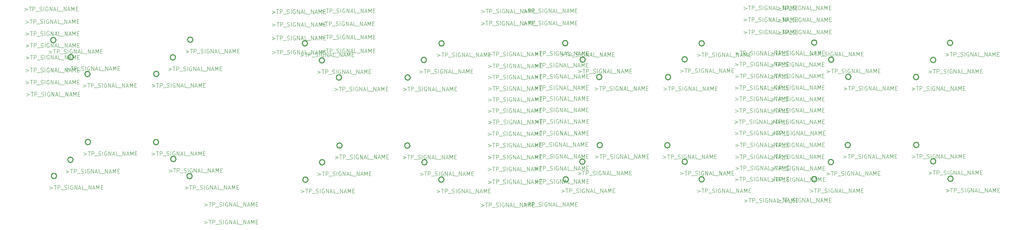
<source format=gbr>
G04 #@! TF.FileFunction,Other,Comment*
%FSLAX46Y46*%
G04 Gerber Fmt 4.6, Leading zero omitted, Abs format (unit mm)*
G04 Created by KiCad (PCBNEW 4.0.6) date 05/08/17 10:58:46*
%MOMM*%
%LPD*%
G01*
G04 APERTURE LIST*
%ADD10C,0.100000*%
%ADD11C,0.254000*%
%ADD12C,0.080000*%
G04 APERTURE END LIST*
D10*
D11*
X226342100Y-117285900D02*
G75*
G03X226342100Y-117285900I-635000J0D01*
G01*
X250338100Y-117110900D02*
G75*
G03X250338100Y-117110900I-635000J0D01*
G01*
X250335100Y-93294900D02*
G75*
G03X250335100Y-93294900I-635000J0D01*
G01*
X226414100Y-93237900D02*
G75*
G03X226414100Y-93237900I-635000J0D01*
G01*
X246365100Y-113257900D02*
G75*
G03X246365100Y-113257900I-635000J0D01*
G01*
X230305100Y-113285900D02*
G75*
G03X230305100Y-113285900I-635000J0D01*
G01*
X246332100Y-97322900D02*
G75*
G03X246332100Y-97322900I-635000J0D01*
G01*
X230406100Y-97283900D02*
G75*
G03X230406100Y-97283900I-635000J0D01*
G01*
X254396100Y-121206900D02*
G75*
G03X254396100Y-121206900I-635000J0D01*
G01*
X222434100Y-121302900D02*
G75*
G03X222434100Y-121302900I-635000J0D01*
G01*
X254302100Y-89292900D02*
G75*
G03X254302100Y-89292900I-635000J0D01*
G01*
X222414100Y-89231900D02*
G75*
G03X222414100Y-89231900I-635000J0D01*
G01*
X192020100Y-93155900D02*
G75*
G03X192020100Y-93155900I-635000J0D01*
G01*
X168011100Y-117190900D02*
G75*
G03X168011100Y-117190900I-635000J0D01*
G01*
X172106100Y-113312900D02*
G75*
G03X172106100Y-113312900I-635000J0D01*
G01*
X188137100Y-97344900D02*
G75*
G03X188137100Y-97344900I-635000J0D01*
G01*
X196015100Y-89398900D02*
G75*
G03X196015100Y-89398900I-635000J0D01*
G01*
X164124100Y-121348900D02*
G75*
G03X164124100Y-121348900I-635000J0D01*
G01*
X130960100Y-117333900D02*
G75*
G03X130960100Y-117333900I-635000J0D01*
G01*
X106956100Y-117338900D02*
G75*
G03X106956100Y-117338900I-635000J0D01*
G01*
X130829100Y-93289900D02*
G75*
G03X130829100Y-93289900I-635000J0D01*
G01*
X106894100Y-93409900D02*
G75*
G03X106894100Y-93409900I-635000J0D01*
G01*
X126941100Y-113411900D02*
G75*
G03X126941100Y-113411900I-635000J0D01*
G01*
X111033100Y-113399900D02*
G75*
G03X111033100Y-113399900I-635000J0D01*
G01*
X127029100Y-97417900D02*
G75*
G03X127029100Y-97417900I-635000J0D01*
G01*
X110898100Y-97419900D02*
G75*
G03X110898100Y-97419900I-635000J0D01*
G01*
X134923100Y-121406900D02*
G75*
G03X134923100Y-121406900I-635000J0D01*
G01*
X103035100Y-121407900D02*
G75*
G03X103035100Y-121407900I-635000J0D01*
G01*
X134974100Y-89424900D02*
G75*
G03X134974100Y-89424900I-635000J0D01*
G01*
X102907100Y-89399900D02*
G75*
G03X102907100Y-89399900I-635000J0D01*
G01*
X72036300Y-116571300D02*
G75*
G03X72036300Y-116571300I-635000J0D01*
G01*
X47896300Y-116752300D02*
G75*
G03X47896300Y-116752300I-635000J0D01*
G01*
X71925300Y-92702300D02*
G75*
G03X71925300Y-92702300I-635000J0D01*
G01*
X47975300Y-92642300D02*
G75*
G03X47975300Y-92642300I-635000J0D01*
G01*
X67991300Y-112598300D02*
G75*
G03X67991300Y-112598300I-635000J0D01*
G01*
X51999300Y-112586300D02*
G75*
G03X51999300Y-112586300I-635000J0D01*
G01*
X68040300Y-96581300D02*
G75*
G03X68040300Y-96581300I-635000J0D01*
G01*
X51893300Y-96607300D02*
G75*
G03X51893300Y-96607300I-635000J0D01*
G01*
X43876300Y-88630300D02*
G75*
G03X43876300Y-88630300I-635000J0D01*
G01*
X44021300Y-120553300D02*
G75*
G03X44021300Y-120553300I-635000J0D01*
G01*
X75840300Y-120580300D02*
G75*
G03X75840300Y-120580300I-635000J0D01*
G01*
X76005300Y-88548300D02*
G75*
G03X76005300Y-88548300I-635000J0D01*
G01*
X187960100Y-113335900D02*
G75*
G03X187960100Y-113335900I-635000J0D01*
G01*
X171975500Y-97318500D02*
G75*
G03X171975500Y-97318500I-635000J0D01*
G01*
X168088500Y-93243700D02*
G75*
G03X168088500Y-93243700I-635000J0D01*
G01*
X192044300Y-117206700D02*
G75*
G03X192044300Y-117206700I-635000J0D01*
G01*
X164002300Y-89364100D02*
G75*
G03X164002300Y-89364100I-635000J0D01*
G01*
X196014300Y-121331900D02*
G75*
G03X196014300Y-121331900I-635000J0D01*
G01*
D12*
X211638690Y-91508129D02*
X212362500Y-91779557D01*
X211638690Y-92050986D01*
X212679166Y-91191462D02*
X213222023Y-91191462D01*
X212950595Y-92141462D02*
X212950595Y-91191462D01*
X213538690Y-92141462D02*
X213538690Y-91191462D01*
X213900595Y-91191462D01*
X213991071Y-91236700D01*
X214036310Y-91281938D01*
X214081548Y-91372414D01*
X214081548Y-91508129D01*
X214036310Y-91598605D01*
X213991071Y-91643843D01*
X213900595Y-91689081D01*
X213538690Y-91689081D01*
X214262500Y-92231938D02*
X214986310Y-92231938D01*
X215167262Y-92096224D02*
X215302977Y-92141462D01*
X215529167Y-92141462D01*
X215619643Y-92096224D01*
X215664881Y-92050986D01*
X215710120Y-91960510D01*
X215710120Y-91870033D01*
X215664881Y-91779557D01*
X215619643Y-91734319D01*
X215529167Y-91689081D01*
X215348215Y-91643843D01*
X215257739Y-91598605D01*
X215212500Y-91553367D01*
X215167262Y-91462890D01*
X215167262Y-91372414D01*
X215212500Y-91281938D01*
X215257739Y-91236700D01*
X215348215Y-91191462D01*
X215574405Y-91191462D01*
X215710120Y-91236700D01*
X216117262Y-92141462D02*
X216117262Y-91191462D01*
X217067263Y-91236700D02*
X216976786Y-91191462D01*
X216841072Y-91191462D01*
X216705358Y-91236700D01*
X216614882Y-91327176D01*
X216569643Y-91417652D01*
X216524405Y-91598605D01*
X216524405Y-91734319D01*
X216569643Y-91915271D01*
X216614882Y-92005748D01*
X216705358Y-92096224D01*
X216841072Y-92141462D01*
X216931548Y-92141462D01*
X217067263Y-92096224D01*
X217112501Y-92050986D01*
X217112501Y-91734319D01*
X216931548Y-91734319D01*
X217519643Y-92141462D02*
X217519643Y-91191462D01*
X218062501Y-92141462D01*
X218062501Y-91191462D01*
X218469643Y-91870033D02*
X218922024Y-91870033D01*
X218379167Y-92141462D02*
X218695834Y-91191462D01*
X219012501Y-92141462D01*
X219781548Y-92141462D02*
X219329167Y-92141462D01*
X219329167Y-91191462D01*
X219872025Y-92231938D02*
X220595835Y-92231938D01*
X220822025Y-92141462D02*
X220822025Y-91191462D01*
X221364883Y-92141462D01*
X221364883Y-91191462D01*
X221772025Y-91870033D02*
X222224406Y-91870033D01*
X221681549Y-92141462D02*
X221998216Y-91191462D01*
X222314883Y-92141462D01*
X222631549Y-92141462D02*
X222631549Y-91191462D01*
X222948216Y-91870033D01*
X223264883Y-91191462D01*
X223264883Y-92141462D01*
X223717263Y-91643843D02*
X224033930Y-91643843D01*
X224169644Y-92141462D02*
X223717263Y-92141462D01*
X223717263Y-91191462D01*
X224169644Y-91191462D01*
X213240690Y-83684929D02*
X213964500Y-83956357D01*
X213240690Y-84227786D01*
X214281166Y-83368262D02*
X214824023Y-83368262D01*
X214552595Y-84318262D02*
X214552595Y-83368262D01*
X215140690Y-84318262D02*
X215140690Y-83368262D01*
X215502595Y-83368262D01*
X215593071Y-83413500D01*
X215638310Y-83458738D01*
X215683548Y-83549214D01*
X215683548Y-83684929D01*
X215638310Y-83775405D01*
X215593071Y-83820643D01*
X215502595Y-83865881D01*
X215140690Y-83865881D01*
X215864500Y-84408738D02*
X216588310Y-84408738D01*
X216769262Y-84273024D02*
X216904977Y-84318262D01*
X217131167Y-84318262D01*
X217221643Y-84273024D01*
X217266881Y-84227786D01*
X217312120Y-84137310D01*
X217312120Y-84046833D01*
X217266881Y-83956357D01*
X217221643Y-83911119D01*
X217131167Y-83865881D01*
X216950215Y-83820643D01*
X216859739Y-83775405D01*
X216814500Y-83730167D01*
X216769262Y-83639690D01*
X216769262Y-83549214D01*
X216814500Y-83458738D01*
X216859739Y-83413500D01*
X216950215Y-83368262D01*
X217176405Y-83368262D01*
X217312120Y-83413500D01*
X217719262Y-84318262D02*
X217719262Y-83368262D01*
X218669263Y-83413500D02*
X218578786Y-83368262D01*
X218443072Y-83368262D01*
X218307358Y-83413500D01*
X218216882Y-83503976D01*
X218171643Y-83594452D01*
X218126405Y-83775405D01*
X218126405Y-83911119D01*
X218171643Y-84092071D01*
X218216882Y-84182548D01*
X218307358Y-84273024D01*
X218443072Y-84318262D01*
X218533548Y-84318262D01*
X218669263Y-84273024D01*
X218714501Y-84227786D01*
X218714501Y-83911119D01*
X218533548Y-83911119D01*
X219121643Y-84318262D02*
X219121643Y-83368262D01*
X219664501Y-84318262D01*
X219664501Y-83368262D01*
X220071643Y-84046833D02*
X220524024Y-84046833D01*
X219981167Y-84318262D02*
X220297834Y-83368262D01*
X220614501Y-84318262D01*
X221383548Y-84318262D02*
X220931167Y-84318262D01*
X220931167Y-83368262D01*
X221474025Y-84408738D02*
X222197835Y-84408738D01*
X222424025Y-84318262D02*
X222424025Y-83368262D01*
X222966883Y-84318262D01*
X222966883Y-83368262D01*
X223374025Y-84046833D02*
X223826406Y-84046833D01*
X223283549Y-84318262D02*
X223600216Y-83368262D01*
X223916883Y-84318262D01*
X224233549Y-84318262D02*
X224233549Y-83368262D01*
X224550216Y-84046833D01*
X224866883Y-83368262D01*
X224866883Y-84318262D01*
X225319263Y-83820643D02*
X225635930Y-83820643D01*
X225771644Y-84318262D02*
X225319263Y-84318262D01*
X225319263Y-83368262D01*
X225771644Y-83368262D01*
X203283890Y-91508129D02*
X204007700Y-91779557D01*
X203283890Y-92050986D01*
X204324366Y-91191462D02*
X204867223Y-91191462D01*
X204595795Y-92141462D02*
X204595795Y-91191462D01*
X205183890Y-92141462D02*
X205183890Y-91191462D01*
X205545795Y-91191462D01*
X205636271Y-91236700D01*
X205681510Y-91281938D01*
X205726748Y-91372414D01*
X205726748Y-91508129D01*
X205681510Y-91598605D01*
X205636271Y-91643843D01*
X205545795Y-91689081D01*
X205183890Y-91689081D01*
X205907700Y-92231938D02*
X206631510Y-92231938D01*
X206812462Y-92096224D02*
X206948177Y-92141462D01*
X207174367Y-92141462D01*
X207264843Y-92096224D01*
X207310081Y-92050986D01*
X207355320Y-91960510D01*
X207355320Y-91870033D01*
X207310081Y-91779557D01*
X207264843Y-91734319D01*
X207174367Y-91689081D01*
X206993415Y-91643843D01*
X206902939Y-91598605D01*
X206857700Y-91553367D01*
X206812462Y-91462890D01*
X206812462Y-91372414D01*
X206857700Y-91281938D01*
X206902939Y-91236700D01*
X206993415Y-91191462D01*
X207219605Y-91191462D01*
X207355320Y-91236700D01*
X207762462Y-92141462D02*
X207762462Y-91191462D01*
X208712463Y-91236700D02*
X208621986Y-91191462D01*
X208486272Y-91191462D01*
X208350558Y-91236700D01*
X208260082Y-91327176D01*
X208214843Y-91417652D01*
X208169605Y-91598605D01*
X208169605Y-91734319D01*
X208214843Y-91915271D01*
X208260082Y-92005748D01*
X208350558Y-92096224D01*
X208486272Y-92141462D01*
X208576748Y-92141462D01*
X208712463Y-92096224D01*
X208757701Y-92050986D01*
X208757701Y-91734319D01*
X208576748Y-91734319D01*
X209164843Y-92141462D02*
X209164843Y-91191462D01*
X209707701Y-92141462D01*
X209707701Y-91191462D01*
X210114843Y-91870033D02*
X210567224Y-91870033D01*
X210024367Y-92141462D02*
X210341034Y-91191462D01*
X210657701Y-92141462D01*
X211426748Y-92141462D02*
X210974367Y-92141462D01*
X210974367Y-91191462D01*
X211517225Y-92231938D02*
X212241035Y-92231938D01*
X212467225Y-92141462D02*
X212467225Y-91191462D01*
X213010083Y-92141462D01*
X213010083Y-91191462D01*
X213417225Y-91870033D02*
X213869606Y-91870033D01*
X213326749Y-92141462D02*
X213643416Y-91191462D01*
X213960083Y-92141462D01*
X214276749Y-92141462D02*
X214276749Y-91191462D01*
X214593416Y-91870033D01*
X214910083Y-91191462D01*
X214910083Y-92141462D01*
X215362463Y-91643843D02*
X215679130Y-91643843D01*
X215814844Y-92141462D02*
X215362463Y-92141462D01*
X215362463Y-91191462D01*
X215814844Y-91191462D01*
X205239690Y-83634129D02*
X205963500Y-83905557D01*
X205239690Y-84176986D01*
X206280166Y-83317462D02*
X206823023Y-83317462D01*
X206551595Y-84267462D02*
X206551595Y-83317462D01*
X207139690Y-84267462D02*
X207139690Y-83317462D01*
X207501595Y-83317462D01*
X207592071Y-83362700D01*
X207637310Y-83407938D01*
X207682548Y-83498414D01*
X207682548Y-83634129D01*
X207637310Y-83724605D01*
X207592071Y-83769843D01*
X207501595Y-83815081D01*
X207139690Y-83815081D01*
X207863500Y-84357938D02*
X208587310Y-84357938D01*
X208768262Y-84222224D02*
X208903977Y-84267462D01*
X209130167Y-84267462D01*
X209220643Y-84222224D01*
X209265881Y-84176986D01*
X209311120Y-84086510D01*
X209311120Y-83996033D01*
X209265881Y-83905557D01*
X209220643Y-83860319D01*
X209130167Y-83815081D01*
X208949215Y-83769843D01*
X208858739Y-83724605D01*
X208813500Y-83679367D01*
X208768262Y-83588890D01*
X208768262Y-83498414D01*
X208813500Y-83407938D01*
X208858739Y-83362700D01*
X208949215Y-83317462D01*
X209175405Y-83317462D01*
X209311120Y-83362700D01*
X209718262Y-84267462D02*
X209718262Y-83317462D01*
X210668263Y-83362700D02*
X210577786Y-83317462D01*
X210442072Y-83317462D01*
X210306358Y-83362700D01*
X210215882Y-83453176D01*
X210170643Y-83543652D01*
X210125405Y-83724605D01*
X210125405Y-83860319D01*
X210170643Y-84041271D01*
X210215882Y-84131748D01*
X210306358Y-84222224D01*
X210442072Y-84267462D01*
X210532548Y-84267462D01*
X210668263Y-84222224D01*
X210713501Y-84176986D01*
X210713501Y-83860319D01*
X210532548Y-83860319D01*
X211120643Y-84267462D02*
X211120643Y-83317462D01*
X211663501Y-84267462D01*
X211663501Y-83317462D01*
X212070643Y-83996033D02*
X212523024Y-83996033D01*
X211980167Y-84267462D02*
X212296834Y-83317462D01*
X212613501Y-84267462D01*
X213382548Y-84267462D02*
X212930167Y-84267462D01*
X212930167Y-83317462D01*
X213473025Y-84357938D02*
X214196835Y-84357938D01*
X214423025Y-84267462D02*
X214423025Y-83317462D01*
X214965883Y-84267462D01*
X214965883Y-83317462D01*
X215373025Y-83996033D02*
X215825406Y-83996033D01*
X215282549Y-84267462D02*
X215599216Y-83317462D01*
X215915883Y-84267462D01*
X216232549Y-84267462D02*
X216232549Y-83317462D01*
X216549216Y-83996033D01*
X216865883Y-83317462D01*
X216865883Y-84267462D01*
X217318263Y-83769843D02*
X217634930Y-83769843D01*
X217770644Y-84267462D02*
X217318263Y-84267462D01*
X217318263Y-83317462D01*
X217770644Y-83317462D01*
X156268490Y-91558929D02*
X156992300Y-91830357D01*
X156268490Y-92101786D01*
X157308966Y-91242262D02*
X157851823Y-91242262D01*
X157580395Y-92192262D02*
X157580395Y-91242262D01*
X158168490Y-92192262D02*
X158168490Y-91242262D01*
X158530395Y-91242262D01*
X158620871Y-91287500D01*
X158666110Y-91332738D01*
X158711348Y-91423214D01*
X158711348Y-91558929D01*
X158666110Y-91649405D01*
X158620871Y-91694643D01*
X158530395Y-91739881D01*
X158168490Y-91739881D01*
X158892300Y-92282738D02*
X159616110Y-92282738D01*
X159797062Y-92147024D02*
X159932777Y-92192262D01*
X160158967Y-92192262D01*
X160249443Y-92147024D01*
X160294681Y-92101786D01*
X160339920Y-92011310D01*
X160339920Y-91920833D01*
X160294681Y-91830357D01*
X160249443Y-91785119D01*
X160158967Y-91739881D01*
X159978015Y-91694643D01*
X159887539Y-91649405D01*
X159842300Y-91604167D01*
X159797062Y-91513690D01*
X159797062Y-91423214D01*
X159842300Y-91332738D01*
X159887539Y-91287500D01*
X159978015Y-91242262D01*
X160204205Y-91242262D01*
X160339920Y-91287500D01*
X160747062Y-92192262D02*
X160747062Y-91242262D01*
X161697063Y-91287500D02*
X161606586Y-91242262D01*
X161470872Y-91242262D01*
X161335158Y-91287500D01*
X161244682Y-91377976D01*
X161199443Y-91468452D01*
X161154205Y-91649405D01*
X161154205Y-91785119D01*
X161199443Y-91966071D01*
X161244682Y-92056548D01*
X161335158Y-92147024D01*
X161470872Y-92192262D01*
X161561348Y-92192262D01*
X161697063Y-92147024D01*
X161742301Y-92101786D01*
X161742301Y-91785119D01*
X161561348Y-91785119D01*
X162149443Y-92192262D02*
X162149443Y-91242262D01*
X162692301Y-92192262D01*
X162692301Y-91242262D01*
X163099443Y-91920833D02*
X163551824Y-91920833D01*
X163008967Y-92192262D02*
X163325634Y-91242262D01*
X163642301Y-92192262D01*
X164411348Y-92192262D02*
X163958967Y-92192262D01*
X163958967Y-91242262D01*
X164501825Y-92282738D02*
X165225635Y-92282738D01*
X165451825Y-92192262D02*
X165451825Y-91242262D01*
X165994683Y-92192262D01*
X165994683Y-91242262D01*
X166401825Y-91920833D02*
X166854206Y-91920833D01*
X166311349Y-92192262D02*
X166628016Y-91242262D01*
X166944683Y-92192262D01*
X167261349Y-92192262D02*
X167261349Y-91242262D01*
X167578016Y-91920833D01*
X167894683Y-91242262D01*
X167894683Y-92192262D01*
X168347063Y-91694643D02*
X168663730Y-91694643D01*
X168799444Y-92192262D02*
X168347063Y-92192262D01*
X168347063Y-91242262D01*
X168799444Y-91242262D01*
X153601490Y-81551329D02*
X154325300Y-81822757D01*
X153601490Y-82094186D01*
X154641966Y-81234662D02*
X155184823Y-81234662D01*
X154913395Y-82184662D02*
X154913395Y-81234662D01*
X155501490Y-82184662D02*
X155501490Y-81234662D01*
X155863395Y-81234662D01*
X155953871Y-81279900D01*
X155999110Y-81325138D01*
X156044348Y-81415614D01*
X156044348Y-81551329D01*
X155999110Y-81641805D01*
X155953871Y-81687043D01*
X155863395Y-81732281D01*
X155501490Y-81732281D01*
X156225300Y-82275138D02*
X156949110Y-82275138D01*
X157130062Y-82139424D02*
X157265777Y-82184662D01*
X157491967Y-82184662D01*
X157582443Y-82139424D01*
X157627681Y-82094186D01*
X157672920Y-82003710D01*
X157672920Y-81913233D01*
X157627681Y-81822757D01*
X157582443Y-81777519D01*
X157491967Y-81732281D01*
X157311015Y-81687043D01*
X157220539Y-81641805D01*
X157175300Y-81596567D01*
X157130062Y-81506090D01*
X157130062Y-81415614D01*
X157175300Y-81325138D01*
X157220539Y-81279900D01*
X157311015Y-81234662D01*
X157537205Y-81234662D01*
X157672920Y-81279900D01*
X158080062Y-82184662D02*
X158080062Y-81234662D01*
X159030063Y-81279900D02*
X158939586Y-81234662D01*
X158803872Y-81234662D01*
X158668158Y-81279900D01*
X158577682Y-81370376D01*
X158532443Y-81460852D01*
X158487205Y-81641805D01*
X158487205Y-81777519D01*
X158532443Y-81958471D01*
X158577682Y-82048948D01*
X158668158Y-82139424D01*
X158803872Y-82184662D01*
X158894348Y-82184662D01*
X159030063Y-82139424D01*
X159075301Y-82094186D01*
X159075301Y-81777519D01*
X158894348Y-81777519D01*
X159482443Y-82184662D02*
X159482443Y-81234662D01*
X160025301Y-82184662D01*
X160025301Y-81234662D01*
X160432443Y-81913233D02*
X160884824Y-81913233D01*
X160341967Y-82184662D02*
X160658634Y-81234662D01*
X160975301Y-82184662D01*
X161744348Y-82184662D02*
X161291967Y-82184662D01*
X161291967Y-81234662D01*
X161834825Y-82275138D02*
X162558635Y-82275138D01*
X162784825Y-82184662D02*
X162784825Y-81234662D01*
X163327683Y-82184662D01*
X163327683Y-81234662D01*
X163734825Y-81913233D02*
X164187206Y-81913233D01*
X163644349Y-82184662D02*
X163961016Y-81234662D01*
X164277683Y-82184662D01*
X164594349Y-82184662D02*
X164594349Y-81234662D01*
X164911016Y-81913233D01*
X165227683Y-81234662D01*
X165227683Y-82184662D01*
X165680063Y-81687043D02*
X165996730Y-81687043D01*
X166132444Y-82184662D02*
X165680063Y-82184662D01*
X165680063Y-81234662D01*
X166132444Y-81234662D01*
X145288490Y-91716529D02*
X146012300Y-91987957D01*
X145288490Y-92259386D01*
X146328966Y-91399862D02*
X146871823Y-91399862D01*
X146600395Y-92349862D02*
X146600395Y-91399862D01*
X147188490Y-92349862D02*
X147188490Y-91399862D01*
X147550395Y-91399862D01*
X147640871Y-91445100D01*
X147686110Y-91490338D01*
X147731348Y-91580814D01*
X147731348Y-91716529D01*
X147686110Y-91807005D01*
X147640871Y-91852243D01*
X147550395Y-91897481D01*
X147188490Y-91897481D01*
X147912300Y-92440338D02*
X148636110Y-92440338D01*
X148817062Y-92304624D02*
X148952777Y-92349862D01*
X149178967Y-92349862D01*
X149269443Y-92304624D01*
X149314681Y-92259386D01*
X149359920Y-92168910D01*
X149359920Y-92078433D01*
X149314681Y-91987957D01*
X149269443Y-91942719D01*
X149178967Y-91897481D01*
X148998015Y-91852243D01*
X148907539Y-91807005D01*
X148862300Y-91761767D01*
X148817062Y-91671290D01*
X148817062Y-91580814D01*
X148862300Y-91490338D01*
X148907539Y-91445100D01*
X148998015Y-91399862D01*
X149224205Y-91399862D01*
X149359920Y-91445100D01*
X149767062Y-92349862D02*
X149767062Y-91399862D01*
X150717063Y-91445100D02*
X150626586Y-91399862D01*
X150490872Y-91399862D01*
X150355158Y-91445100D01*
X150264682Y-91535576D01*
X150219443Y-91626052D01*
X150174205Y-91807005D01*
X150174205Y-91942719D01*
X150219443Y-92123671D01*
X150264682Y-92214148D01*
X150355158Y-92304624D01*
X150490872Y-92349862D01*
X150581348Y-92349862D01*
X150717063Y-92304624D01*
X150762301Y-92259386D01*
X150762301Y-91942719D01*
X150581348Y-91942719D01*
X151169443Y-92349862D02*
X151169443Y-91399862D01*
X151712301Y-92349862D01*
X151712301Y-91399862D01*
X152119443Y-92078433D02*
X152571824Y-92078433D01*
X152028967Y-92349862D02*
X152345634Y-91399862D01*
X152662301Y-92349862D01*
X153431348Y-92349862D02*
X152978967Y-92349862D01*
X152978967Y-91399862D01*
X153521825Y-92440338D02*
X154245635Y-92440338D01*
X154471825Y-92349862D02*
X154471825Y-91399862D01*
X155014683Y-92349862D01*
X155014683Y-91399862D01*
X155421825Y-92078433D02*
X155874206Y-92078433D01*
X155331349Y-92349862D02*
X155648016Y-91399862D01*
X155964683Y-92349862D01*
X156281349Y-92349862D02*
X156281349Y-91399862D01*
X156598016Y-92078433D01*
X156914683Y-91399862D01*
X156914683Y-92349862D01*
X157367063Y-91852243D02*
X157683730Y-91852243D01*
X157819444Y-92349862D02*
X157367063Y-92349862D01*
X157367063Y-91399862D01*
X157819444Y-91399862D01*
X143678890Y-81637929D02*
X144402700Y-81909357D01*
X143678890Y-82180786D01*
X144719366Y-81321262D02*
X145262223Y-81321262D01*
X144990795Y-82271262D02*
X144990795Y-81321262D01*
X145578890Y-82271262D02*
X145578890Y-81321262D01*
X145940795Y-81321262D01*
X146031271Y-81366500D01*
X146076510Y-81411738D01*
X146121748Y-81502214D01*
X146121748Y-81637929D01*
X146076510Y-81728405D01*
X146031271Y-81773643D01*
X145940795Y-81818881D01*
X145578890Y-81818881D01*
X146302700Y-82361738D02*
X147026510Y-82361738D01*
X147207462Y-82226024D02*
X147343177Y-82271262D01*
X147569367Y-82271262D01*
X147659843Y-82226024D01*
X147705081Y-82180786D01*
X147750320Y-82090310D01*
X147750320Y-81999833D01*
X147705081Y-81909357D01*
X147659843Y-81864119D01*
X147569367Y-81818881D01*
X147388415Y-81773643D01*
X147297939Y-81728405D01*
X147252700Y-81683167D01*
X147207462Y-81592690D01*
X147207462Y-81502214D01*
X147252700Y-81411738D01*
X147297939Y-81366500D01*
X147388415Y-81321262D01*
X147614605Y-81321262D01*
X147750320Y-81366500D01*
X148157462Y-82271262D02*
X148157462Y-81321262D01*
X149107463Y-81366500D02*
X149016986Y-81321262D01*
X148881272Y-81321262D01*
X148745558Y-81366500D01*
X148655082Y-81456976D01*
X148609843Y-81547452D01*
X148564605Y-81728405D01*
X148564605Y-81864119D01*
X148609843Y-82045071D01*
X148655082Y-82135548D01*
X148745558Y-82226024D01*
X148881272Y-82271262D01*
X148971748Y-82271262D01*
X149107463Y-82226024D01*
X149152701Y-82180786D01*
X149152701Y-81864119D01*
X148971748Y-81864119D01*
X149559843Y-82271262D02*
X149559843Y-81321262D01*
X150102701Y-82271262D01*
X150102701Y-81321262D01*
X150509843Y-81999833D02*
X150962224Y-81999833D01*
X150419367Y-82271262D02*
X150736034Y-81321262D01*
X151052701Y-82271262D01*
X151821748Y-82271262D02*
X151369367Y-82271262D01*
X151369367Y-81321262D01*
X151912225Y-82361738D02*
X152636035Y-82361738D01*
X152862225Y-82271262D02*
X152862225Y-81321262D01*
X153405083Y-82271262D01*
X153405083Y-81321262D01*
X153812225Y-81999833D02*
X154264606Y-81999833D01*
X153721749Y-82271262D02*
X154038416Y-81321262D01*
X154355083Y-82271262D01*
X154671749Y-82271262D02*
X154671749Y-81321262D01*
X154988416Y-81999833D01*
X155305083Y-81321262D01*
X155305083Y-82271262D01*
X155757463Y-81773643D02*
X156074130Y-81773643D01*
X156209844Y-82271262D02*
X155757463Y-82271262D01*
X155757463Y-81321262D01*
X156209844Y-81321262D01*
X211612290Y-104944729D02*
X212336100Y-105216157D01*
X211612290Y-105487586D01*
X212652766Y-104628062D02*
X213195623Y-104628062D01*
X212924195Y-105578062D02*
X212924195Y-104628062D01*
X213512290Y-105578062D02*
X213512290Y-104628062D01*
X213874195Y-104628062D01*
X213964671Y-104673300D01*
X214009910Y-104718538D01*
X214055148Y-104809014D01*
X214055148Y-104944729D01*
X214009910Y-105035205D01*
X213964671Y-105080443D01*
X213874195Y-105125681D01*
X213512290Y-105125681D01*
X214236100Y-105668538D02*
X214959910Y-105668538D01*
X215140862Y-105532824D02*
X215276577Y-105578062D01*
X215502767Y-105578062D01*
X215593243Y-105532824D01*
X215638481Y-105487586D01*
X215683720Y-105397110D01*
X215683720Y-105306633D01*
X215638481Y-105216157D01*
X215593243Y-105170919D01*
X215502767Y-105125681D01*
X215321815Y-105080443D01*
X215231339Y-105035205D01*
X215186100Y-104989967D01*
X215140862Y-104899490D01*
X215140862Y-104809014D01*
X215186100Y-104718538D01*
X215231339Y-104673300D01*
X215321815Y-104628062D01*
X215548005Y-104628062D01*
X215683720Y-104673300D01*
X216090862Y-105578062D02*
X216090862Y-104628062D01*
X217040863Y-104673300D02*
X216950386Y-104628062D01*
X216814672Y-104628062D01*
X216678958Y-104673300D01*
X216588482Y-104763776D01*
X216543243Y-104854252D01*
X216498005Y-105035205D01*
X216498005Y-105170919D01*
X216543243Y-105351871D01*
X216588482Y-105442348D01*
X216678958Y-105532824D01*
X216814672Y-105578062D01*
X216905148Y-105578062D01*
X217040863Y-105532824D01*
X217086101Y-105487586D01*
X217086101Y-105170919D01*
X216905148Y-105170919D01*
X217493243Y-105578062D02*
X217493243Y-104628062D01*
X218036101Y-105578062D01*
X218036101Y-104628062D01*
X218443243Y-105306633D02*
X218895624Y-105306633D01*
X218352767Y-105578062D02*
X218669434Y-104628062D01*
X218986101Y-105578062D01*
X219755148Y-105578062D02*
X219302767Y-105578062D01*
X219302767Y-104628062D01*
X219845625Y-105668538D02*
X220569435Y-105668538D01*
X220795625Y-105578062D02*
X220795625Y-104628062D01*
X221338483Y-105578062D01*
X221338483Y-104628062D01*
X221745625Y-105306633D02*
X222198006Y-105306633D01*
X221655149Y-105578062D02*
X221971816Y-104628062D01*
X222288483Y-105578062D01*
X222605149Y-105578062D02*
X222605149Y-104628062D01*
X222921816Y-105306633D01*
X223238483Y-104628062D01*
X223238483Y-105578062D01*
X223690863Y-105080443D02*
X224007530Y-105080443D01*
X224143244Y-105578062D02*
X223690863Y-105578062D01*
X223690863Y-104628062D01*
X224143244Y-104628062D01*
X203207690Y-104995529D02*
X203931500Y-105266957D01*
X203207690Y-105538386D01*
X204248166Y-104678862D02*
X204791023Y-104678862D01*
X204519595Y-105628862D02*
X204519595Y-104678862D01*
X205107690Y-105628862D02*
X205107690Y-104678862D01*
X205469595Y-104678862D01*
X205560071Y-104724100D01*
X205605310Y-104769338D01*
X205650548Y-104859814D01*
X205650548Y-104995529D01*
X205605310Y-105086005D01*
X205560071Y-105131243D01*
X205469595Y-105176481D01*
X205107690Y-105176481D01*
X205831500Y-105719338D02*
X206555310Y-105719338D01*
X206736262Y-105583624D02*
X206871977Y-105628862D01*
X207098167Y-105628862D01*
X207188643Y-105583624D01*
X207233881Y-105538386D01*
X207279120Y-105447910D01*
X207279120Y-105357433D01*
X207233881Y-105266957D01*
X207188643Y-105221719D01*
X207098167Y-105176481D01*
X206917215Y-105131243D01*
X206826739Y-105086005D01*
X206781500Y-105040767D01*
X206736262Y-104950290D01*
X206736262Y-104859814D01*
X206781500Y-104769338D01*
X206826739Y-104724100D01*
X206917215Y-104678862D01*
X207143405Y-104678862D01*
X207279120Y-104724100D01*
X207686262Y-105628862D02*
X207686262Y-104678862D01*
X208636263Y-104724100D02*
X208545786Y-104678862D01*
X208410072Y-104678862D01*
X208274358Y-104724100D01*
X208183882Y-104814576D01*
X208138643Y-104905052D01*
X208093405Y-105086005D01*
X208093405Y-105221719D01*
X208138643Y-105402671D01*
X208183882Y-105493148D01*
X208274358Y-105583624D01*
X208410072Y-105628862D01*
X208500548Y-105628862D01*
X208636263Y-105583624D01*
X208681501Y-105538386D01*
X208681501Y-105221719D01*
X208500548Y-105221719D01*
X209088643Y-105628862D02*
X209088643Y-104678862D01*
X209631501Y-105628862D01*
X209631501Y-104678862D01*
X210038643Y-105357433D02*
X210491024Y-105357433D01*
X209948167Y-105628862D02*
X210264834Y-104678862D01*
X210581501Y-105628862D01*
X211350548Y-105628862D02*
X210898167Y-105628862D01*
X210898167Y-104678862D01*
X211441025Y-105719338D02*
X212164835Y-105719338D01*
X212391025Y-105628862D02*
X212391025Y-104678862D01*
X212933883Y-105628862D01*
X212933883Y-104678862D01*
X213341025Y-105357433D02*
X213793406Y-105357433D01*
X213250549Y-105628862D02*
X213567216Y-104678862D01*
X213883883Y-105628862D01*
X214200549Y-105628862D02*
X214200549Y-104678862D01*
X214517216Y-105357433D01*
X214833883Y-104678862D01*
X214833883Y-105628862D01*
X215286263Y-105131243D02*
X215602930Y-105131243D01*
X215738644Y-105628862D02*
X215286263Y-105628862D01*
X215286263Y-104678862D01*
X215738644Y-104678862D01*
X211637690Y-107611729D02*
X212361500Y-107883157D01*
X211637690Y-108154586D01*
X212678166Y-107295062D02*
X213221023Y-107295062D01*
X212949595Y-108245062D02*
X212949595Y-107295062D01*
X213537690Y-108245062D02*
X213537690Y-107295062D01*
X213899595Y-107295062D01*
X213990071Y-107340300D01*
X214035310Y-107385538D01*
X214080548Y-107476014D01*
X214080548Y-107611729D01*
X214035310Y-107702205D01*
X213990071Y-107747443D01*
X213899595Y-107792681D01*
X213537690Y-107792681D01*
X214261500Y-108335538D02*
X214985310Y-108335538D01*
X215166262Y-108199824D02*
X215301977Y-108245062D01*
X215528167Y-108245062D01*
X215618643Y-108199824D01*
X215663881Y-108154586D01*
X215709120Y-108064110D01*
X215709120Y-107973633D01*
X215663881Y-107883157D01*
X215618643Y-107837919D01*
X215528167Y-107792681D01*
X215347215Y-107747443D01*
X215256739Y-107702205D01*
X215211500Y-107656967D01*
X215166262Y-107566490D01*
X215166262Y-107476014D01*
X215211500Y-107385538D01*
X215256739Y-107340300D01*
X215347215Y-107295062D01*
X215573405Y-107295062D01*
X215709120Y-107340300D01*
X216116262Y-108245062D02*
X216116262Y-107295062D01*
X217066263Y-107340300D02*
X216975786Y-107295062D01*
X216840072Y-107295062D01*
X216704358Y-107340300D01*
X216613882Y-107430776D01*
X216568643Y-107521252D01*
X216523405Y-107702205D01*
X216523405Y-107837919D01*
X216568643Y-108018871D01*
X216613882Y-108109348D01*
X216704358Y-108199824D01*
X216840072Y-108245062D01*
X216930548Y-108245062D01*
X217066263Y-108199824D01*
X217111501Y-108154586D01*
X217111501Y-107837919D01*
X216930548Y-107837919D01*
X217518643Y-108245062D02*
X217518643Y-107295062D01*
X218061501Y-108245062D01*
X218061501Y-107295062D01*
X218468643Y-107973633D02*
X218921024Y-107973633D01*
X218378167Y-108245062D02*
X218694834Y-107295062D01*
X219011501Y-108245062D01*
X219780548Y-108245062D02*
X219328167Y-108245062D01*
X219328167Y-107295062D01*
X219871025Y-108335538D02*
X220594835Y-108335538D01*
X220821025Y-108245062D02*
X220821025Y-107295062D01*
X221363883Y-108245062D01*
X221363883Y-107295062D01*
X221771025Y-107973633D02*
X222223406Y-107973633D01*
X221680549Y-108245062D02*
X221997216Y-107295062D01*
X222313883Y-108245062D01*
X222630549Y-108245062D02*
X222630549Y-107295062D01*
X222947216Y-107973633D01*
X223263883Y-107295062D01*
X223263883Y-108245062D01*
X223716263Y-107747443D02*
X224032930Y-107747443D01*
X224168644Y-108245062D02*
X223716263Y-108245062D01*
X223716263Y-107295062D01*
X224168644Y-107295062D01*
X203106090Y-107611729D02*
X203829900Y-107883157D01*
X203106090Y-108154586D01*
X204146566Y-107295062D02*
X204689423Y-107295062D01*
X204417995Y-108245062D02*
X204417995Y-107295062D01*
X205006090Y-108245062D02*
X205006090Y-107295062D01*
X205367995Y-107295062D01*
X205458471Y-107340300D01*
X205503710Y-107385538D01*
X205548948Y-107476014D01*
X205548948Y-107611729D01*
X205503710Y-107702205D01*
X205458471Y-107747443D01*
X205367995Y-107792681D01*
X205006090Y-107792681D01*
X205729900Y-108335538D02*
X206453710Y-108335538D01*
X206634662Y-108199824D02*
X206770377Y-108245062D01*
X206996567Y-108245062D01*
X207087043Y-108199824D01*
X207132281Y-108154586D01*
X207177520Y-108064110D01*
X207177520Y-107973633D01*
X207132281Y-107883157D01*
X207087043Y-107837919D01*
X206996567Y-107792681D01*
X206815615Y-107747443D01*
X206725139Y-107702205D01*
X206679900Y-107656967D01*
X206634662Y-107566490D01*
X206634662Y-107476014D01*
X206679900Y-107385538D01*
X206725139Y-107340300D01*
X206815615Y-107295062D01*
X207041805Y-107295062D01*
X207177520Y-107340300D01*
X207584662Y-108245062D02*
X207584662Y-107295062D01*
X208534663Y-107340300D02*
X208444186Y-107295062D01*
X208308472Y-107295062D01*
X208172758Y-107340300D01*
X208082282Y-107430776D01*
X208037043Y-107521252D01*
X207991805Y-107702205D01*
X207991805Y-107837919D01*
X208037043Y-108018871D01*
X208082282Y-108109348D01*
X208172758Y-108199824D01*
X208308472Y-108245062D01*
X208398948Y-108245062D01*
X208534663Y-108199824D01*
X208579901Y-108154586D01*
X208579901Y-107837919D01*
X208398948Y-107837919D01*
X208987043Y-108245062D02*
X208987043Y-107295062D01*
X209529901Y-108245062D01*
X209529901Y-107295062D01*
X209937043Y-107973633D02*
X210389424Y-107973633D01*
X209846567Y-108245062D02*
X210163234Y-107295062D01*
X210479901Y-108245062D01*
X211248948Y-108245062D02*
X210796567Y-108245062D01*
X210796567Y-107295062D01*
X211339425Y-108335538D02*
X212063235Y-108335538D01*
X212289425Y-108245062D02*
X212289425Y-107295062D01*
X212832283Y-108245062D01*
X212832283Y-107295062D01*
X213239425Y-107973633D02*
X213691806Y-107973633D01*
X213148949Y-108245062D02*
X213465616Y-107295062D01*
X213782283Y-108245062D01*
X214098949Y-108245062D02*
X214098949Y-107295062D01*
X214415616Y-107973633D01*
X214732283Y-107295062D01*
X214732283Y-108245062D01*
X215184663Y-107747443D02*
X215501330Y-107747443D01*
X215637044Y-108245062D02*
X215184663Y-108245062D01*
X215184663Y-107295062D01*
X215637044Y-107295062D01*
X156293890Y-107535529D02*
X157017700Y-107806957D01*
X156293890Y-108078386D01*
X157334366Y-107218862D02*
X157877223Y-107218862D01*
X157605795Y-108168862D02*
X157605795Y-107218862D01*
X158193890Y-108168862D02*
X158193890Y-107218862D01*
X158555795Y-107218862D01*
X158646271Y-107264100D01*
X158691510Y-107309338D01*
X158736748Y-107399814D01*
X158736748Y-107535529D01*
X158691510Y-107626005D01*
X158646271Y-107671243D01*
X158555795Y-107716481D01*
X158193890Y-107716481D01*
X158917700Y-108259338D02*
X159641510Y-108259338D01*
X159822462Y-108123624D02*
X159958177Y-108168862D01*
X160184367Y-108168862D01*
X160274843Y-108123624D01*
X160320081Y-108078386D01*
X160365320Y-107987910D01*
X160365320Y-107897433D01*
X160320081Y-107806957D01*
X160274843Y-107761719D01*
X160184367Y-107716481D01*
X160003415Y-107671243D01*
X159912939Y-107626005D01*
X159867700Y-107580767D01*
X159822462Y-107490290D01*
X159822462Y-107399814D01*
X159867700Y-107309338D01*
X159912939Y-107264100D01*
X160003415Y-107218862D01*
X160229605Y-107218862D01*
X160365320Y-107264100D01*
X160772462Y-108168862D02*
X160772462Y-107218862D01*
X161722463Y-107264100D02*
X161631986Y-107218862D01*
X161496272Y-107218862D01*
X161360558Y-107264100D01*
X161270082Y-107354576D01*
X161224843Y-107445052D01*
X161179605Y-107626005D01*
X161179605Y-107761719D01*
X161224843Y-107942671D01*
X161270082Y-108033148D01*
X161360558Y-108123624D01*
X161496272Y-108168862D01*
X161586748Y-108168862D01*
X161722463Y-108123624D01*
X161767701Y-108078386D01*
X161767701Y-107761719D01*
X161586748Y-107761719D01*
X162174843Y-108168862D02*
X162174843Y-107218862D01*
X162717701Y-108168862D01*
X162717701Y-107218862D01*
X163124843Y-107897433D02*
X163577224Y-107897433D01*
X163034367Y-108168862D02*
X163351034Y-107218862D01*
X163667701Y-108168862D01*
X164436748Y-108168862D02*
X163984367Y-108168862D01*
X163984367Y-107218862D01*
X164527225Y-108259338D02*
X165251035Y-108259338D01*
X165477225Y-108168862D02*
X165477225Y-107218862D01*
X166020083Y-108168862D01*
X166020083Y-107218862D01*
X166427225Y-107897433D02*
X166879606Y-107897433D01*
X166336749Y-108168862D02*
X166653416Y-107218862D01*
X166970083Y-108168862D01*
X167286749Y-108168862D02*
X167286749Y-107218862D01*
X167603416Y-107897433D01*
X167920083Y-107218862D01*
X167920083Y-108168862D01*
X168372463Y-107671243D02*
X168689130Y-107671243D01*
X168824844Y-108168862D02*
X168372463Y-108168862D01*
X168372463Y-107218862D01*
X168824844Y-107218862D01*
X145364690Y-107693129D02*
X146088500Y-107964557D01*
X145364690Y-108235986D01*
X146405166Y-107376462D02*
X146948023Y-107376462D01*
X146676595Y-108326462D02*
X146676595Y-107376462D01*
X147264690Y-108326462D02*
X147264690Y-107376462D01*
X147626595Y-107376462D01*
X147717071Y-107421700D01*
X147762310Y-107466938D01*
X147807548Y-107557414D01*
X147807548Y-107693129D01*
X147762310Y-107783605D01*
X147717071Y-107828843D01*
X147626595Y-107874081D01*
X147264690Y-107874081D01*
X147988500Y-108416938D02*
X148712310Y-108416938D01*
X148893262Y-108281224D02*
X149028977Y-108326462D01*
X149255167Y-108326462D01*
X149345643Y-108281224D01*
X149390881Y-108235986D01*
X149436120Y-108145510D01*
X149436120Y-108055033D01*
X149390881Y-107964557D01*
X149345643Y-107919319D01*
X149255167Y-107874081D01*
X149074215Y-107828843D01*
X148983739Y-107783605D01*
X148938500Y-107738367D01*
X148893262Y-107647890D01*
X148893262Y-107557414D01*
X148938500Y-107466938D01*
X148983739Y-107421700D01*
X149074215Y-107376462D01*
X149300405Y-107376462D01*
X149436120Y-107421700D01*
X149843262Y-108326462D02*
X149843262Y-107376462D01*
X150793263Y-107421700D02*
X150702786Y-107376462D01*
X150567072Y-107376462D01*
X150431358Y-107421700D01*
X150340882Y-107512176D01*
X150295643Y-107602652D01*
X150250405Y-107783605D01*
X150250405Y-107919319D01*
X150295643Y-108100271D01*
X150340882Y-108190748D01*
X150431358Y-108281224D01*
X150567072Y-108326462D01*
X150657548Y-108326462D01*
X150793263Y-108281224D01*
X150838501Y-108235986D01*
X150838501Y-107919319D01*
X150657548Y-107919319D01*
X151245643Y-108326462D02*
X151245643Y-107376462D01*
X151788501Y-108326462D01*
X151788501Y-107376462D01*
X152195643Y-108055033D02*
X152648024Y-108055033D01*
X152105167Y-108326462D02*
X152421834Y-107376462D01*
X152738501Y-108326462D01*
X153507548Y-108326462D02*
X153055167Y-108326462D01*
X153055167Y-107376462D01*
X153598025Y-108416938D02*
X154321835Y-108416938D01*
X154548025Y-108326462D02*
X154548025Y-107376462D01*
X155090883Y-108326462D01*
X155090883Y-107376462D01*
X155498025Y-108055033D02*
X155950406Y-108055033D01*
X155407549Y-108326462D02*
X155724216Y-107376462D01*
X156040883Y-108326462D01*
X156357549Y-108326462D02*
X156357549Y-107376462D01*
X156674216Y-108055033D01*
X156990883Y-107376462D01*
X156990883Y-108326462D01*
X157443263Y-107828843D02*
X157759930Y-107828843D01*
X157895644Y-108326462D02*
X157443263Y-108326462D01*
X157443263Y-107376462D01*
X157895644Y-107376462D01*
X211813690Y-110304129D02*
X212537500Y-110575557D01*
X211813690Y-110846986D01*
X212854166Y-109987462D02*
X213397023Y-109987462D01*
X213125595Y-110937462D02*
X213125595Y-109987462D01*
X213713690Y-110937462D02*
X213713690Y-109987462D01*
X214075595Y-109987462D01*
X214166071Y-110032700D01*
X214211310Y-110077938D01*
X214256548Y-110168414D01*
X214256548Y-110304129D01*
X214211310Y-110394605D01*
X214166071Y-110439843D01*
X214075595Y-110485081D01*
X213713690Y-110485081D01*
X214437500Y-111027938D02*
X215161310Y-111027938D01*
X215342262Y-110892224D02*
X215477977Y-110937462D01*
X215704167Y-110937462D01*
X215794643Y-110892224D01*
X215839881Y-110846986D01*
X215885120Y-110756510D01*
X215885120Y-110666033D01*
X215839881Y-110575557D01*
X215794643Y-110530319D01*
X215704167Y-110485081D01*
X215523215Y-110439843D01*
X215432739Y-110394605D01*
X215387500Y-110349367D01*
X215342262Y-110258890D01*
X215342262Y-110168414D01*
X215387500Y-110077938D01*
X215432739Y-110032700D01*
X215523215Y-109987462D01*
X215749405Y-109987462D01*
X215885120Y-110032700D01*
X216292262Y-110937462D02*
X216292262Y-109987462D01*
X217242263Y-110032700D02*
X217151786Y-109987462D01*
X217016072Y-109987462D01*
X216880358Y-110032700D01*
X216789882Y-110123176D01*
X216744643Y-110213652D01*
X216699405Y-110394605D01*
X216699405Y-110530319D01*
X216744643Y-110711271D01*
X216789882Y-110801748D01*
X216880358Y-110892224D01*
X217016072Y-110937462D01*
X217106548Y-110937462D01*
X217242263Y-110892224D01*
X217287501Y-110846986D01*
X217287501Y-110530319D01*
X217106548Y-110530319D01*
X217694643Y-110937462D02*
X217694643Y-109987462D01*
X218237501Y-110937462D01*
X218237501Y-109987462D01*
X218644643Y-110666033D02*
X219097024Y-110666033D01*
X218554167Y-110937462D02*
X218870834Y-109987462D01*
X219187501Y-110937462D01*
X219956548Y-110937462D02*
X219504167Y-110937462D01*
X219504167Y-109987462D01*
X220047025Y-111027938D02*
X220770835Y-111027938D01*
X220997025Y-110937462D02*
X220997025Y-109987462D01*
X221539883Y-110937462D01*
X221539883Y-109987462D01*
X221947025Y-110666033D02*
X222399406Y-110666033D01*
X221856549Y-110937462D02*
X222173216Y-109987462D01*
X222489883Y-110937462D01*
X222806549Y-110937462D02*
X222806549Y-109987462D01*
X223123216Y-110666033D01*
X223439883Y-109987462D01*
X223439883Y-110937462D01*
X223892263Y-110439843D02*
X224208930Y-110439843D01*
X224344644Y-110937462D02*
X223892263Y-110937462D01*
X223892263Y-109987462D01*
X224344644Y-109987462D01*
X203207690Y-110253329D02*
X203931500Y-110524757D01*
X203207690Y-110796186D01*
X204248166Y-109936662D02*
X204791023Y-109936662D01*
X204519595Y-110886662D02*
X204519595Y-109936662D01*
X205107690Y-110886662D02*
X205107690Y-109936662D01*
X205469595Y-109936662D01*
X205560071Y-109981900D01*
X205605310Y-110027138D01*
X205650548Y-110117614D01*
X205650548Y-110253329D01*
X205605310Y-110343805D01*
X205560071Y-110389043D01*
X205469595Y-110434281D01*
X205107690Y-110434281D01*
X205831500Y-110977138D02*
X206555310Y-110977138D01*
X206736262Y-110841424D02*
X206871977Y-110886662D01*
X207098167Y-110886662D01*
X207188643Y-110841424D01*
X207233881Y-110796186D01*
X207279120Y-110705710D01*
X207279120Y-110615233D01*
X207233881Y-110524757D01*
X207188643Y-110479519D01*
X207098167Y-110434281D01*
X206917215Y-110389043D01*
X206826739Y-110343805D01*
X206781500Y-110298567D01*
X206736262Y-110208090D01*
X206736262Y-110117614D01*
X206781500Y-110027138D01*
X206826739Y-109981900D01*
X206917215Y-109936662D01*
X207143405Y-109936662D01*
X207279120Y-109981900D01*
X207686262Y-110886662D02*
X207686262Y-109936662D01*
X208636263Y-109981900D02*
X208545786Y-109936662D01*
X208410072Y-109936662D01*
X208274358Y-109981900D01*
X208183882Y-110072376D01*
X208138643Y-110162852D01*
X208093405Y-110343805D01*
X208093405Y-110479519D01*
X208138643Y-110660471D01*
X208183882Y-110750948D01*
X208274358Y-110841424D01*
X208410072Y-110886662D01*
X208500548Y-110886662D01*
X208636263Y-110841424D01*
X208681501Y-110796186D01*
X208681501Y-110479519D01*
X208500548Y-110479519D01*
X209088643Y-110886662D02*
X209088643Y-109936662D01*
X209631501Y-110886662D01*
X209631501Y-109936662D01*
X210038643Y-110615233D02*
X210491024Y-110615233D01*
X209948167Y-110886662D02*
X210264834Y-109936662D01*
X210581501Y-110886662D01*
X211350548Y-110886662D02*
X210898167Y-110886662D01*
X210898167Y-109936662D01*
X211441025Y-110977138D02*
X212164835Y-110977138D01*
X212391025Y-110886662D02*
X212391025Y-109936662D01*
X212933883Y-110886662D01*
X212933883Y-109936662D01*
X213341025Y-110615233D02*
X213793406Y-110615233D01*
X213250549Y-110886662D02*
X213567216Y-109936662D01*
X213883883Y-110886662D01*
X214200549Y-110886662D02*
X214200549Y-109936662D01*
X214517216Y-110615233D01*
X214833883Y-109936662D01*
X214833883Y-110886662D01*
X215286263Y-110389043D02*
X215602930Y-110389043D01*
X215738644Y-110886662D02*
X215286263Y-110886662D01*
X215286263Y-109936662D01*
X215738644Y-109936662D01*
X156319290Y-110304129D02*
X157043100Y-110575557D01*
X156319290Y-110846986D01*
X157359766Y-109987462D02*
X157902623Y-109987462D01*
X157631195Y-110937462D02*
X157631195Y-109987462D01*
X158219290Y-110937462D02*
X158219290Y-109987462D01*
X158581195Y-109987462D01*
X158671671Y-110032700D01*
X158716910Y-110077938D01*
X158762148Y-110168414D01*
X158762148Y-110304129D01*
X158716910Y-110394605D01*
X158671671Y-110439843D01*
X158581195Y-110485081D01*
X158219290Y-110485081D01*
X158943100Y-111027938D02*
X159666910Y-111027938D01*
X159847862Y-110892224D02*
X159983577Y-110937462D01*
X160209767Y-110937462D01*
X160300243Y-110892224D01*
X160345481Y-110846986D01*
X160390720Y-110756510D01*
X160390720Y-110666033D01*
X160345481Y-110575557D01*
X160300243Y-110530319D01*
X160209767Y-110485081D01*
X160028815Y-110439843D01*
X159938339Y-110394605D01*
X159893100Y-110349367D01*
X159847862Y-110258890D01*
X159847862Y-110168414D01*
X159893100Y-110077938D01*
X159938339Y-110032700D01*
X160028815Y-109987462D01*
X160255005Y-109987462D01*
X160390720Y-110032700D01*
X160797862Y-110937462D02*
X160797862Y-109987462D01*
X161747863Y-110032700D02*
X161657386Y-109987462D01*
X161521672Y-109987462D01*
X161385958Y-110032700D01*
X161295482Y-110123176D01*
X161250243Y-110213652D01*
X161205005Y-110394605D01*
X161205005Y-110530319D01*
X161250243Y-110711271D01*
X161295482Y-110801748D01*
X161385958Y-110892224D01*
X161521672Y-110937462D01*
X161612148Y-110937462D01*
X161747863Y-110892224D01*
X161793101Y-110846986D01*
X161793101Y-110530319D01*
X161612148Y-110530319D01*
X162200243Y-110937462D02*
X162200243Y-109987462D01*
X162743101Y-110937462D01*
X162743101Y-109987462D01*
X163150243Y-110666033D02*
X163602624Y-110666033D01*
X163059767Y-110937462D02*
X163376434Y-109987462D01*
X163693101Y-110937462D01*
X164462148Y-110937462D02*
X164009767Y-110937462D01*
X164009767Y-109987462D01*
X164552625Y-111027938D02*
X165276435Y-111027938D01*
X165502625Y-110937462D02*
X165502625Y-109987462D01*
X166045483Y-110937462D01*
X166045483Y-109987462D01*
X166452625Y-110666033D02*
X166905006Y-110666033D01*
X166362149Y-110937462D02*
X166678816Y-109987462D01*
X166995483Y-110937462D01*
X167312149Y-110937462D02*
X167312149Y-109987462D01*
X167628816Y-110666033D01*
X167945483Y-109987462D01*
X167945483Y-110937462D01*
X168397863Y-110439843D02*
X168714530Y-110439843D01*
X168850244Y-110937462D02*
X168397863Y-110937462D01*
X168397863Y-109987462D01*
X168850244Y-109987462D01*
X145237690Y-110461729D02*
X145961500Y-110733157D01*
X145237690Y-111004586D01*
X146278166Y-110145062D02*
X146821023Y-110145062D01*
X146549595Y-111095062D02*
X146549595Y-110145062D01*
X147137690Y-111095062D02*
X147137690Y-110145062D01*
X147499595Y-110145062D01*
X147590071Y-110190300D01*
X147635310Y-110235538D01*
X147680548Y-110326014D01*
X147680548Y-110461729D01*
X147635310Y-110552205D01*
X147590071Y-110597443D01*
X147499595Y-110642681D01*
X147137690Y-110642681D01*
X147861500Y-111185538D02*
X148585310Y-111185538D01*
X148766262Y-111049824D02*
X148901977Y-111095062D01*
X149128167Y-111095062D01*
X149218643Y-111049824D01*
X149263881Y-111004586D01*
X149309120Y-110914110D01*
X149309120Y-110823633D01*
X149263881Y-110733157D01*
X149218643Y-110687919D01*
X149128167Y-110642681D01*
X148947215Y-110597443D01*
X148856739Y-110552205D01*
X148811500Y-110506967D01*
X148766262Y-110416490D01*
X148766262Y-110326014D01*
X148811500Y-110235538D01*
X148856739Y-110190300D01*
X148947215Y-110145062D01*
X149173405Y-110145062D01*
X149309120Y-110190300D01*
X149716262Y-111095062D02*
X149716262Y-110145062D01*
X150666263Y-110190300D02*
X150575786Y-110145062D01*
X150440072Y-110145062D01*
X150304358Y-110190300D01*
X150213882Y-110280776D01*
X150168643Y-110371252D01*
X150123405Y-110552205D01*
X150123405Y-110687919D01*
X150168643Y-110868871D01*
X150213882Y-110959348D01*
X150304358Y-111049824D01*
X150440072Y-111095062D01*
X150530548Y-111095062D01*
X150666263Y-111049824D01*
X150711501Y-111004586D01*
X150711501Y-110687919D01*
X150530548Y-110687919D01*
X151118643Y-111095062D02*
X151118643Y-110145062D01*
X151661501Y-111095062D01*
X151661501Y-110145062D01*
X152068643Y-110823633D02*
X152521024Y-110823633D01*
X151978167Y-111095062D02*
X152294834Y-110145062D01*
X152611501Y-111095062D01*
X153380548Y-111095062D02*
X152928167Y-111095062D01*
X152928167Y-110145062D01*
X153471025Y-111185538D02*
X154194835Y-111185538D01*
X154421025Y-111095062D02*
X154421025Y-110145062D01*
X154963883Y-111095062D01*
X154963883Y-110145062D01*
X155371025Y-110823633D02*
X155823406Y-110823633D01*
X155280549Y-111095062D02*
X155597216Y-110145062D01*
X155913883Y-111095062D01*
X156230549Y-111095062D02*
X156230549Y-110145062D01*
X156547216Y-110823633D01*
X156863883Y-110145062D01*
X156863883Y-111095062D01*
X157316263Y-110597443D02*
X157632930Y-110597443D01*
X157768644Y-111095062D02*
X157316263Y-111095062D01*
X157316263Y-110145062D01*
X157768644Y-110145062D01*
X145288490Y-97126729D02*
X146012300Y-97398157D01*
X145288490Y-97669586D01*
X146328966Y-96810062D02*
X146871823Y-96810062D01*
X146600395Y-97760062D02*
X146600395Y-96810062D01*
X147188490Y-97760062D02*
X147188490Y-96810062D01*
X147550395Y-96810062D01*
X147640871Y-96855300D01*
X147686110Y-96900538D01*
X147731348Y-96991014D01*
X147731348Y-97126729D01*
X147686110Y-97217205D01*
X147640871Y-97262443D01*
X147550395Y-97307681D01*
X147188490Y-97307681D01*
X147912300Y-97850538D02*
X148636110Y-97850538D01*
X148817062Y-97714824D02*
X148952777Y-97760062D01*
X149178967Y-97760062D01*
X149269443Y-97714824D01*
X149314681Y-97669586D01*
X149359920Y-97579110D01*
X149359920Y-97488633D01*
X149314681Y-97398157D01*
X149269443Y-97352919D01*
X149178967Y-97307681D01*
X148998015Y-97262443D01*
X148907539Y-97217205D01*
X148862300Y-97171967D01*
X148817062Y-97081490D01*
X148817062Y-96991014D01*
X148862300Y-96900538D01*
X148907539Y-96855300D01*
X148998015Y-96810062D01*
X149224205Y-96810062D01*
X149359920Y-96855300D01*
X149767062Y-97760062D02*
X149767062Y-96810062D01*
X150717063Y-96855300D02*
X150626586Y-96810062D01*
X150490872Y-96810062D01*
X150355158Y-96855300D01*
X150264682Y-96945776D01*
X150219443Y-97036252D01*
X150174205Y-97217205D01*
X150174205Y-97352919D01*
X150219443Y-97533871D01*
X150264682Y-97624348D01*
X150355158Y-97714824D01*
X150490872Y-97760062D01*
X150581348Y-97760062D01*
X150717063Y-97714824D01*
X150762301Y-97669586D01*
X150762301Y-97352919D01*
X150581348Y-97352919D01*
X151169443Y-97760062D02*
X151169443Y-96810062D01*
X151712301Y-97760062D01*
X151712301Y-96810062D01*
X152119443Y-97488633D02*
X152571824Y-97488633D01*
X152028967Y-97760062D02*
X152345634Y-96810062D01*
X152662301Y-97760062D01*
X153431348Y-97760062D02*
X152978967Y-97760062D01*
X152978967Y-96810062D01*
X153521825Y-97850538D02*
X154245635Y-97850538D01*
X154471825Y-97760062D02*
X154471825Y-96810062D01*
X155014683Y-97760062D01*
X155014683Y-96810062D01*
X155421825Y-97488633D02*
X155874206Y-97488633D01*
X155331349Y-97760062D02*
X155648016Y-96810062D01*
X155964683Y-97760062D01*
X156281349Y-97760062D02*
X156281349Y-96810062D01*
X156598016Y-97488633D01*
X156914683Y-96810062D01*
X156914683Y-97760062D01*
X157367063Y-97262443D02*
X157683730Y-97262443D01*
X157819444Y-97760062D02*
X157367063Y-97760062D01*
X157367063Y-96810062D01*
X157819444Y-96810062D01*
X145263090Y-121739329D02*
X145986900Y-122010757D01*
X145263090Y-122282186D01*
X146303566Y-121422662D02*
X146846423Y-121422662D01*
X146574995Y-122372662D02*
X146574995Y-121422662D01*
X147163090Y-122372662D02*
X147163090Y-121422662D01*
X147524995Y-121422662D01*
X147615471Y-121467900D01*
X147660710Y-121513138D01*
X147705948Y-121603614D01*
X147705948Y-121739329D01*
X147660710Y-121829805D01*
X147615471Y-121875043D01*
X147524995Y-121920281D01*
X147163090Y-121920281D01*
X147886900Y-122463138D02*
X148610710Y-122463138D01*
X148791662Y-122327424D02*
X148927377Y-122372662D01*
X149153567Y-122372662D01*
X149244043Y-122327424D01*
X149289281Y-122282186D01*
X149334520Y-122191710D01*
X149334520Y-122101233D01*
X149289281Y-122010757D01*
X149244043Y-121965519D01*
X149153567Y-121920281D01*
X148972615Y-121875043D01*
X148882139Y-121829805D01*
X148836900Y-121784567D01*
X148791662Y-121694090D01*
X148791662Y-121603614D01*
X148836900Y-121513138D01*
X148882139Y-121467900D01*
X148972615Y-121422662D01*
X149198805Y-121422662D01*
X149334520Y-121467900D01*
X149741662Y-122372662D02*
X149741662Y-121422662D01*
X150691663Y-121467900D02*
X150601186Y-121422662D01*
X150465472Y-121422662D01*
X150329758Y-121467900D01*
X150239282Y-121558376D01*
X150194043Y-121648852D01*
X150148805Y-121829805D01*
X150148805Y-121965519D01*
X150194043Y-122146471D01*
X150239282Y-122236948D01*
X150329758Y-122327424D01*
X150465472Y-122372662D01*
X150555948Y-122372662D01*
X150691663Y-122327424D01*
X150736901Y-122282186D01*
X150736901Y-121965519D01*
X150555948Y-121965519D01*
X151144043Y-122372662D02*
X151144043Y-121422662D01*
X151686901Y-122372662D01*
X151686901Y-121422662D01*
X152094043Y-122101233D02*
X152546424Y-122101233D01*
X152003567Y-122372662D02*
X152320234Y-121422662D01*
X152636901Y-122372662D01*
X153405948Y-122372662D02*
X152953567Y-122372662D01*
X152953567Y-121422662D01*
X153496425Y-122463138D02*
X154220235Y-122463138D01*
X154446425Y-122372662D02*
X154446425Y-121422662D01*
X154989283Y-122372662D01*
X154989283Y-121422662D01*
X155396425Y-122101233D02*
X155848806Y-122101233D01*
X155305949Y-122372662D02*
X155622616Y-121422662D01*
X155939283Y-122372662D01*
X156255949Y-122372662D02*
X156255949Y-121422662D01*
X156572616Y-122101233D01*
X156889283Y-121422662D01*
X156889283Y-122372662D01*
X157341663Y-121875043D02*
X157658330Y-121875043D01*
X157794044Y-122372662D02*
X157341663Y-122372662D01*
X157341663Y-121422662D01*
X157794044Y-121422662D01*
X145237690Y-105026129D02*
X145961500Y-105297557D01*
X145237690Y-105568986D01*
X146278166Y-104709462D02*
X146821023Y-104709462D01*
X146549595Y-105659462D02*
X146549595Y-104709462D01*
X147137690Y-105659462D02*
X147137690Y-104709462D01*
X147499595Y-104709462D01*
X147590071Y-104754700D01*
X147635310Y-104799938D01*
X147680548Y-104890414D01*
X147680548Y-105026129D01*
X147635310Y-105116605D01*
X147590071Y-105161843D01*
X147499595Y-105207081D01*
X147137690Y-105207081D01*
X147861500Y-105749938D02*
X148585310Y-105749938D01*
X148766262Y-105614224D02*
X148901977Y-105659462D01*
X149128167Y-105659462D01*
X149218643Y-105614224D01*
X149263881Y-105568986D01*
X149309120Y-105478510D01*
X149309120Y-105388033D01*
X149263881Y-105297557D01*
X149218643Y-105252319D01*
X149128167Y-105207081D01*
X148947215Y-105161843D01*
X148856739Y-105116605D01*
X148811500Y-105071367D01*
X148766262Y-104980890D01*
X148766262Y-104890414D01*
X148811500Y-104799938D01*
X148856739Y-104754700D01*
X148947215Y-104709462D01*
X149173405Y-104709462D01*
X149309120Y-104754700D01*
X149716262Y-105659462D02*
X149716262Y-104709462D01*
X150666263Y-104754700D02*
X150575786Y-104709462D01*
X150440072Y-104709462D01*
X150304358Y-104754700D01*
X150213882Y-104845176D01*
X150168643Y-104935652D01*
X150123405Y-105116605D01*
X150123405Y-105252319D01*
X150168643Y-105433271D01*
X150213882Y-105523748D01*
X150304358Y-105614224D01*
X150440072Y-105659462D01*
X150530548Y-105659462D01*
X150666263Y-105614224D01*
X150711501Y-105568986D01*
X150711501Y-105252319D01*
X150530548Y-105252319D01*
X151118643Y-105659462D02*
X151118643Y-104709462D01*
X151661501Y-105659462D01*
X151661501Y-104709462D01*
X152068643Y-105388033D02*
X152521024Y-105388033D01*
X151978167Y-105659462D02*
X152294834Y-104709462D01*
X152611501Y-105659462D01*
X153380548Y-105659462D02*
X152928167Y-105659462D01*
X152928167Y-104709462D01*
X153471025Y-105749938D02*
X154194835Y-105749938D01*
X154421025Y-105659462D02*
X154421025Y-104709462D01*
X154963883Y-105659462D01*
X154963883Y-104709462D01*
X155371025Y-105388033D02*
X155823406Y-105388033D01*
X155280549Y-105659462D02*
X155597216Y-104709462D01*
X155913883Y-105659462D01*
X156230549Y-105659462D02*
X156230549Y-104709462D01*
X156547216Y-105388033D01*
X156863883Y-104709462D01*
X156863883Y-105659462D01*
X157316263Y-105161843D02*
X157632930Y-105161843D01*
X157768644Y-105659462D02*
X157316263Y-105659462D01*
X157316263Y-104709462D01*
X157768644Y-104709462D01*
X145263090Y-113128729D02*
X145986900Y-113400157D01*
X145263090Y-113671586D01*
X146303566Y-112812062D02*
X146846423Y-112812062D01*
X146574995Y-113762062D02*
X146574995Y-112812062D01*
X147163090Y-113762062D02*
X147163090Y-112812062D01*
X147524995Y-112812062D01*
X147615471Y-112857300D01*
X147660710Y-112902538D01*
X147705948Y-112993014D01*
X147705948Y-113128729D01*
X147660710Y-113219205D01*
X147615471Y-113264443D01*
X147524995Y-113309681D01*
X147163090Y-113309681D01*
X147886900Y-113852538D02*
X148610710Y-113852538D01*
X148791662Y-113716824D02*
X148927377Y-113762062D01*
X149153567Y-113762062D01*
X149244043Y-113716824D01*
X149289281Y-113671586D01*
X149334520Y-113581110D01*
X149334520Y-113490633D01*
X149289281Y-113400157D01*
X149244043Y-113354919D01*
X149153567Y-113309681D01*
X148972615Y-113264443D01*
X148882139Y-113219205D01*
X148836900Y-113173967D01*
X148791662Y-113083490D01*
X148791662Y-112993014D01*
X148836900Y-112902538D01*
X148882139Y-112857300D01*
X148972615Y-112812062D01*
X149198805Y-112812062D01*
X149334520Y-112857300D01*
X149741662Y-113762062D02*
X149741662Y-112812062D01*
X150691663Y-112857300D02*
X150601186Y-112812062D01*
X150465472Y-112812062D01*
X150329758Y-112857300D01*
X150239282Y-112947776D01*
X150194043Y-113038252D01*
X150148805Y-113219205D01*
X150148805Y-113354919D01*
X150194043Y-113535871D01*
X150239282Y-113626348D01*
X150329758Y-113716824D01*
X150465472Y-113762062D01*
X150555948Y-113762062D01*
X150691663Y-113716824D01*
X150736901Y-113671586D01*
X150736901Y-113354919D01*
X150555948Y-113354919D01*
X151144043Y-113762062D02*
X151144043Y-112812062D01*
X151686901Y-113762062D01*
X151686901Y-112812062D01*
X152094043Y-113490633D02*
X152546424Y-113490633D01*
X152003567Y-113762062D02*
X152320234Y-112812062D01*
X152636901Y-113762062D01*
X153405948Y-113762062D02*
X152953567Y-113762062D01*
X152953567Y-112812062D01*
X153496425Y-113852538D02*
X154220235Y-113852538D01*
X154446425Y-113762062D02*
X154446425Y-112812062D01*
X154989283Y-113762062D01*
X154989283Y-112812062D01*
X155396425Y-113490633D02*
X155848806Y-113490633D01*
X155305949Y-113762062D02*
X155622616Y-112812062D01*
X155939283Y-113762062D01*
X156255949Y-113762062D02*
X156255949Y-112812062D01*
X156572616Y-113490633D01*
X156889283Y-112812062D01*
X156889283Y-113762062D01*
X157341663Y-113264443D02*
X157658330Y-113264443D01*
X157794044Y-113762062D02*
X157341663Y-113762062D01*
X157341663Y-112812062D01*
X157794044Y-112812062D01*
X211564290Y-94175129D02*
X212288100Y-94446557D01*
X211564290Y-94717986D01*
X212604766Y-93858462D02*
X213147623Y-93858462D01*
X212876195Y-94808462D02*
X212876195Y-93858462D01*
X213464290Y-94808462D02*
X213464290Y-93858462D01*
X213826195Y-93858462D01*
X213916671Y-93903700D01*
X213961910Y-93948938D01*
X214007148Y-94039414D01*
X214007148Y-94175129D01*
X213961910Y-94265605D01*
X213916671Y-94310843D01*
X213826195Y-94356081D01*
X213464290Y-94356081D01*
X214188100Y-94898938D02*
X214911910Y-94898938D01*
X215092862Y-94763224D02*
X215228577Y-94808462D01*
X215454767Y-94808462D01*
X215545243Y-94763224D01*
X215590481Y-94717986D01*
X215635720Y-94627510D01*
X215635720Y-94537033D01*
X215590481Y-94446557D01*
X215545243Y-94401319D01*
X215454767Y-94356081D01*
X215273815Y-94310843D01*
X215183339Y-94265605D01*
X215138100Y-94220367D01*
X215092862Y-94129890D01*
X215092862Y-94039414D01*
X215138100Y-93948938D01*
X215183339Y-93903700D01*
X215273815Y-93858462D01*
X215500005Y-93858462D01*
X215635720Y-93903700D01*
X216042862Y-94808462D02*
X216042862Y-93858462D01*
X216992863Y-93903700D02*
X216902386Y-93858462D01*
X216766672Y-93858462D01*
X216630958Y-93903700D01*
X216540482Y-93994176D01*
X216495243Y-94084652D01*
X216450005Y-94265605D01*
X216450005Y-94401319D01*
X216495243Y-94582271D01*
X216540482Y-94672748D01*
X216630958Y-94763224D01*
X216766672Y-94808462D01*
X216857148Y-94808462D01*
X216992863Y-94763224D01*
X217038101Y-94717986D01*
X217038101Y-94401319D01*
X216857148Y-94401319D01*
X217445243Y-94808462D02*
X217445243Y-93858462D01*
X217988101Y-94808462D01*
X217988101Y-93858462D01*
X218395243Y-94537033D02*
X218847624Y-94537033D01*
X218304767Y-94808462D02*
X218621434Y-93858462D01*
X218938101Y-94808462D01*
X219707148Y-94808462D02*
X219254767Y-94808462D01*
X219254767Y-93858462D01*
X219797625Y-94898938D02*
X220521435Y-94898938D01*
X220747625Y-94808462D02*
X220747625Y-93858462D01*
X221290483Y-94808462D01*
X221290483Y-93858462D01*
X221697625Y-94537033D02*
X222150006Y-94537033D01*
X221607149Y-94808462D02*
X221923816Y-93858462D01*
X222240483Y-94808462D01*
X222557149Y-94808462D02*
X222557149Y-93858462D01*
X222873816Y-94537033D01*
X223190483Y-93858462D01*
X223190483Y-94808462D01*
X223642863Y-94310843D02*
X223959530Y-94310843D01*
X224095244Y-94808462D02*
X223642863Y-94808462D01*
X223642863Y-93858462D01*
X224095244Y-93858462D01*
X203233090Y-94124329D02*
X203956900Y-94395757D01*
X203233090Y-94667186D01*
X204273566Y-93807662D02*
X204816423Y-93807662D01*
X204544995Y-94757662D02*
X204544995Y-93807662D01*
X205133090Y-94757662D02*
X205133090Y-93807662D01*
X205494995Y-93807662D01*
X205585471Y-93852900D01*
X205630710Y-93898138D01*
X205675948Y-93988614D01*
X205675948Y-94124329D01*
X205630710Y-94214805D01*
X205585471Y-94260043D01*
X205494995Y-94305281D01*
X205133090Y-94305281D01*
X205856900Y-94848138D02*
X206580710Y-94848138D01*
X206761662Y-94712424D02*
X206897377Y-94757662D01*
X207123567Y-94757662D01*
X207214043Y-94712424D01*
X207259281Y-94667186D01*
X207304520Y-94576710D01*
X207304520Y-94486233D01*
X207259281Y-94395757D01*
X207214043Y-94350519D01*
X207123567Y-94305281D01*
X206942615Y-94260043D01*
X206852139Y-94214805D01*
X206806900Y-94169567D01*
X206761662Y-94079090D01*
X206761662Y-93988614D01*
X206806900Y-93898138D01*
X206852139Y-93852900D01*
X206942615Y-93807662D01*
X207168805Y-93807662D01*
X207304520Y-93852900D01*
X207711662Y-94757662D02*
X207711662Y-93807662D01*
X208661663Y-93852900D02*
X208571186Y-93807662D01*
X208435472Y-93807662D01*
X208299758Y-93852900D01*
X208209282Y-93943376D01*
X208164043Y-94033852D01*
X208118805Y-94214805D01*
X208118805Y-94350519D01*
X208164043Y-94531471D01*
X208209282Y-94621948D01*
X208299758Y-94712424D01*
X208435472Y-94757662D01*
X208525948Y-94757662D01*
X208661663Y-94712424D01*
X208706901Y-94667186D01*
X208706901Y-94350519D01*
X208525948Y-94350519D01*
X209114043Y-94757662D02*
X209114043Y-93807662D01*
X209656901Y-94757662D01*
X209656901Y-93807662D01*
X210064043Y-94486233D02*
X210516424Y-94486233D01*
X209973567Y-94757662D02*
X210290234Y-93807662D01*
X210606901Y-94757662D01*
X211375948Y-94757662D02*
X210923567Y-94757662D01*
X210923567Y-93807662D01*
X211466425Y-94848138D02*
X212190235Y-94848138D01*
X212416425Y-94757662D02*
X212416425Y-93807662D01*
X212959283Y-94757662D01*
X212959283Y-93807662D01*
X213366425Y-94486233D02*
X213818806Y-94486233D01*
X213275949Y-94757662D02*
X213592616Y-93807662D01*
X213909283Y-94757662D01*
X214225949Y-94757662D02*
X214225949Y-93807662D01*
X214542616Y-94486233D01*
X214859283Y-93807662D01*
X214859283Y-94757662D01*
X215311663Y-94260043D02*
X215628330Y-94260043D01*
X215764044Y-94757662D02*
X215311663Y-94757662D01*
X215311663Y-93807662D01*
X215764044Y-93807662D01*
X211587890Y-115841329D02*
X212311700Y-116112757D01*
X211587890Y-116384186D01*
X212628366Y-115524662D02*
X213171223Y-115524662D01*
X212899795Y-116474662D02*
X212899795Y-115524662D01*
X213487890Y-116474662D02*
X213487890Y-115524662D01*
X213849795Y-115524662D01*
X213940271Y-115569900D01*
X213985510Y-115615138D01*
X214030748Y-115705614D01*
X214030748Y-115841329D01*
X213985510Y-115931805D01*
X213940271Y-115977043D01*
X213849795Y-116022281D01*
X213487890Y-116022281D01*
X214211700Y-116565138D02*
X214935510Y-116565138D01*
X215116462Y-116429424D02*
X215252177Y-116474662D01*
X215478367Y-116474662D01*
X215568843Y-116429424D01*
X215614081Y-116384186D01*
X215659320Y-116293710D01*
X215659320Y-116203233D01*
X215614081Y-116112757D01*
X215568843Y-116067519D01*
X215478367Y-116022281D01*
X215297415Y-115977043D01*
X215206939Y-115931805D01*
X215161700Y-115886567D01*
X215116462Y-115796090D01*
X215116462Y-115705614D01*
X215161700Y-115615138D01*
X215206939Y-115569900D01*
X215297415Y-115524662D01*
X215523605Y-115524662D01*
X215659320Y-115569900D01*
X216066462Y-116474662D02*
X216066462Y-115524662D01*
X217016463Y-115569900D02*
X216925986Y-115524662D01*
X216790272Y-115524662D01*
X216654558Y-115569900D01*
X216564082Y-115660376D01*
X216518843Y-115750852D01*
X216473605Y-115931805D01*
X216473605Y-116067519D01*
X216518843Y-116248471D01*
X216564082Y-116338948D01*
X216654558Y-116429424D01*
X216790272Y-116474662D01*
X216880748Y-116474662D01*
X217016463Y-116429424D01*
X217061701Y-116384186D01*
X217061701Y-116067519D01*
X216880748Y-116067519D01*
X217468843Y-116474662D02*
X217468843Y-115524662D01*
X218011701Y-116474662D01*
X218011701Y-115524662D01*
X218418843Y-116203233D02*
X218871224Y-116203233D01*
X218328367Y-116474662D02*
X218645034Y-115524662D01*
X218961701Y-116474662D01*
X219730748Y-116474662D02*
X219278367Y-116474662D01*
X219278367Y-115524662D01*
X219821225Y-116565138D02*
X220545035Y-116565138D01*
X220771225Y-116474662D02*
X220771225Y-115524662D01*
X221314083Y-116474662D01*
X221314083Y-115524662D01*
X221721225Y-116203233D02*
X222173606Y-116203233D01*
X221630749Y-116474662D02*
X221947416Y-115524662D01*
X222264083Y-116474662D01*
X222580749Y-116474662D02*
X222580749Y-115524662D01*
X222897416Y-116203233D01*
X223214083Y-115524662D01*
X223214083Y-116474662D01*
X223666463Y-115977043D02*
X223983130Y-115977043D01*
X224118844Y-116474662D02*
X223666463Y-116474662D01*
X223666463Y-115524662D01*
X224118844Y-115524662D01*
X203283890Y-115841329D02*
X204007700Y-116112757D01*
X203283890Y-116384186D01*
X204324366Y-115524662D02*
X204867223Y-115524662D01*
X204595795Y-116474662D02*
X204595795Y-115524662D01*
X205183890Y-116474662D02*
X205183890Y-115524662D01*
X205545795Y-115524662D01*
X205636271Y-115569900D01*
X205681510Y-115615138D01*
X205726748Y-115705614D01*
X205726748Y-115841329D01*
X205681510Y-115931805D01*
X205636271Y-115977043D01*
X205545795Y-116022281D01*
X205183890Y-116022281D01*
X205907700Y-116565138D02*
X206631510Y-116565138D01*
X206812462Y-116429424D02*
X206948177Y-116474662D01*
X207174367Y-116474662D01*
X207264843Y-116429424D01*
X207310081Y-116384186D01*
X207355320Y-116293710D01*
X207355320Y-116203233D01*
X207310081Y-116112757D01*
X207264843Y-116067519D01*
X207174367Y-116022281D01*
X206993415Y-115977043D01*
X206902939Y-115931805D01*
X206857700Y-115886567D01*
X206812462Y-115796090D01*
X206812462Y-115705614D01*
X206857700Y-115615138D01*
X206902939Y-115569900D01*
X206993415Y-115524662D01*
X207219605Y-115524662D01*
X207355320Y-115569900D01*
X207762462Y-116474662D02*
X207762462Y-115524662D01*
X208712463Y-115569900D02*
X208621986Y-115524662D01*
X208486272Y-115524662D01*
X208350558Y-115569900D01*
X208260082Y-115660376D01*
X208214843Y-115750852D01*
X208169605Y-115931805D01*
X208169605Y-116067519D01*
X208214843Y-116248471D01*
X208260082Y-116338948D01*
X208350558Y-116429424D01*
X208486272Y-116474662D01*
X208576748Y-116474662D01*
X208712463Y-116429424D01*
X208757701Y-116384186D01*
X208757701Y-116067519D01*
X208576748Y-116067519D01*
X209164843Y-116474662D02*
X209164843Y-115524662D01*
X209707701Y-116474662D01*
X209707701Y-115524662D01*
X210114843Y-116203233D02*
X210567224Y-116203233D01*
X210024367Y-116474662D02*
X210341034Y-115524662D01*
X210657701Y-116474662D01*
X211426748Y-116474662D02*
X210974367Y-116474662D01*
X210974367Y-115524662D01*
X211517225Y-116565138D02*
X212241035Y-116565138D01*
X212467225Y-116474662D02*
X212467225Y-115524662D01*
X213010083Y-116474662D01*
X213010083Y-115524662D01*
X213417225Y-116203233D02*
X213869606Y-116203233D01*
X213326749Y-116474662D02*
X213643416Y-115524662D01*
X213960083Y-116474662D01*
X214276749Y-116474662D02*
X214276749Y-115524662D01*
X214593416Y-116203233D01*
X214910083Y-115524662D01*
X214910083Y-116474662D01*
X215362463Y-115977043D02*
X215679130Y-115977043D01*
X215814844Y-116474662D02*
X215362463Y-116474662D01*
X215362463Y-115524662D01*
X215814844Y-115524662D01*
X156243090Y-115739729D02*
X156966900Y-116011157D01*
X156243090Y-116282586D01*
X157283566Y-115423062D02*
X157826423Y-115423062D01*
X157554995Y-116373062D02*
X157554995Y-115423062D01*
X158143090Y-116373062D02*
X158143090Y-115423062D01*
X158504995Y-115423062D01*
X158595471Y-115468300D01*
X158640710Y-115513538D01*
X158685948Y-115604014D01*
X158685948Y-115739729D01*
X158640710Y-115830205D01*
X158595471Y-115875443D01*
X158504995Y-115920681D01*
X158143090Y-115920681D01*
X158866900Y-116463538D02*
X159590710Y-116463538D01*
X159771662Y-116327824D02*
X159907377Y-116373062D01*
X160133567Y-116373062D01*
X160224043Y-116327824D01*
X160269281Y-116282586D01*
X160314520Y-116192110D01*
X160314520Y-116101633D01*
X160269281Y-116011157D01*
X160224043Y-115965919D01*
X160133567Y-115920681D01*
X159952615Y-115875443D01*
X159862139Y-115830205D01*
X159816900Y-115784967D01*
X159771662Y-115694490D01*
X159771662Y-115604014D01*
X159816900Y-115513538D01*
X159862139Y-115468300D01*
X159952615Y-115423062D01*
X160178805Y-115423062D01*
X160314520Y-115468300D01*
X160721662Y-116373062D02*
X160721662Y-115423062D01*
X161671663Y-115468300D02*
X161581186Y-115423062D01*
X161445472Y-115423062D01*
X161309758Y-115468300D01*
X161219282Y-115558776D01*
X161174043Y-115649252D01*
X161128805Y-115830205D01*
X161128805Y-115965919D01*
X161174043Y-116146871D01*
X161219282Y-116237348D01*
X161309758Y-116327824D01*
X161445472Y-116373062D01*
X161535948Y-116373062D01*
X161671663Y-116327824D01*
X161716901Y-116282586D01*
X161716901Y-115965919D01*
X161535948Y-115965919D01*
X162124043Y-116373062D02*
X162124043Y-115423062D01*
X162666901Y-116373062D01*
X162666901Y-115423062D01*
X163074043Y-116101633D02*
X163526424Y-116101633D01*
X162983567Y-116373062D02*
X163300234Y-115423062D01*
X163616901Y-116373062D01*
X164385948Y-116373062D02*
X163933567Y-116373062D01*
X163933567Y-115423062D01*
X164476425Y-116463538D02*
X165200235Y-116463538D01*
X165426425Y-116373062D02*
X165426425Y-115423062D01*
X165969283Y-116373062D01*
X165969283Y-115423062D01*
X166376425Y-116101633D02*
X166828806Y-116101633D01*
X166285949Y-116373062D02*
X166602616Y-115423062D01*
X166919283Y-116373062D01*
X167235949Y-116373062D02*
X167235949Y-115423062D01*
X167552616Y-116101633D01*
X167869283Y-115423062D01*
X167869283Y-116373062D01*
X168321663Y-115875443D02*
X168638330Y-115875443D01*
X168774044Y-116373062D02*
X168321663Y-116373062D01*
X168321663Y-115423062D01*
X168774044Y-115423062D01*
X145263090Y-115922729D02*
X145986900Y-116194157D01*
X145263090Y-116465586D01*
X146303566Y-115606062D02*
X146846423Y-115606062D01*
X146574995Y-116556062D02*
X146574995Y-115606062D01*
X147163090Y-116556062D02*
X147163090Y-115606062D01*
X147524995Y-115606062D01*
X147615471Y-115651300D01*
X147660710Y-115696538D01*
X147705948Y-115787014D01*
X147705948Y-115922729D01*
X147660710Y-116013205D01*
X147615471Y-116058443D01*
X147524995Y-116103681D01*
X147163090Y-116103681D01*
X147886900Y-116646538D02*
X148610710Y-116646538D01*
X148791662Y-116510824D02*
X148927377Y-116556062D01*
X149153567Y-116556062D01*
X149244043Y-116510824D01*
X149289281Y-116465586D01*
X149334520Y-116375110D01*
X149334520Y-116284633D01*
X149289281Y-116194157D01*
X149244043Y-116148919D01*
X149153567Y-116103681D01*
X148972615Y-116058443D01*
X148882139Y-116013205D01*
X148836900Y-115967967D01*
X148791662Y-115877490D01*
X148791662Y-115787014D01*
X148836900Y-115696538D01*
X148882139Y-115651300D01*
X148972615Y-115606062D01*
X149198805Y-115606062D01*
X149334520Y-115651300D01*
X149741662Y-116556062D02*
X149741662Y-115606062D01*
X150691663Y-115651300D02*
X150601186Y-115606062D01*
X150465472Y-115606062D01*
X150329758Y-115651300D01*
X150239282Y-115741776D01*
X150194043Y-115832252D01*
X150148805Y-116013205D01*
X150148805Y-116148919D01*
X150194043Y-116329871D01*
X150239282Y-116420348D01*
X150329758Y-116510824D01*
X150465472Y-116556062D01*
X150555948Y-116556062D01*
X150691663Y-116510824D01*
X150736901Y-116465586D01*
X150736901Y-116148919D01*
X150555948Y-116148919D01*
X151144043Y-116556062D02*
X151144043Y-115606062D01*
X151686901Y-116556062D01*
X151686901Y-115606062D01*
X152094043Y-116284633D02*
X152546424Y-116284633D01*
X152003567Y-116556062D02*
X152320234Y-115606062D01*
X152636901Y-116556062D01*
X153405948Y-116556062D02*
X152953567Y-116556062D01*
X152953567Y-115606062D01*
X153496425Y-116646538D02*
X154220235Y-116646538D01*
X154446425Y-116556062D02*
X154446425Y-115606062D01*
X154989283Y-116556062D01*
X154989283Y-115606062D01*
X155396425Y-116284633D02*
X155848806Y-116284633D01*
X155305949Y-116556062D02*
X155622616Y-115606062D01*
X155939283Y-116556062D01*
X156255949Y-116556062D02*
X156255949Y-115606062D01*
X156572616Y-116284633D01*
X156889283Y-115606062D01*
X156889283Y-116556062D01*
X157341663Y-116058443D02*
X157658330Y-116058443D01*
X157794044Y-116556062D02*
X157341663Y-116556062D01*
X157341663Y-115606062D01*
X157794044Y-115606062D01*
X211615090Y-99610729D02*
X212338900Y-99882157D01*
X211615090Y-100153586D01*
X212655566Y-99294062D02*
X213198423Y-99294062D01*
X212926995Y-100244062D02*
X212926995Y-99294062D01*
X213515090Y-100244062D02*
X213515090Y-99294062D01*
X213876995Y-99294062D01*
X213967471Y-99339300D01*
X214012710Y-99384538D01*
X214057948Y-99475014D01*
X214057948Y-99610729D01*
X214012710Y-99701205D01*
X213967471Y-99746443D01*
X213876995Y-99791681D01*
X213515090Y-99791681D01*
X214238900Y-100334538D02*
X214962710Y-100334538D01*
X215143662Y-100198824D02*
X215279377Y-100244062D01*
X215505567Y-100244062D01*
X215596043Y-100198824D01*
X215641281Y-100153586D01*
X215686520Y-100063110D01*
X215686520Y-99972633D01*
X215641281Y-99882157D01*
X215596043Y-99836919D01*
X215505567Y-99791681D01*
X215324615Y-99746443D01*
X215234139Y-99701205D01*
X215188900Y-99655967D01*
X215143662Y-99565490D01*
X215143662Y-99475014D01*
X215188900Y-99384538D01*
X215234139Y-99339300D01*
X215324615Y-99294062D01*
X215550805Y-99294062D01*
X215686520Y-99339300D01*
X216093662Y-100244062D02*
X216093662Y-99294062D01*
X217043663Y-99339300D02*
X216953186Y-99294062D01*
X216817472Y-99294062D01*
X216681758Y-99339300D01*
X216591282Y-99429776D01*
X216546043Y-99520252D01*
X216500805Y-99701205D01*
X216500805Y-99836919D01*
X216546043Y-100017871D01*
X216591282Y-100108348D01*
X216681758Y-100198824D01*
X216817472Y-100244062D01*
X216907948Y-100244062D01*
X217043663Y-100198824D01*
X217088901Y-100153586D01*
X217088901Y-99836919D01*
X216907948Y-99836919D01*
X217496043Y-100244062D02*
X217496043Y-99294062D01*
X218038901Y-100244062D01*
X218038901Y-99294062D01*
X218446043Y-99972633D02*
X218898424Y-99972633D01*
X218355567Y-100244062D02*
X218672234Y-99294062D01*
X218988901Y-100244062D01*
X219757948Y-100244062D02*
X219305567Y-100244062D01*
X219305567Y-99294062D01*
X219848425Y-100334538D02*
X220572235Y-100334538D01*
X220798425Y-100244062D02*
X220798425Y-99294062D01*
X221341283Y-100244062D01*
X221341283Y-99294062D01*
X221748425Y-99972633D02*
X222200806Y-99972633D01*
X221657949Y-100244062D02*
X221974616Y-99294062D01*
X222291283Y-100244062D01*
X222607949Y-100244062D02*
X222607949Y-99294062D01*
X222924616Y-99972633D01*
X223241283Y-99294062D01*
X223241283Y-100244062D01*
X223693663Y-99746443D02*
X224010330Y-99746443D01*
X224146044Y-100244062D02*
X223693663Y-100244062D01*
X223693663Y-99294062D01*
X224146044Y-99294062D01*
X203207690Y-99636129D02*
X203931500Y-99907557D01*
X203207690Y-100178986D01*
X204248166Y-99319462D02*
X204791023Y-99319462D01*
X204519595Y-100269462D02*
X204519595Y-99319462D01*
X205107690Y-100269462D02*
X205107690Y-99319462D01*
X205469595Y-99319462D01*
X205560071Y-99364700D01*
X205605310Y-99409938D01*
X205650548Y-99500414D01*
X205650548Y-99636129D01*
X205605310Y-99726605D01*
X205560071Y-99771843D01*
X205469595Y-99817081D01*
X205107690Y-99817081D01*
X205831500Y-100359938D02*
X206555310Y-100359938D01*
X206736262Y-100224224D02*
X206871977Y-100269462D01*
X207098167Y-100269462D01*
X207188643Y-100224224D01*
X207233881Y-100178986D01*
X207279120Y-100088510D01*
X207279120Y-99998033D01*
X207233881Y-99907557D01*
X207188643Y-99862319D01*
X207098167Y-99817081D01*
X206917215Y-99771843D01*
X206826739Y-99726605D01*
X206781500Y-99681367D01*
X206736262Y-99590890D01*
X206736262Y-99500414D01*
X206781500Y-99409938D01*
X206826739Y-99364700D01*
X206917215Y-99319462D01*
X207143405Y-99319462D01*
X207279120Y-99364700D01*
X207686262Y-100269462D02*
X207686262Y-99319462D01*
X208636263Y-99364700D02*
X208545786Y-99319462D01*
X208410072Y-99319462D01*
X208274358Y-99364700D01*
X208183882Y-99455176D01*
X208138643Y-99545652D01*
X208093405Y-99726605D01*
X208093405Y-99862319D01*
X208138643Y-100043271D01*
X208183882Y-100133748D01*
X208274358Y-100224224D01*
X208410072Y-100269462D01*
X208500548Y-100269462D01*
X208636263Y-100224224D01*
X208681501Y-100178986D01*
X208681501Y-99862319D01*
X208500548Y-99862319D01*
X209088643Y-100269462D02*
X209088643Y-99319462D01*
X209631501Y-100269462D01*
X209631501Y-99319462D01*
X210038643Y-99998033D02*
X210491024Y-99998033D01*
X209948167Y-100269462D02*
X210264834Y-99319462D01*
X210581501Y-100269462D01*
X211350548Y-100269462D02*
X210898167Y-100269462D01*
X210898167Y-99319462D01*
X211441025Y-100359938D02*
X212164835Y-100359938D01*
X212391025Y-100269462D02*
X212391025Y-99319462D01*
X212933883Y-100269462D01*
X212933883Y-99319462D01*
X213341025Y-99998033D02*
X213793406Y-99998033D01*
X213250549Y-100269462D02*
X213567216Y-99319462D01*
X213883883Y-100269462D01*
X214200549Y-100269462D02*
X214200549Y-99319462D01*
X214517216Y-99998033D01*
X214833883Y-99319462D01*
X214833883Y-100269462D01*
X215286263Y-99771843D02*
X215602930Y-99771843D01*
X215738644Y-100269462D02*
X215286263Y-100269462D01*
X215286263Y-99319462D01*
X215738644Y-99319462D01*
X156192290Y-99636129D02*
X156916100Y-99907557D01*
X156192290Y-100178986D01*
X157232766Y-99319462D02*
X157775623Y-99319462D01*
X157504195Y-100269462D02*
X157504195Y-99319462D01*
X158092290Y-100269462D02*
X158092290Y-99319462D01*
X158454195Y-99319462D01*
X158544671Y-99364700D01*
X158589910Y-99409938D01*
X158635148Y-99500414D01*
X158635148Y-99636129D01*
X158589910Y-99726605D01*
X158544671Y-99771843D01*
X158454195Y-99817081D01*
X158092290Y-99817081D01*
X158816100Y-100359938D02*
X159539910Y-100359938D01*
X159720862Y-100224224D02*
X159856577Y-100269462D01*
X160082767Y-100269462D01*
X160173243Y-100224224D01*
X160218481Y-100178986D01*
X160263720Y-100088510D01*
X160263720Y-99998033D01*
X160218481Y-99907557D01*
X160173243Y-99862319D01*
X160082767Y-99817081D01*
X159901815Y-99771843D01*
X159811339Y-99726605D01*
X159766100Y-99681367D01*
X159720862Y-99590890D01*
X159720862Y-99500414D01*
X159766100Y-99409938D01*
X159811339Y-99364700D01*
X159901815Y-99319462D01*
X160128005Y-99319462D01*
X160263720Y-99364700D01*
X160670862Y-100269462D02*
X160670862Y-99319462D01*
X161620863Y-99364700D02*
X161530386Y-99319462D01*
X161394672Y-99319462D01*
X161258958Y-99364700D01*
X161168482Y-99455176D01*
X161123243Y-99545652D01*
X161078005Y-99726605D01*
X161078005Y-99862319D01*
X161123243Y-100043271D01*
X161168482Y-100133748D01*
X161258958Y-100224224D01*
X161394672Y-100269462D01*
X161485148Y-100269462D01*
X161620863Y-100224224D01*
X161666101Y-100178986D01*
X161666101Y-99862319D01*
X161485148Y-99862319D01*
X162073243Y-100269462D02*
X162073243Y-99319462D01*
X162616101Y-100269462D01*
X162616101Y-99319462D01*
X163023243Y-99998033D02*
X163475624Y-99998033D01*
X162932767Y-100269462D02*
X163249434Y-99319462D01*
X163566101Y-100269462D01*
X164335148Y-100269462D02*
X163882767Y-100269462D01*
X163882767Y-99319462D01*
X164425625Y-100359938D02*
X165149435Y-100359938D01*
X165375625Y-100269462D02*
X165375625Y-99319462D01*
X165918483Y-100269462D01*
X165918483Y-99319462D01*
X166325625Y-99998033D02*
X166778006Y-99998033D01*
X166235149Y-100269462D02*
X166551816Y-99319462D01*
X166868483Y-100269462D01*
X167185149Y-100269462D02*
X167185149Y-99319462D01*
X167501816Y-99998033D01*
X167818483Y-99319462D01*
X167818483Y-100269462D01*
X168270863Y-99771843D02*
X168587530Y-99771843D01*
X168723244Y-100269462D02*
X168270863Y-100269462D01*
X168270863Y-99319462D01*
X168723244Y-99319462D01*
X145288490Y-99819129D02*
X146012300Y-100090557D01*
X145288490Y-100361986D01*
X146328966Y-99502462D02*
X146871823Y-99502462D01*
X146600395Y-100452462D02*
X146600395Y-99502462D01*
X147188490Y-100452462D02*
X147188490Y-99502462D01*
X147550395Y-99502462D01*
X147640871Y-99547700D01*
X147686110Y-99592938D01*
X147731348Y-99683414D01*
X147731348Y-99819129D01*
X147686110Y-99909605D01*
X147640871Y-99954843D01*
X147550395Y-100000081D01*
X147188490Y-100000081D01*
X147912300Y-100542938D02*
X148636110Y-100542938D01*
X148817062Y-100407224D02*
X148952777Y-100452462D01*
X149178967Y-100452462D01*
X149269443Y-100407224D01*
X149314681Y-100361986D01*
X149359920Y-100271510D01*
X149359920Y-100181033D01*
X149314681Y-100090557D01*
X149269443Y-100045319D01*
X149178967Y-100000081D01*
X148998015Y-99954843D01*
X148907539Y-99909605D01*
X148862300Y-99864367D01*
X148817062Y-99773890D01*
X148817062Y-99683414D01*
X148862300Y-99592938D01*
X148907539Y-99547700D01*
X148998015Y-99502462D01*
X149224205Y-99502462D01*
X149359920Y-99547700D01*
X149767062Y-100452462D02*
X149767062Y-99502462D01*
X150717063Y-99547700D02*
X150626586Y-99502462D01*
X150490872Y-99502462D01*
X150355158Y-99547700D01*
X150264682Y-99638176D01*
X150219443Y-99728652D01*
X150174205Y-99909605D01*
X150174205Y-100045319D01*
X150219443Y-100226271D01*
X150264682Y-100316748D01*
X150355158Y-100407224D01*
X150490872Y-100452462D01*
X150581348Y-100452462D01*
X150717063Y-100407224D01*
X150762301Y-100361986D01*
X150762301Y-100045319D01*
X150581348Y-100045319D01*
X151169443Y-100452462D02*
X151169443Y-99502462D01*
X151712301Y-100452462D01*
X151712301Y-99502462D01*
X152119443Y-100181033D02*
X152571824Y-100181033D01*
X152028967Y-100452462D02*
X152345634Y-99502462D01*
X152662301Y-100452462D01*
X153431348Y-100452462D02*
X152978967Y-100452462D01*
X152978967Y-99502462D01*
X153521825Y-100542938D02*
X154245635Y-100542938D01*
X154471825Y-100452462D02*
X154471825Y-99502462D01*
X155014683Y-100452462D01*
X155014683Y-99502462D01*
X155421825Y-100181033D02*
X155874206Y-100181033D01*
X155331349Y-100452462D02*
X155648016Y-99502462D01*
X155964683Y-100452462D01*
X156281349Y-100452462D02*
X156281349Y-99502462D01*
X156598016Y-100181033D01*
X156914683Y-99502462D01*
X156914683Y-100452462D01*
X157367063Y-99954843D02*
X157683730Y-99954843D01*
X157819444Y-100452462D02*
X157367063Y-100452462D01*
X157367063Y-99502462D01*
X157819444Y-99502462D01*
X224663290Y-119782329D02*
X225387100Y-120053757D01*
X224663290Y-120325186D01*
X225703766Y-119465662D02*
X226246623Y-119465662D01*
X225975195Y-120415662D02*
X225975195Y-119465662D01*
X226563290Y-120415662D02*
X226563290Y-119465662D01*
X226925195Y-119465662D01*
X227015671Y-119510900D01*
X227060910Y-119556138D01*
X227106148Y-119646614D01*
X227106148Y-119782329D01*
X227060910Y-119872805D01*
X227015671Y-119918043D01*
X226925195Y-119963281D01*
X226563290Y-119963281D01*
X227287100Y-120506138D02*
X228010910Y-120506138D01*
X228191862Y-120370424D02*
X228327577Y-120415662D01*
X228553767Y-120415662D01*
X228644243Y-120370424D01*
X228689481Y-120325186D01*
X228734720Y-120234710D01*
X228734720Y-120144233D01*
X228689481Y-120053757D01*
X228644243Y-120008519D01*
X228553767Y-119963281D01*
X228372815Y-119918043D01*
X228282339Y-119872805D01*
X228237100Y-119827567D01*
X228191862Y-119737090D01*
X228191862Y-119646614D01*
X228237100Y-119556138D01*
X228282339Y-119510900D01*
X228372815Y-119465662D01*
X228599005Y-119465662D01*
X228734720Y-119510900D01*
X229141862Y-120415662D02*
X229141862Y-119465662D01*
X230091863Y-119510900D02*
X230001386Y-119465662D01*
X229865672Y-119465662D01*
X229729958Y-119510900D01*
X229639482Y-119601376D01*
X229594243Y-119691852D01*
X229549005Y-119872805D01*
X229549005Y-120008519D01*
X229594243Y-120189471D01*
X229639482Y-120279948D01*
X229729958Y-120370424D01*
X229865672Y-120415662D01*
X229956148Y-120415662D01*
X230091863Y-120370424D01*
X230137101Y-120325186D01*
X230137101Y-120008519D01*
X229956148Y-120008519D01*
X230544243Y-120415662D02*
X230544243Y-119465662D01*
X231087101Y-120415662D01*
X231087101Y-119465662D01*
X231494243Y-120144233D02*
X231946624Y-120144233D01*
X231403767Y-120415662D02*
X231720434Y-119465662D01*
X232037101Y-120415662D01*
X232806148Y-120415662D02*
X232353767Y-120415662D01*
X232353767Y-119465662D01*
X232896625Y-120506138D02*
X233620435Y-120506138D01*
X233846625Y-120415662D02*
X233846625Y-119465662D01*
X234389483Y-120415662D01*
X234389483Y-119465662D01*
X234796625Y-120144233D02*
X235249006Y-120144233D01*
X234706149Y-120415662D02*
X235022816Y-119465662D01*
X235339483Y-120415662D01*
X235656149Y-120415662D02*
X235656149Y-119465662D01*
X235972816Y-120144233D01*
X236289483Y-119465662D01*
X236289483Y-120415662D01*
X236741863Y-119918043D02*
X237058530Y-119918043D01*
X237194244Y-120415662D02*
X236741863Y-120415662D01*
X236741863Y-119465662D01*
X237194244Y-119465662D01*
X248659290Y-119607329D02*
X249383100Y-119878757D01*
X248659290Y-120150186D01*
X249699766Y-119290662D02*
X250242623Y-119290662D01*
X249971195Y-120240662D02*
X249971195Y-119290662D01*
X250559290Y-120240662D02*
X250559290Y-119290662D01*
X250921195Y-119290662D01*
X251011671Y-119335900D01*
X251056910Y-119381138D01*
X251102148Y-119471614D01*
X251102148Y-119607329D01*
X251056910Y-119697805D01*
X251011671Y-119743043D01*
X250921195Y-119788281D01*
X250559290Y-119788281D01*
X251283100Y-120331138D02*
X252006910Y-120331138D01*
X252187862Y-120195424D02*
X252323577Y-120240662D01*
X252549767Y-120240662D01*
X252640243Y-120195424D01*
X252685481Y-120150186D01*
X252730720Y-120059710D01*
X252730720Y-119969233D01*
X252685481Y-119878757D01*
X252640243Y-119833519D01*
X252549767Y-119788281D01*
X252368815Y-119743043D01*
X252278339Y-119697805D01*
X252233100Y-119652567D01*
X252187862Y-119562090D01*
X252187862Y-119471614D01*
X252233100Y-119381138D01*
X252278339Y-119335900D01*
X252368815Y-119290662D01*
X252595005Y-119290662D01*
X252730720Y-119335900D01*
X253137862Y-120240662D02*
X253137862Y-119290662D01*
X254087863Y-119335900D02*
X253997386Y-119290662D01*
X253861672Y-119290662D01*
X253725958Y-119335900D01*
X253635482Y-119426376D01*
X253590243Y-119516852D01*
X253545005Y-119697805D01*
X253545005Y-119833519D01*
X253590243Y-120014471D01*
X253635482Y-120104948D01*
X253725958Y-120195424D01*
X253861672Y-120240662D01*
X253952148Y-120240662D01*
X254087863Y-120195424D01*
X254133101Y-120150186D01*
X254133101Y-119833519D01*
X253952148Y-119833519D01*
X254540243Y-120240662D02*
X254540243Y-119290662D01*
X255083101Y-120240662D01*
X255083101Y-119290662D01*
X255490243Y-119969233D02*
X255942624Y-119969233D01*
X255399767Y-120240662D02*
X255716434Y-119290662D01*
X256033101Y-120240662D01*
X256802148Y-120240662D02*
X256349767Y-120240662D01*
X256349767Y-119290662D01*
X256892625Y-120331138D02*
X257616435Y-120331138D01*
X257842625Y-120240662D02*
X257842625Y-119290662D01*
X258385483Y-120240662D01*
X258385483Y-119290662D01*
X258792625Y-119969233D02*
X259245006Y-119969233D01*
X258702149Y-120240662D02*
X259018816Y-119290662D01*
X259335483Y-120240662D01*
X259652149Y-120240662D02*
X259652149Y-119290662D01*
X259968816Y-119969233D01*
X260285483Y-119290662D01*
X260285483Y-120240662D01*
X260737863Y-119743043D02*
X261054530Y-119743043D01*
X261190244Y-120240662D02*
X260737863Y-120240662D01*
X260737863Y-119290662D01*
X261190244Y-119290662D01*
X248656290Y-95791329D02*
X249380100Y-96062757D01*
X248656290Y-96334186D01*
X249696766Y-95474662D02*
X250239623Y-95474662D01*
X249968195Y-96424662D02*
X249968195Y-95474662D01*
X250556290Y-96424662D02*
X250556290Y-95474662D01*
X250918195Y-95474662D01*
X251008671Y-95519900D01*
X251053910Y-95565138D01*
X251099148Y-95655614D01*
X251099148Y-95791329D01*
X251053910Y-95881805D01*
X251008671Y-95927043D01*
X250918195Y-95972281D01*
X250556290Y-95972281D01*
X251280100Y-96515138D02*
X252003910Y-96515138D01*
X252184862Y-96379424D02*
X252320577Y-96424662D01*
X252546767Y-96424662D01*
X252637243Y-96379424D01*
X252682481Y-96334186D01*
X252727720Y-96243710D01*
X252727720Y-96153233D01*
X252682481Y-96062757D01*
X252637243Y-96017519D01*
X252546767Y-95972281D01*
X252365815Y-95927043D01*
X252275339Y-95881805D01*
X252230100Y-95836567D01*
X252184862Y-95746090D01*
X252184862Y-95655614D01*
X252230100Y-95565138D01*
X252275339Y-95519900D01*
X252365815Y-95474662D01*
X252592005Y-95474662D01*
X252727720Y-95519900D01*
X253134862Y-96424662D02*
X253134862Y-95474662D01*
X254084863Y-95519900D02*
X253994386Y-95474662D01*
X253858672Y-95474662D01*
X253722958Y-95519900D01*
X253632482Y-95610376D01*
X253587243Y-95700852D01*
X253542005Y-95881805D01*
X253542005Y-96017519D01*
X253587243Y-96198471D01*
X253632482Y-96288948D01*
X253722958Y-96379424D01*
X253858672Y-96424662D01*
X253949148Y-96424662D01*
X254084863Y-96379424D01*
X254130101Y-96334186D01*
X254130101Y-96017519D01*
X253949148Y-96017519D01*
X254537243Y-96424662D02*
X254537243Y-95474662D01*
X255080101Y-96424662D01*
X255080101Y-95474662D01*
X255487243Y-96153233D02*
X255939624Y-96153233D01*
X255396767Y-96424662D02*
X255713434Y-95474662D01*
X256030101Y-96424662D01*
X256799148Y-96424662D02*
X256346767Y-96424662D01*
X256346767Y-95474662D01*
X256889625Y-96515138D02*
X257613435Y-96515138D01*
X257839625Y-96424662D02*
X257839625Y-95474662D01*
X258382483Y-96424662D01*
X258382483Y-95474662D01*
X258789625Y-96153233D02*
X259242006Y-96153233D01*
X258699149Y-96424662D02*
X259015816Y-95474662D01*
X259332483Y-96424662D01*
X259649149Y-96424662D02*
X259649149Y-95474662D01*
X259965816Y-96153233D01*
X260282483Y-95474662D01*
X260282483Y-96424662D01*
X260734863Y-95927043D02*
X261051530Y-95927043D01*
X261187244Y-96424662D02*
X260734863Y-96424662D01*
X260734863Y-95474662D01*
X261187244Y-95474662D01*
X224735290Y-95734329D02*
X225459100Y-96005757D01*
X224735290Y-96277186D01*
X225775766Y-95417662D02*
X226318623Y-95417662D01*
X226047195Y-96367662D02*
X226047195Y-95417662D01*
X226635290Y-96367662D02*
X226635290Y-95417662D01*
X226997195Y-95417662D01*
X227087671Y-95462900D01*
X227132910Y-95508138D01*
X227178148Y-95598614D01*
X227178148Y-95734329D01*
X227132910Y-95824805D01*
X227087671Y-95870043D01*
X226997195Y-95915281D01*
X226635290Y-95915281D01*
X227359100Y-96458138D02*
X228082910Y-96458138D01*
X228263862Y-96322424D02*
X228399577Y-96367662D01*
X228625767Y-96367662D01*
X228716243Y-96322424D01*
X228761481Y-96277186D01*
X228806720Y-96186710D01*
X228806720Y-96096233D01*
X228761481Y-96005757D01*
X228716243Y-95960519D01*
X228625767Y-95915281D01*
X228444815Y-95870043D01*
X228354339Y-95824805D01*
X228309100Y-95779567D01*
X228263862Y-95689090D01*
X228263862Y-95598614D01*
X228309100Y-95508138D01*
X228354339Y-95462900D01*
X228444815Y-95417662D01*
X228671005Y-95417662D01*
X228806720Y-95462900D01*
X229213862Y-96367662D02*
X229213862Y-95417662D01*
X230163863Y-95462900D02*
X230073386Y-95417662D01*
X229937672Y-95417662D01*
X229801958Y-95462900D01*
X229711482Y-95553376D01*
X229666243Y-95643852D01*
X229621005Y-95824805D01*
X229621005Y-95960519D01*
X229666243Y-96141471D01*
X229711482Y-96231948D01*
X229801958Y-96322424D01*
X229937672Y-96367662D01*
X230028148Y-96367662D01*
X230163863Y-96322424D01*
X230209101Y-96277186D01*
X230209101Y-95960519D01*
X230028148Y-95960519D01*
X230616243Y-96367662D02*
X230616243Y-95417662D01*
X231159101Y-96367662D01*
X231159101Y-95417662D01*
X231566243Y-96096233D02*
X232018624Y-96096233D01*
X231475767Y-96367662D02*
X231792434Y-95417662D01*
X232109101Y-96367662D01*
X232878148Y-96367662D02*
X232425767Y-96367662D01*
X232425767Y-95417662D01*
X232968625Y-96458138D02*
X233692435Y-96458138D01*
X233918625Y-96367662D02*
X233918625Y-95417662D01*
X234461483Y-96367662D01*
X234461483Y-95417662D01*
X234868625Y-96096233D02*
X235321006Y-96096233D01*
X234778149Y-96367662D02*
X235094816Y-95417662D01*
X235411483Y-96367662D01*
X235728149Y-96367662D02*
X235728149Y-95417662D01*
X236044816Y-96096233D01*
X236361483Y-95417662D01*
X236361483Y-96367662D01*
X236813863Y-95870043D02*
X237130530Y-95870043D01*
X237266244Y-96367662D02*
X236813863Y-96367662D01*
X236813863Y-95417662D01*
X237266244Y-95417662D01*
X213240690Y-86580529D02*
X213964500Y-86851957D01*
X213240690Y-87123386D01*
X214281166Y-86263862D02*
X214824023Y-86263862D01*
X214552595Y-87213862D02*
X214552595Y-86263862D01*
X215140690Y-87213862D02*
X215140690Y-86263862D01*
X215502595Y-86263862D01*
X215593071Y-86309100D01*
X215638310Y-86354338D01*
X215683548Y-86444814D01*
X215683548Y-86580529D01*
X215638310Y-86671005D01*
X215593071Y-86716243D01*
X215502595Y-86761481D01*
X215140690Y-86761481D01*
X215864500Y-87304338D02*
X216588310Y-87304338D01*
X216769262Y-87168624D02*
X216904977Y-87213862D01*
X217131167Y-87213862D01*
X217221643Y-87168624D01*
X217266881Y-87123386D01*
X217312120Y-87032910D01*
X217312120Y-86942433D01*
X217266881Y-86851957D01*
X217221643Y-86806719D01*
X217131167Y-86761481D01*
X216950215Y-86716243D01*
X216859739Y-86671005D01*
X216814500Y-86625767D01*
X216769262Y-86535290D01*
X216769262Y-86444814D01*
X216814500Y-86354338D01*
X216859739Y-86309100D01*
X216950215Y-86263862D01*
X217176405Y-86263862D01*
X217312120Y-86309100D01*
X217719262Y-87213862D02*
X217719262Y-86263862D01*
X218669263Y-86309100D02*
X218578786Y-86263862D01*
X218443072Y-86263862D01*
X218307358Y-86309100D01*
X218216882Y-86399576D01*
X218171643Y-86490052D01*
X218126405Y-86671005D01*
X218126405Y-86806719D01*
X218171643Y-86987671D01*
X218216882Y-87078148D01*
X218307358Y-87168624D01*
X218443072Y-87213862D01*
X218533548Y-87213862D01*
X218669263Y-87168624D01*
X218714501Y-87123386D01*
X218714501Y-86806719D01*
X218533548Y-86806719D01*
X219121643Y-87213862D02*
X219121643Y-86263862D01*
X219664501Y-87213862D01*
X219664501Y-86263862D01*
X220071643Y-86942433D02*
X220524024Y-86942433D01*
X219981167Y-87213862D02*
X220297834Y-86263862D01*
X220614501Y-87213862D01*
X221383548Y-87213862D02*
X220931167Y-87213862D01*
X220931167Y-86263862D01*
X221474025Y-87304338D02*
X222197835Y-87304338D01*
X222424025Y-87213862D02*
X222424025Y-86263862D01*
X222966883Y-87213862D01*
X222966883Y-86263862D01*
X223374025Y-86942433D02*
X223826406Y-86942433D01*
X223283549Y-87213862D02*
X223600216Y-86263862D01*
X223916883Y-87213862D01*
X224233549Y-87213862D02*
X224233549Y-86263862D01*
X224550216Y-86942433D01*
X224866883Y-86263862D01*
X224866883Y-87213862D01*
X225319263Y-86716243D02*
X225635930Y-86716243D01*
X225771644Y-87213862D02*
X225319263Y-87213862D01*
X225319263Y-86263862D01*
X225771644Y-86263862D01*
X244686290Y-115754329D02*
X245410100Y-116025757D01*
X244686290Y-116297186D01*
X245726766Y-115437662D02*
X246269623Y-115437662D01*
X245998195Y-116387662D02*
X245998195Y-115437662D01*
X246586290Y-116387662D02*
X246586290Y-115437662D01*
X246948195Y-115437662D01*
X247038671Y-115482900D01*
X247083910Y-115528138D01*
X247129148Y-115618614D01*
X247129148Y-115754329D01*
X247083910Y-115844805D01*
X247038671Y-115890043D01*
X246948195Y-115935281D01*
X246586290Y-115935281D01*
X247310100Y-116478138D02*
X248033910Y-116478138D01*
X248214862Y-116342424D02*
X248350577Y-116387662D01*
X248576767Y-116387662D01*
X248667243Y-116342424D01*
X248712481Y-116297186D01*
X248757720Y-116206710D01*
X248757720Y-116116233D01*
X248712481Y-116025757D01*
X248667243Y-115980519D01*
X248576767Y-115935281D01*
X248395815Y-115890043D01*
X248305339Y-115844805D01*
X248260100Y-115799567D01*
X248214862Y-115709090D01*
X248214862Y-115618614D01*
X248260100Y-115528138D01*
X248305339Y-115482900D01*
X248395815Y-115437662D01*
X248622005Y-115437662D01*
X248757720Y-115482900D01*
X249164862Y-116387662D02*
X249164862Y-115437662D01*
X250114863Y-115482900D02*
X250024386Y-115437662D01*
X249888672Y-115437662D01*
X249752958Y-115482900D01*
X249662482Y-115573376D01*
X249617243Y-115663852D01*
X249572005Y-115844805D01*
X249572005Y-115980519D01*
X249617243Y-116161471D01*
X249662482Y-116251948D01*
X249752958Y-116342424D01*
X249888672Y-116387662D01*
X249979148Y-116387662D01*
X250114863Y-116342424D01*
X250160101Y-116297186D01*
X250160101Y-115980519D01*
X249979148Y-115980519D01*
X250567243Y-116387662D02*
X250567243Y-115437662D01*
X251110101Y-116387662D01*
X251110101Y-115437662D01*
X251517243Y-116116233D02*
X251969624Y-116116233D01*
X251426767Y-116387662D02*
X251743434Y-115437662D01*
X252060101Y-116387662D01*
X252829148Y-116387662D02*
X252376767Y-116387662D01*
X252376767Y-115437662D01*
X252919625Y-116478138D02*
X253643435Y-116478138D01*
X253869625Y-116387662D02*
X253869625Y-115437662D01*
X254412483Y-116387662D01*
X254412483Y-115437662D01*
X254819625Y-116116233D02*
X255272006Y-116116233D01*
X254729149Y-116387662D02*
X255045816Y-115437662D01*
X255362483Y-116387662D01*
X255679149Y-116387662D02*
X255679149Y-115437662D01*
X255995816Y-116116233D01*
X256312483Y-115437662D01*
X256312483Y-116387662D01*
X256764863Y-115890043D02*
X257081530Y-115890043D01*
X257217244Y-116387662D02*
X256764863Y-116387662D01*
X256764863Y-115437662D01*
X257217244Y-115437662D01*
X228626290Y-115782329D02*
X229350100Y-116053757D01*
X228626290Y-116325186D01*
X229666766Y-115465662D02*
X230209623Y-115465662D01*
X229938195Y-116415662D02*
X229938195Y-115465662D01*
X230526290Y-116415662D02*
X230526290Y-115465662D01*
X230888195Y-115465662D01*
X230978671Y-115510900D01*
X231023910Y-115556138D01*
X231069148Y-115646614D01*
X231069148Y-115782329D01*
X231023910Y-115872805D01*
X230978671Y-115918043D01*
X230888195Y-115963281D01*
X230526290Y-115963281D01*
X231250100Y-116506138D02*
X231973910Y-116506138D01*
X232154862Y-116370424D02*
X232290577Y-116415662D01*
X232516767Y-116415662D01*
X232607243Y-116370424D01*
X232652481Y-116325186D01*
X232697720Y-116234710D01*
X232697720Y-116144233D01*
X232652481Y-116053757D01*
X232607243Y-116008519D01*
X232516767Y-115963281D01*
X232335815Y-115918043D01*
X232245339Y-115872805D01*
X232200100Y-115827567D01*
X232154862Y-115737090D01*
X232154862Y-115646614D01*
X232200100Y-115556138D01*
X232245339Y-115510900D01*
X232335815Y-115465662D01*
X232562005Y-115465662D01*
X232697720Y-115510900D01*
X233104862Y-116415662D02*
X233104862Y-115465662D01*
X234054863Y-115510900D02*
X233964386Y-115465662D01*
X233828672Y-115465662D01*
X233692958Y-115510900D01*
X233602482Y-115601376D01*
X233557243Y-115691852D01*
X233512005Y-115872805D01*
X233512005Y-116008519D01*
X233557243Y-116189471D01*
X233602482Y-116279948D01*
X233692958Y-116370424D01*
X233828672Y-116415662D01*
X233919148Y-116415662D01*
X234054863Y-116370424D01*
X234100101Y-116325186D01*
X234100101Y-116008519D01*
X233919148Y-116008519D01*
X234507243Y-116415662D02*
X234507243Y-115465662D01*
X235050101Y-116415662D01*
X235050101Y-115465662D01*
X235457243Y-116144233D02*
X235909624Y-116144233D01*
X235366767Y-116415662D02*
X235683434Y-115465662D01*
X236000101Y-116415662D01*
X236769148Y-116415662D02*
X236316767Y-116415662D01*
X236316767Y-115465662D01*
X236859625Y-116506138D02*
X237583435Y-116506138D01*
X237809625Y-116415662D02*
X237809625Y-115465662D01*
X238352483Y-116415662D01*
X238352483Y-115465662D01*
X238759625Y-116144233D02*
X239212006Y-116144233D01*
X238669149Y-116415662D02*
X238985816Y-115465662D01*
X239302483Y-116415662D01*
X239619149Y-116415662D02*
X239619149Y-115465662D01*
X239935816Y-116144233D01*
X240252483Y-115465662D01*
X240252483Y-116415662D01*
X240704863Y-115918043D02*
X241021530Y-115918043D01*
X241157244Y-116415662D02*
X240704863Y-116415662D01*
X240704863Y-115465662D01*
X241157244Y-115465662D01*
X244653290Y-99819329D02*
X245377100Y-100090757D01*
X244653290Y-100362186D01*
X245693766Y-99502662D02*
X246236623Y-99502662D01*
X245965195Y-100452662D02*
X245965195Y-99502662D01*
X246553290Y-100452662D02*
X246553290Y-99502662D01*
X246915195Y-99502662D01*
X247005671Y-99547900D01*
X247050910Y-99593138D01*
X247096148Y-99683614D01*
X247096148Y-99819329D01*
X247050910Y-99909805D01*
X247005671Y-99955043D01*
X246915195Y-100000281D01*
X246553290Y-100000281D01*
X247277100Y-100543138D02*
X248000910Y-100543138D01*
X248181862Y-100407424D02*
X248317577Y-100452662D01*
X248543767Y-100452662D01*
X248634243Y-100407424D01*
X248679481Y-100362186D01*
X248724720Y-100271710D01*
X248724720Y-100181233D01*
X248679481Y-100090757D01*
X248634243Y-100045519D01*
X248543767Y-100000281D01*
X248362815Y-99955043D01*
X248272339Y-99909805D01*
X248227100Y-99864567D01*
X248181862Y-99774090D01*
X248181862Y-99683614D01*
X248227100Y-99593138D01*
X248272339Y-99547900D01*
X248362815Y-99502662D01*
X248589005Y-99502662D01*
X248724720Y-99547900D01*
X249131862Y-100452662D02*
X249131862Y-99502662D01*
X250081863Y-99547900D02*
X249991386Y-99502662D01*
X249855672Y-99502662D01*
X249719958Y-99547900D01*
X249629482Y-99638376D01*
X249584243Y-99728852D01*
X249539005Y-99909805D01*
X249539005Y-100045519D01*
X249584243Y-100226471D01*
X249629482Y-100316948D01*
X249719958Y-100407424D01*
X249855672Y-100452662D01*
X249946148Y-100452662D01*
X250081863Y-100407424D01*
X250127101Y-100362186D01*
X250127101Y-100045519D01*
X249946148Y-100045519D01*
X250534243Y-100452662D02*
X250534243Y-99502662D01*
X251077101Y-100452662D01*
X251077101Y-99502662D01*
X251484243Y-100181233D02*
X251936624Y-100181233D01*
X251393767Y-100452662D02*
X251710434Y-99502662D01*
X252027101Y-100452662D01*
X252796148Y-100452662D02*
X252343767Y-100452662D01*
X252343767Y-99502662D01*
X252886625Y-100543138D02*
X253610435Y-100543138D01*
X253836625Y-100452662D02*
X253836625Y-99502662D01*
X254379483Y-100452662D01*
X254379483Y-99502662D01*
X254786625Y-100181233D02*
X255239006Y-100181233D01*
X254696149Y-100452662D02*
X255012816Y-99502662D01*
X255329483Y-100452662D01*
X255646149Y-100452662D02*
X255646149Y-99502662D01*
X255962816Y-100181233D01*
X256279483Y-99502662D01*
X256279483Y-100452662D01*
X256731863Y-99955043D02*
X257048530Y-99955043D01*
X257184244Y-100452662D02*
X256731863Y-100452662D01*
X256731863Y-99502662D01*
X257184244Y-99502662D01*
X228727290Y-99780329D02*
X229451100Y-100051757D01*
X228727290Y-100323186D01*
X229767766Y-99463662D02*
X230310623Y-99463662D01*
X230039195Y-100413662D02*
X230039195Y-99463662D01*
X230627290Y-100413662D02*
X230627290Y-99463662D01*
X230989195Y-99463662D01*
X231079671Y-99508900D01*
X231124910Y-99554138D01*
X231170148Y-99644614D01*
X231170148Y-99780329D01*
X231124910Y-99870805D01*
X231079671Y-99916043D01*
X230989195Y-99961281D01*
X230627290Y-99961281D01*
X231351100Y-100504138D02*
X232074910Y-100504138D01*
X232255862Y-100368424D02*
X232391577Y-100413662D01*
X232617767Y-100413662D01*
X232708243Y-100368424D01*
X232753481Y-100323186D01*
X232798720Y-100232710D01*
X232798720Y-100142233D01*
X232753481Y-100051757D01*
X232708243Y-100006519D01*
X232617767Y-99961281D01*
X232436815Y-99916043D01*
X232346339Y-99870805D01*
X232301100Y-99825567D01*
X232255862Y-99735090D01*
X232255862Y-99644614D01*
X232301100Y-99554138D01*
X232346339Y-99508900D01*
X232436815Y-99463662D01*
X232663005Y-99463662D01*
X232798720Y-99508900D01*
X233205862Y-100413662D02*
X233205862Y-99463662D01*
X234155863Y-99508900D02*
X234065386Y-99463662D01*
X233929672Y-99463662D01*
X233793958Y-99508900D01*
X233703482Y-99599376D01*
X233658243Y-99689852D01*
X233613005Y-99870805D01*
X233613005Y-100006519D01*
X233658243Y-100187471D01*
X233703482Y-100277948D01*
X233793958Y-100368424D01*
X233929672Y-100413662D01*
X234020148Y-100413662D01*
X234155863Y-100368424D01*
X234201101Y-100323186D01*
X234201101Y-100006519D01*
X234020148Y-100006519D01*
X234608243Y-100413662D02*
X234608243Y-99463662D01*
X235151101Y-100413662D01*
X235151101Y-99463662D01*
X235558243Y-100142233D02*
X236010624Y-100142233D01*
X235467767Y-100413662D02*
X235784434Y-99463662D01*
X236101101Y-100413662D01*
X236870148Y-100413662D02*
X236417767Y-100413662D01*
X236417767Y-99463662D01*
X236960625Y-100504138D02*
X237684435Y-100504138D01*
X237910625Y-100413662D02*
X237910625Y-99463662D01*
X238453483Y-100413662D01*
X238453483Y-99463662D01*
X238860625Y-100142233D02*
X239313006Y-100142233D01*
X238770149Y-100413662D02*
X239086816Y-99463662D01*
X239403483Y-100413662D01*
X239720149Y-100413662D02*
X239720149Y-99463662D01*
X240036816Y-100142233D01*
X240353483Y-99463662D01*
X240353483Y-100413662D01*
X240805863Y-99916043D02*
X241122530Y-99916043D01*
X241258244Y-100413662D02*
X240805863Y-100413662D01*
X240805863Y-99463662D01*
X241258244Y-99463662D01*
X252717290Y-123703329D02*
X253441100Y-123974757D01*
X252717290Y-124246186D01*
X253757766Y-123386662D02*
X254300623Y-123386662D01*
X254029195Y-124336662D02*
X254029195Y-123386662D01*
X254617290Y-124336662D02*
X254617290Y-123386662D01*
X254979195Y-123386662D01*
X255069671Y-123431900D01*
X255114910Y-123477138D01*
X255160148Y-123567614D01*
X255160148Y-123703329D01*
X255114910Y-123793805D01*
X255069671Y-123839043D01*
X254979195Y-123884281D01*
X254617290Y-123884281D01*
X255341100Y-124427138D02*
X256064910Y-124427138D01*
X256245862Y-124291424D02*
X256381577Y-124336662D01*
X256607767Y-124336662D01*
X256698243Y-124291424D01*
X256743481Y-124246186D01*
X256788720Y-124155710D01*
X256788720Y-124065233D01*
X256743481Y-123974757D01*
X256698243Y-123929519D01*
X256607767Y-123884281D01*
X256426815Y-123839043D01*
X256336339Y-123793805D01*
X256291100Y-123748567D01*
X256245862Y-123658090D01*
X256245862Y-123567614D01*
X256291100Y-123477138D01*
X256336339Y-123431900D01*
X256426815Y-123386662D01*
X256653005Y-123386662D01*
X256788720Y-123431900D01*
X257195862Y-124336662D02*
X257195862Y-123386662D01*
X258145863Y-123431900D02*
X258055386Y-123386662D01*
X257919672Y-123386662D01*
X257783958Y-123431900D01*
X257693482Y-123522376D01*
X257648243Y-123612852D01*
X257603005Y-123793805D01*
X257603005Y-123929519D01*
X257648243Y-124110471D01*
X257693482Y-124200948D01*
X257783958Y-124291424D01*
X257919672Y-124336662D01*
X258010148Y-124336662D01*
X258145863Y-124291424D01*
X258191101Y-124246186D01*
X258191101Y-123929519D01*
X258010148Y-123929519D01*
X258598243Y-124336662D02*
X258598243Y-123386662D01*
X259141101Y-124336662D01*
X259141101Y-123386662D01*
X259548243Y-124065233D02*
X260000624Y-124065233D01*
X259457767Y-124336662D02*
X259774434Y-123386662D01*
X260091101Y-124336662D01*
X260860148Y-124336662D02*
X260407767Y-124336662D01*
X260407767Y-123386662D01*
X260950625Y-124427138D02*
X261674435Y-124427138D01*
X261900625Y-124336662D02*
X261900625Y-123386662D01*
X262443483Y-124336662D01*
X262443483Y-123386662D01*
X262850625Y-124065233D02*
X263303006Y-124065233D01*
X262760149Y-124336662D02*
X263076816Y-123386662D01*
X263393483Y-124336662D01*
X263710149Y-124336662D02*
X263710149Y-123386662D01*
X264026816Y-124065233D01*
X264343483Y-123386662D01*
X264343483Y-124336662D01*
X264795863Y-123839043D02*
X265112530Y-123839043D01*
X265248244Y-124336662D02*
X264795863Y-124336662D01*
X264795863Y-123386662D01*
X265248244Y-123386662D01*
X220755290Y-123799329D02*
X221479100Y-124070757D01*
X220755290Y-124342186D01*
X221795766Y-123482662D02*
X222338623Y-123482662D01*
X222067195Y-124432662D02*
X222067195Y-123482662D01*
X222655290Y-124432662D02*
X222655290Y-123482662D01*
X223017195Y-123482662D01*
X223107671Y-123527900D01*
X223152910Y-123573138D01*
X223198148Y-123663614D01*
X223198148Y-123799329D01*
X223152910Y-123889805D01*
X223107671Y-123935043D01*
X223017195Y-123980281D01*
X222655290Y-123980281D01*
X223379100Y-124523138D02*
X224102910Y-124523138D01*
X224283862Y-124387424D02*
X224419577Y-124432662D01*
X224645767Y-124432662D01*
X224736243Y-124387424D01*
X224781481Y-124342186D01*
X224826720Y-124251710D01*
X224826720Y-124161233D01*
X224781481Y-124070757D01*
X224736243Y-124025519D01*
X224645767Y-123980281D01*
X224464815Y-123935043D01*
X224374339Y-123889805D01*
X224329100Y-123844567D01*
X224283862Y-123754090D01*
X224283862Y-123663614D01*
X224329100Y-123573138D01*
X224374339Y-123527900D01*
X224464815Y-123482662D01*
X224691005Y-123482662D01*
X224826720Y-123527900D01*
X225233862Y-124432662D02*
X225233862Y-123482662D01*
X226183863Y-123527900D02*
X226093386Y-123482662D01*
X225957672Y-123482662D01*
X225821958Y-123527900D01*
X225731482Y-123618376D01*
X225686243Y-123708852D01*
X225641005Y-123889805D01*
X225641005Y-124025519D01*
X225686243Y-124206471D01*
X225731482Y-124296948D01*
X225821958Y-124387424D01*
X225957672Y-124432662D01*
X226048148Y-124432662D01*
X226183863Y-124387424D01*
X226229101Y-124342186D01*
X226229101Y-124025519D01*
X226048148Y-124025519D01*
X226636243Y-124432662D02*
X226636243Y-123482662D01*
X227179101Y-124432662D01*
X227179101Y-123482662D01*
X227586243Y-124161233D02*
X228038624Y-124161233D01*
X227495767Y-124432662D02*
X227812434Y-123482662D01*
X228129101Y-124432662D01*
X228898148Y-124432662D02*
X228445767Y-124432662D01*
X228445767Y-123482662D01*
X228988625Y-124523138D02*
X229712435Y-124523138D01*
X229938625Y-124432662D02*
X229938625Y-123482662D01*
X230481483Y-124432662D01*
X230481483Y-123482662D01*
X230888625Y-124161233D02*
X231341006Y-124161233D01*
X230798149Y-124432662D02*
X231114816Y-123482662D01*
X231431483Y-124432662D01*
X231748149Y-124432662D02*
X231748149Y-123482662D01*
X232064816Y-124161233D01*
X232381483Y-123482662D01*
X232381483Y-124432662D01*
X232833863Y-123935043D02*
X233150530Y-123935043D01*
X233286244Y-124432662D02*
X232833863Y-124432662D01*
X232833863Y-123482662D01*
X233286244Y-123482662D01*
X252623290Y-91789329D02*
X253347100Y-92060757D01*
X252623290Y-92332186D01*
X253663766Y-91472662D02*
X254206623Y-91472662D01*
X253935195Y-92422662D02*
X253935195Y-91472662D01*
X254523290Y-92422662D02*
X254523290Y-91472662D01*
X254885195Y-91472662D01*
X254975671Y-91517900D01*
X255020910Y-91563138D01*
X255066148Y-91653614D01*
X255066148Y-91789329D01*
X255020910Y-91879805D01*
X254975671Y-91925043D01*
X254885195Y-91970281D01*
X254523290Y-91970281D01*
X255247100Y-92513138D02*
X255970910Y-92513138D01*
X256151862Y-92377424D02*
X256287577Y-92422662D01*
X256513767Y-92422662D01*
X256604243Y-92377424D01*
X256649481Y-92332186D01*
X256694720Y-92241710D01*
X256694720Y-92151233D01*
X256649481Y-92060757D01*
X256604243Y-92015519D01*
X256513767Y-91970281D01*
X256332815Y-91925043D01*
X256242339Y-91879805D01*
X256197100Y-91834567D01*
X256151862Y-91744090D01*
X256151862Y-91653614D01*
X256197100Y-91563138D01*
X256242339Y-91517900D01*
X256332815Y-91472662D01*
X256559005Y-91472662D01*
X256694720Y-91517900D01*
X257101862Y-92422662D02*
X257101862Y-91472662D01*
X258051863Y-91517900D02*
X257961386Y-91472662D01*
X257825672Y-91472662D01*
X257689958Y-91517900D01*
X257599482Y-91608376D01*
X257554243Y-91698852D01*
X257509005Y-91879805D01*
X257509005Y-92015519D01*
X257554243Y-92196471D01*
X257599482Y-92286948D01*
X257689958Y-92377424D01*
X257825672Y-92422662D01*
X257916148Y-92422662D01*
X258051863Y-92377424D01*
X258097101Y-92332186D01*
X258097101Y-92015519D01*
X257916148Y-92015519D01*
X258504243Y-92422662D02*
X258504243Y-91472662D01*
X259047101Y-92422662D01*
X259047101Y-91472662D01*
X259454243Y-92151233D02*
X259906624Y-92151233D01*
X259363767Y-92422662D02*
X259680434Y-91472662D01*
X259997101Y-92422662D01*
X260766148Y-92422662D02*
X260313767Y-92422662D01*
X260313767Y-91472662D01*
X260856625Y-92513138D02*
X261580435Y-92513138D01*
X261806625Y-92422662D02*
X261806625Y-91472662D01*
X262349483Y-92422662D01*
X262349483Y-91472662D01*
X262756625Y-92151233D02*
X263209006Y-92151233D01*
X262666149Y-92422662D02*
X262982816Y-91472662D01*
X263299483Y-92422662D01*
X263616149Y-92422662D02*
X263616149Y-91472662D01*
X263932816Y-92151233D01*
X264249483Y-91472662D01*
X264249483Y-92422662D01*
X264701863Y-91925043D02*
X265018530Y-91925043D01*
X265154244Y-92422662D02*
X264701863Y-92422662D01*
X264701863Y-91472662D01*
X265154244Y-91472662D01*
X220735290Y-91728329D02*
X221459100Y-91999757D01*
X220735290Y-92271186D01*
X221775766Y-91411662D02*
X222318623Y-91411662D01*
X222047195Y-92361662D02*
X222047195Y-91411662D01*
X222635290Y-92361662D02*
X222635290Y-91411662D01*
X222997195Y-91411662D01*
X223087671Y-91456900D01*
X223132910Y-91502138D01*
X223178148Y-91592614D01*
X223178148Y-91728329D01*
X223132910Y-91818805D01*
X223087671Y-91864043D01*
X222997195Y-91909281D01*
X222635290Y-91909281D01*
X223359100Y-92452138D02*
X224082910Y-92452138D01*
X224263862Y-92316424D02*
X224399577Y-92361662D01*
X224625767Y-92361662D01*
X224716243Y-92316424D01*
X224761481Y-92271186D01*
X224806720Y-92180710D01*
X224806720Y-92090233D01*
X224761481Y-91999757D01*
X224716243Y-91954519D01*
X224625767Y-91909281D01*
X224444815Y-91864043D01*
X224354339Y-91818805D01*
X224309100Y-91773567D01*
X224263862Y-91683090D01*
X224263862Y-91592614D01*
X224309100Y-91502138D01*
X224354339Y-91456900D01*
X224444815Y-91411662D01*
X224671005Y-91411662D01*
X224806720Y-91456900D01*
X225213862Y-92361662D02*
X225213862Y-91411662D01*
X226163863Y-91456900D02*
X226073386Y-91411662D01*
X225937672Y-91411662D01*
X225801958Y-91456900D01*
X225711482Y-91547376D01*
X225666243Y-91637852D01*
X225621005Y-91818805D01*
X225621005Y-91954519D01*
X225666243Y-92135471D01*
X225711482Y-92225948D01*
X225801958Y-92316424D01*
X225937672Y-92361662D01*
X226028148Y-92361662D01*
X226163863Y-92316424D01*
X226209101Y-92271186D01*
X226209101Y-91954519D01*
X226028148Y-91954519D01*
X226616243Y-92361662D02*
X226616243Y-91411662D01*
X227159101Y-92361662D01*
X227159101Y-91411662D01*
X227566243Y-92090233D02*
X228018624Y-92090233D01*
X227475767Y-92361662D02*
X227792434Y-91411662D01*
X228109101Y-92361662D01*
X228878148Y-92361662D02*
X228425767Y-92361662D01*
X228425767Y-91411662D01*
X228968625Y-92452138D02*
X229692435Y-92452138D01*
X229918625Y-92361662D02*
X229918625Y-91411662D01*
X230461483Y-92361662D01*
X230461483Y-91411662D01*
X230868625Y-92090233D02*
X231321006Y-92090233D01*
X230778149Y-92361662D02*
X231094816Y-91411662D01*
X231411483Y-92361662D01*
X231728149Y-92361662D02*
X231728149Y-91411662D01*
X232044816Y-92090233D01*
X232361483Y-91411662D01*
X232361483Y-92361662D01*
X232813863Y-91864043D02*
X233130530Y-91864043D01*
X233266244Y-92361662D02*
X232813863Y-92361662D01*
X232813863Y-91411662D01*
X233266244Y-91411662D01*
X213189890Y-126052129D02*
X213913700Y-126323557D01*
X213189890Y-126594986D01*
X214230366Y-125735462D02*
X214773223Y-125735462D01*
X214501795Y-126685462D02*
X214501795Y-125735462D01*
X215089890Y-126685462D02*
X215089890Y-125735462D01*
X215451795Y-125735462D01*
X215542271Y-125780700D01*
X215587510Y-125825938D01*
X215632748Y-125916414D01*
X215632748Y-126052129D01*
X215587510Y-126142605D01*
X215542271Y-126187843D01*
X215451795Y-126233081D01*
X215089890Y-126233081D01*
X215813700Y-126775938D02*
X216537510Y-126775938D01*
X216718462Y-126640224D02*
X216854177Y-126685462D01*
X217080367Y-126685462D01*
X217170843Y-126640224D01*
X217216081Y-126594986D01*
X217261320Y-126504510D01*
X217261320Y-126414033D01*
X217216081Y-126323557D01*
X217170843Y-126278319D01*
X217080367Y-126233081D01*
X216899415Y-126187843D01*
X216808939Y-126142605D01*
X216763700Y-126097367D01*
X216718462Y-126006890D01*
X216718462Y-125916414D01*
X216763700Y-125825938D01*
X216808939Y-125780700D01*
X216899415Y-125735462D01*
X217125605Y-125735462D01*
X217261320Y-125780700D01*
X217668462Y-126685462D02*
X217668462Y-125735462D01*
X218618463Y-125780700D02*
X218527986Y-125735462D01*
X218392272Y-125735462D01*
X218256558Y-125780700D01*
X218166082Y-125871176D01*
X218120843Y-125961652D01*
X218075605Y-126142605D01*
X218075605Y-126278319D01*
X218120843Y-126459271D01*
X218166082Y-126549748D01*
X218256558Y-126640224D01*
X218392272Y-126685462D01*
X218482748Y-126685462D01*
X218618463Y-126640224D01*
X218663701Y-126594986D01*
X218663701Y-126278319D01*
X218482748Y-126278319D01*
X219070843Y-126685462D02*
X219070843Y-125735462D01*
X219613701Y-126685462D01*
X219613701Y-125735462D01*
X220020843Y-126414033D02*
X220473224Y-126414033D01*
X219930367Y-126685462D02*
X220247034Y-125735462D01*
X220563701Y-126685462D01*
X221332748Y-126685462D02*
X220880367Y-126685462D01*
X220880367Y-125735462D01*
X221423225Y-126775938D02*
X222147035Y-126775938D01*
X222373225Y-126685462D02*
X222373225Y-125735462D01*
X222916083Y-126685462D01*
X222916083Y-125735462D01*
X223323225Y-126414033D02*
X223775606Y-126414033D01*
X223232749Y-126685462D02*
X223549416Y-125735462D01*
X223866083Y-126685462D01*
X224182749Y-126685462D02*
X224182749Y-125735462D01*
X224499416Y-126414033D01*
X224816083Y-125735462D01*
X224816083Y-126685462D01*
X225268463Y-126187843D02*
X225585130Y-126187843D01*
X225720844Y-126685462D02*
X225268463Y-126685462D01*
X225268463Y-125735462D01*
X225720844Y-125735462D01*
X190341290Y-95652329D02*
X191065100Y-95923757D01*
X190341290Y-96195186D01*
X191381766Y-95335662D02*
X191924623Y-95335662D01*
X191653195Y-96285662D02*
X191653195Y-95335662D01*
X192241290Y-96285662D02*
X192241290Y-95335662D01*
X192603195Y-95335662D01*
X192693671Y-95380900D01*
X192738910Y-95426138D01*
X192784148Y-95516614D01*
X192784148Y-95652329D01*
X192738910Y-95742805D01*
X192693671Y-95788043D01*
X192603195Y-95833281D01*
X192241290Y-95833281D01*
X192965100Y-96376138D02*
X193688910Y-96376138D01*
X193869862Y-96240424D02*
X194005577Y-96285662D01*
X194231767Y-96285662D01*
X194322243Y-96240424D01*
X194367481Y-96195186D01*
X194412720Y-96104710D01*
X194412720Y-96014233D01*
X194367481Y-95923757D01*
X194322243Y-95878519D01*
X194231767Y-95833281D01*
X194050815Y-95788043D01*
X193960339Y-95742805D01*
X193915100Y-95697567D01*
X193869862Y-95607090D01*
X193869862Y-95516614D01*
X193915100Y-95426138D01*
X193960339Y-95380900D01*
X194050815Y-95335662D01*
X194277005Y-95335662D01*
X194412720Y-95380900D01*
X194819862Y-96285662D02*
X194819862Y-95335662D01*
X195769863Y-95380900D02*
X195679386Y-95335662D01*
X195543672Y-95335662D01*
X195407958Y-95380900D01*
X195317482Y-95471376D01*
X195272243Y-95561852D01*
X195227005Y-95742805D01*
X195227005Y-95878519D01*
X195272243Y-96059471D01*
X195317482Y-96149948D01*
X195407958Y-96240424D01*
X195543672Y-96285662D01*
X195634148Y-96285662D01*
X195769863Y-96240424D01*
X195815101Y-96195186D01*
X195815101Y-95878519D01*
X195634148Y-95878519D01*
X196222243Y-96285662D02*
X196222243Y-95335662D01*
X196765101Y-96285662D01*
X196765101Y-95335662D01*
X197172243Y-96014233D02*
X197624624Y-96014233D01*
X197081767Y-96285662D02*
X197398434Y-95335662D01*
X197715101Y-96285662D01*
X198484148Y-96285662D02*
X198031767Y-96285662D01*
X198031767Y-95335662D01*
X198574625Y-96376138D02*
X199298435Y-96376138D01*
X199524625Y-96285662D02*
X199524625Y-95335662D01*
X200067483Y-96285662D01*
X200067483Y-95335662D01*
X200474625Y-96014233D02*
X200927006Y-96014233D01*
X200384149Y-96285662D02*
X200700816Y-95335662D01*
X201017483Y-96285662D01*
X201334149Y-96285662D02*
X201334149Y-95335662D01*
X201650816Y-96014233D01*
X201967483Y-95335662D01*
X201967483Y-96285662D01*
X202419863Y-95788043D02*
X202736530Y-95788043D01*
X202872244Y-96285662D02*
X202419863Y-96285662D01*
X202419863Y-95335662D01*
X202872244Y-95335662D01*
X166332290Y-119687329D02*
X167056100Y-119958757D01*
X166332290Y-120230186D01*
X167372766Y-119370662D02*
X167915623Y-119370662D01*
X167644195Y-120320662D02*
X167644195Y-119370662D01*
X168232290Y-120320662D02*
X168232290Y-119370662D01*
X168594195Y-119370662D01*
X168684671Y-119415900D01*
X168729910Y-119461138D01*
X168775148Y-119551614D01*
X168775148Y-119687329D01*
X168729910Y-119777805D01*
X168684671Y-119823043D01*
X168594195Y-119868281D01*
X168232290Y-119868281D01*
X168956100Y-120411138D02*
X169679910Y-120411138D01*
X169860862Y-120275424D02*
X169996577Y-120320662D01*
X170222767Y-120320662D01*
X170313243Y-120275424D01*
X170358481Y-120230186D01*
X170403720Y-120139710D01*
X170403720Y-120049233D01*
X170358481Y-119958757D01*
X170313243Y-119913519D01*
X170222767Y-119868281D01*
X170041815Y-119823043D01*
X169951339Y-119777805D01*
X169906100Y-119732567D01*
X169860862Y-119642090D01*
X169860862Y-119551614D01*
X169906100Y-119461138D01*
X169951339Y-119415900D01*
X170041815Y-119370662D01*
X170268005Y-119370662D01*
X170403720Y-119415900D01*
X170810862Y-120320662D02*
X170810862Y-119370662D01*
X171760863Y-119415900D02*
X171670386Y-119370662D01*
X171534672Y-119370662D01*
X171398958Y-119415900D01*
X171308482Y-119506376D01*
X171263243Y-119596852D01*
X171218005Y-119777805D01*
X171218005Y-119913519D01*
X171263243Y-120094471D01*
X171308482Y-120184948D01*
X171398958Y-120275424D01*
X171534672Y-120320662D01*
X171625148Y-120320662D01*
X171760863Y-120275424D01*
X171806101Y-120230186D01*
X171806101Y-119913519D01*
X171625148Y-119913519D01*
X172213243Y-120320662D02*
X172213243Y-119370662D01*
X172756101Y-120320662D01*
X172756101Y-119370662D01*
X173163243Y-120049233D02*
X173615624Y-120049233D01*
X173072767Y-120320662D02*
X173389434Y-119370662D01*
X173706101Y-120320662D01*
X174475148Y-120320662D02*
X174022767Y-120320662D01*
X174022767Y-119370662D01*
X174565625Y-120411138D02*
X175289435Y-120411138D01*
X175515625Y-120320662D02*
X175515625Y-119370662D01*
X176058483Y-120320662D01*
X176058483Y-119370662D01*
X176465625Y-120049233D02*
X176918006Y-120049233D01*
X176375149Y-120320662D02*
X176691816Y-119370662D01*
X177008483Y-120320662D01*
X177325149Y-120320662D02*
X177325149Y-119370662D01*
X177641816Y-120049233D01*
X177958483Y-119370662D01*
X177958483Y-120320662D01*
X178410863Y-119823043D02*
X178727530Y-119823043D01*
X178863244Y-120320662D02*
X178410863Y-120320662D01*
X178410863Y-119370662D01*
X178863244Y-119370662D01*
X205265090Y-86580529D02*
X205988900Y-86851957D01*
X205265090Y-87123386D01*
X206305566Y-86263862D02*
X206848423Y-86263862D01*
X206576995Y-87213862D02*
X206576995Y-86263862D01*
X207165090Y-87213862D02*
X207165090Y-86263862D01*
X207526995Y-86263862D01*
X207617471Y-86309100D01*
X207662710Y-86354338D01*
X207707948Y-86444814D01*
X207707948Y-86580529D01*
X207662710Y-86671005D01*
X207617471Y-86716243D01*
X207526995Y-86761481D01*
X207165090Y-86761481D01*
X207888900Y-87304338D02*
X208612710Y-87304338D01*
X208793662Y-87168624D02*
X208929377Y-87213862D01*
X209155567Y-87213862D01*
X209246043Y-87168624D01*
X209291281Y-87123386D01*
X209336520Y-87032910D01*
X209336520Y-86942433D01*
X209291281Y-86851957D01*
X209246043Y-86806719D01*
X209155567Y-86761481D01*
X208974615Y-86716243D01*
X208884139Y-86671005D01*
X208838900Y-86625767D01*
X208793662Y-86535290D01*
X208793662Y-86444814D01*
X208838900Y-86354338D01*
X208884139Y-86309100D01*
X208974615Y-86263862D01*
X209200805Y-86263862D01*
X209336520Y-86309100D01*
X209743662Y-87213862D02*
X209743662Y-86263862D01*
X210693663Y-86309100D02*
X210603186Y-86263862D01*
X210467472Y-86263862D01*
X210331758Y-86309100D01*
X210241282Y-86399576D01*
X210196043Y-86490052D01*
X210150805Y-86671005D01*
X210150805Y-86806719D01*
X210196043Y-86987671D01*
X210241282Y-87078148D01*
X210331758Y-87168624D01*
X210467472Y-87213862D01*
X210557948Y-87213862D01*
X210693663Y-87168624D01*
X210738901Y-87123386D01*
X210738901Y-86806719D01*
X210557948Y-86806719D01*
X211146043Y-87213862D02*
X211146043Y-86263862D01*
X211688901Y-87213862D01*
X211688901Y-86263862D01*
X212096043Y-86942433D02*
X212548424Y-86942433D01*
X212005567Y-87213862D02*
X212322234Y-86263862D01*
X212638901Y-87213862D01*
X213407948Y-87213862D02*
X212955567Y-87213862D01*
X212955567Y-86263862D01*
X213498425Y-87304338D02*
X214222235Y-87304338D01*
X214448425Y-87213862D02*
X214448425Y-86263862D01*
X214991283Y-87213862D01*
X214991283Y-86263862D01*
X215398425Y-86942433D02*
X215850806Y-86942433D01*
X215307949Y-87213862D02*
X215624616Y-86263862D01*
X215941283Y-87213862D01*
X216257949Y-87213862D02*
X216257949Y-86263862D01*
X216574616Y-86942433D01*
X216891283Y-86263862D01*
X216891283Y-87213862D01*
X217343663Y-86716243D02*
X217660330Y-86716243D01*
X217796044Y-87213862D02*
X217343663Y-87213862D01*
X217343663Y-86263862D01*
X217796044Y-86263862D01*
X170427290Y-115809329D02*
X171151100Y-116080757D01*
X170427290Y-116352186D01*
X171467766Y-115492662D02*
X172010623Y-115492662D01*
X171739195Y-116442662D02*
X171739195Y-115492662D01*
X172327290Y-116442662D02*
X172327290Y-115492662D01*
X172689195Y-115492662D01*
X172779671Y-115537900D01*
X172824910Y-115583138D01*
X172870148Y-115673614D01*
X172870148Y-115809329D01*
X172824910Y-115899805D01*
X172779671Y-115945043D01*
X172689195Y-115990281D01*
X172327290Y-115990281D01*
X173051100Y-116533138D02*
X173774910Y-116533138D01*
X173955862Y-116397424D02*
X174091577Y-116442662D01*
X174317767Y-116442662D01*
X174408243Y-116397424D01*
X174453481Y-116352186D01*
X174498720Y-116261710D01*
X174498720Y-116171233D01*
X174453481Y-116080757D01*
X174408243Y-116035519D01*
X174317767Y-115990281D01*
X174136815Y-115945043D01*
X174046339Y-115899805D01*
X174001100Y-115854567D01*
X173955862Y-115764090D01*
X173955862Y-115673614D01*
X174001100Y-115583138D01*
X174046339Y-115537900D01*
X174136815Y-115492662D01*
X174363005Y-115492662D01*
X174498720Y-115537900D01*
X174905862Y-116442662D02*
X174905862Y-115492662D01*
X175855863Y-115537900D02*
X175765386Y-115492662D01*
X175629672Y-115492662D01*
X175493958Y-115537900D01*
X175403482Y-115628376D01*
X175358243Y-115718852D01*
X175313005Y-115899805D01*
X175313005Y-116035519D01*
X175358243Y-116216471D01*
X175403482Y-116306948D01*
X175493958Y-116397424D01*
X175629672Y-116442662D01*
X175720148Y-116442662D01*
X175855863Y-116397424D01*
X175901101Y-116352186D01*
X175901101Y-116035519D01*
X175720148Y-116035519D01*
X176308243Y-116442662D02*
X176308243Y-115492662D01*
X176851101Y-116442662D01*
X176851101Y-115492662D01*
X177258243Y-116171233D02*
X177710624Y-116171233D01*
X177167767Y-116442662D02*
X177484434Y-115492662D01*
X177801101Y-116442662D01*
X178570148Y-116442662D02*
X178117767Y-116442662D01*
X178117767Y-115492662D01*
X178660625Y-116533138D02*
X179384435Y-116533138D01*
X179610625Y-116442662D02*
X179610625Y-115492662D01*
X180153483Y-116442662D01*
X180153483Y-115492662D01*
X180560625Y-116171233D02*
X181013006Y-116171233D01*
X180470149Y-116442662D02*
X180786816Y-115492662D01*
X181103483Y-116442662D01*
X181420149Y-116442662D02*
X181420149Y-115492662D01*
X181736816Y-116171233D01*
X182053483Y-115492662D01*
X182053483Y-116442662D01*
X182505863Y-115945043D02*
X182822530Y-115945043D01*
X182958244Y-116442662D02*
X182505863Y-116442662D01*
X182505863Y-115492662D01*
X182958244Y-115492662D01*
X186458290Y-99841329D02*
X187182100Y-100112757D01*
X186458290Y-100384186D01*
X187498766Y-99524662D02*
X188041623Y-99524662D01*
X187770195Y-100474662D02*
X187770195Y-99524662D01*
X188358290Y-100474662D02*
X188358290Y-99524662D01*
X188720195Y-99524662D01*
X188810671Y-99569900D01*
X188855910Y-99615138D01*
X188901148Y-99705614D01*
X188901148Y-99841329D01*
X188855910Y-99931805D01*
X188810671Y-99977043D01*
X188720195Y-100022281D01*
X188358290Y-100022281D01*
X189082100Y-100565138D02*
X189805910Y-100565138D01*
X189986862Y-100429424D02*
X190122577Y-100474662D01*
X190348767Y-100474662D01*
X190439243Y-100429424D01*
X190484481Y-100384186D01*
X190529720Y-100293710D01*
X190529720Y-100203233D01*
X190484481Y-100112757D01*
X190439243Y-100067519D01*
X190348767Y-100022281D01*
X190167815Y-99977043D01*
X190077339Y-99931805D01*
X190032100Y-99886567D01*
X189986862Y-99796090D01*
X189986862Y-99705614D01*
X190032100Y-99615138D01*
X190077339Y-99569900D01*
X190167815Y-99524662D01*
X190394005Y-99524662D01*
X190529720Y-99569900D01*
X190936862Y-100474662D02*
X190936862Y-99524662D01*
X191886863Y-99569900D02*
X191796386Y-99524662D01*
X191660672Y-99524662D01*
X191524958Y-99569900D01*
X191434482Y-99660376D01*
X191389243Y-99750852D01*
X191344005Y-99931805D01*
X191344005Y-100067519D01*
X191389243Y-100248471D01*
X191434482Y-100338948D01*
X191524958Y-100429424D01*
X191660672Y-100474662D01*
X191751148Y-100474662D01*
X191886863Y-100429424D01*
X191932101Y-100384186D01*
X191932101Y-100067519D01*
X191751148Y-100067519D01*
X192339243Y-100474662D02*
X192339243Y-99524662D01*
X192882101Y-100474662D01*
X192882101Y-99524662D01*
X193289243Y-100203233D02*
X193741624Y-100203233D01*
X193198767Y-100474662D02*
X193515434Y-99524662D01*
X193832101Y-100474662D01*
X194601148Y-100474662D02*
X194148767Y-100474662D01*
X194148767Y-99524662D01*
X194691625Y-100565138D02*
X195415435Y-100565138D01*
X195641625Y-100474662D02*
X195641625Y-99524662D01*
X196184483Y-100474662D01*
X196184483Y-99524662D01*
X196591625Y-100203233D02*
X197044006Y-100203233D01*
X196501149Y-100474662D02*
X196817816Y-99524662D01*
X197134483Y-100474662D01*
X197451149Y-100474662D02*
X197451149Y-99524662D01*
X197767816Y-100203233D01*
X198084483Y-99524662D01*
X198084483Y-100474662D01*
X198536863Y-99977043D02*
X198853530Y-99977043D01*
X198989244Y-100474662D02*
X198536863Y-100474662D01*
X198536863Y-99524662D01*
X198989244Y-99524662D01*
X194336290Y-91895329D02*
X195060100Y-92166757D01*
X194336290Y-92438186D01*
X195376766Y-91578662D02*
X195919623Y-91578662D01*
X195648195Y-92528662D02*
X195648195Y-91578662D01*
X196236290Y-92528662D02*
X196236290Y-91578662D01*
X196598195Y-91578662D01*
X196688671Y-91623900D01*
X196733910Y-91669138D01*
X196779148Y-91759614D01*
X196779148Y-91895329D01*
X196733910Y-91985805D01*
X196688671Y-92031043D01*
X196598195Y-92076281D01*
X196236290Y-92076281D01*
X196960100Y-92619138D02*
X197683910Y-92619138D01*
X197864862Y-92483424D02*
X198000577Y-92528662D01*
X198226767Y-92528662D01*
X198317243Y-92483424D01*
X198362481Y-92438186D01*
X198407720Y-92347710D01*
X198407720Y-92257233D01*
X198362481Y-92166757D01*
X198317243Y-92121519D01*
X198226767Y-92076281D01*
X198045815Y-92031043D01*
X197955339Y-91985805D01*
X197910100Y-91940567D01*
X197864862Y-91850090D01*
X197864862Y-91759614D01*
X197910100Y-91669138D01*
X197955339Y-91623900D01*
X198045815Y-91578662D01*
X198272005Y-91578662D01*
X198407720Y-91623900D01*
X198814862Y-92528662D02*
X198814862Y-91578662D01*
X199764863Y-91623900D02*
X199674386Y-91578662D01*
X199538672Y-91578662D01*
X199402958Y-91623900D01*
X199312482Y-91714376D01*
X199267243Y-91804852D01*
X199222005Y-91985805D01*
X199222005Y-92121519D01*
X199267243Y-92302471D01*
X199312482Y-92392948D01*
X199402958Y-92483424D01*
X199538672Y-92528662D01*
X199629148Y-92528662D01*
X199764863Y-92483424D01*
X199810101Y-92438186D01*
X199810101Y-92121519D01*
X199629148Y-92121519D01*
X200217243Y-92528662D02*
X200217243Y-91578662D01*
X200760101Y-92528662D01*
X200760101Y-91578662D01*
X201167243Y-92257233D02*
X201619624Y-92257233D01*
X201076767Y-92528662D02*
X201393434Y-91578662D01*
X201710101Y-92528662D01*
X202479148Y-92528662D02*
X202026767Y-92528662D01*
X202026767Y-91578662D01*
X202569625Y-92619138D02*
X203293435Y-92619138D01*
X203519625Y-92528662D02*
X203519625Y-91578662D01*
X204062483Y-92528662D01*
X204062483Y-91578662D01*
X204469625Y-92257233D02*
X204922006Y-92257233D01*
X204379149Y-92528662D02*
X204695816Y-91578662D01*
X205012483Y-92528662D01*
X205329149Y-92528662D02*
X205329149Y-91578662D01*
X205645816Y-92257233D01*
X205962483Y-91578662D01*
X205962483Y-92528662D01*
X206414863Y-92031043D02*
X206731530Y-92031043D01*
X206867244Y-92528662D02*
X206414863Y-92528662D01*
X206414863Y-91578662D01*
X206867244Y-91578662D01*
X162445290Y-123845329D02*
X163169100Y-124116757D01*
X162445290Y-124388186D01*
X163485766Y-123528662D02*
X164028623Y-123528662D01*
X163757195Y-124478662D02*
X163757195Y-123528662D01*
X164345290Y-124478662D02*
X164345290Y-123528662D01*
X164707195Y-123528662D01*
X164797671Y-123573900D01*
X164842910Y-123619138D01*
X164888148Y-123709614D01*
X164888148Y-123845329D01*
X164842910Y-123935805D01*
X164797671Y-123981043D01*
X164707195Y-124026281D01*
X164345290Y-124026281D01*
X165069100Y-124569138D02*
X165792910Y-124569138D01*
X165973862Y-124433424D02*
X166109577Y-124478662D01*
X166335767Y-124478662D01*
X166426243Y-124433424D01*
X166471481Y-124388186D01*
X166516720Y-124297710D01*
X166516720Y-124207233D01*
X166471481Y-124116757D01*
X166426243Y-124071519D01*
X166335767Y-124026281D01*
X166154815Y-123981043D01*
X166064339Y-123935805D01*
X166019100Y-123890567D01*
X165973862Y-123800090D01*
X165973862Y-123709614D01*
X166019100Y-123619138D01*
X166064339Y-123573900D01*
X166154815Y-123528662D01*
X166381005Y-123528662D01*
X166516720Y-123573900D01*
X166923862Y-124478662D02*
X166923862Y-123528662D01*
X167873863Y-123573900D02*
X167783386Y-123528662D01*
X167647672Y-123528662D01*
X167511958Y-123573900D01*
X167421482Y-123664376D01*
X167376243Y-123754852D01*
X167331005Y-123935805D01*
X167331005Y-124071519D01*
X167376243Y-124252471D01*
X167421482Y-124342948D01*
X167511958Y-124433424D01*
X167647672Y-124478662D01*
X167738148Y-124478662D01*
X167873863Y-124433424D01*
X167919101Y-124388186D01*
X167919101Y-124071519D01*
X167738148Y-124071519D01*
X168326243Y-124478662D02*
X168326243Y-123528662D01*
X168869101Y-124478662D01*
X168869101Y-123528662D01*
X169276243Y-124207233D02*
X169728624Y-124207233D01*
X169185767Y-124478662D02*
X169502434Y-123528662D01*
X169819101Y-124478662D01*
X170588148Y-124478662D02*
X170135767Y-124478662D01*
X170135767Y-123528662D01*
X170678625Y-124569138D02*
X171402435Y-124569138D01*
X171628625Y-124478662D02*
X171628625Y-123528662D01*
X172171483Y-124478662D01*
X172171483Y-123528662D01*
X172578625Y-124207233D02*
X173031006Y-124207233D01*
X172488149Y-124478662D02*
X172804816Y-123528662D01*
X173121483Y-124478662D01*
X173438149Y-124478662D02*
X173438149Y-123528662D01*
X173754816Y-124207233D01*
X174071483Y-123528662D01*
X174071483Y-124478662D01*
X174523863Y-123981043D02*
X174840530Y-123981043D01*
X174976244Y-124478662D02*
X174523863Y-124478662D01*
X174523863Y-123528662D01*
X174976244Y-123528662D01*
X205392090Y-126102929D02*
X206115900Y-126374357D01*
X205392090Y-126645786D01*
X206432566Y-125786262D02*
X206975423Y-125786262D01*
X206703995Y-126736262D02*
X206703995Y-125786262D01*
X207292090Y-126736262D02*
X207292090Y-125786262D01*
X207653995Y-125786262D01*
X207744471Y-125831500D01*
X207789710Y-125876738D01*
X207834948Y-125967214D01*
X207834948Y-126102929D01*
X207789710Y-126193405D01*
X207744471Y-126238643D01*
X207653995Y-126283881D01*
X207292090Y-126283881D01*
X208015900Y-126826738D02*
X208739710Y-126826738D01*
X208920662Y-126691024D02*
X209056377Y-126736262D01*
X209282567Y-126736262D01*
X209373043Y-126691024D01*
X209418281Y-126645786D01*
X209463520Y-126555310D01*
X209463520Y-126464833D01*
X209418281Y-126374357D01*
X209373043Y-126329119D01*
X209282567Y-126283881D01*
X209101615Y-126238643D01*
X209011139Y-126193405D01*
X208965900Y-126148167D01*
X208920662Y-126057690D01*
X208920662Y-125967214D01*
X208965900Y-125876738D01*
X209011139Y-125831500D01*
X209101615Y-125786262D01*
X209327805Y-125786262D01*
X209463520Y-125831500D01*
X209870662Y-126736262D02*
X209870662Y-125786262D01*
X210820663Y-125831500D02*
X210730186Y-125786262D01*
X210594472Y-125786262D01*
X210458758Y-125831500D01*
X210368282Y-125921976D01*
X210323043Y-126012452D01*
X210277805Y-126193405D01*
X210277805Y-126329119D01*
X210323043Y-126510071D01*
X210368282Y-126600548D01*
X210458758Y-126691024D01*
X210594472Y-126736262D01*
X210684948Y-126736262D01*
X210820663Y-126691024D01*
X210865901Y-126645786D01*
X210865901Y-126329119D01*
X210684948Y-126329119D01*
X211273043Y-126736262D02*
X211273043Y-125786262D01*
X211815901Y-126736262D01*
X211815901Y-125786262D01*
X212223043Y-126464833D02*
X212675424Y-126464833D01*
X212132567Y-126736262D02*
X212449234Y-125786262D01*
X212765901Y-126736262D01*
X213534948Y-126736262D02*
X213082567Y-126736262D01*
X213082567Y-125786262D01*
X213625425Y-126826738D02*
X214349235Y-126826738D01*
X214575425Y-126736262D02*
X214575425Y-125786262D01*
X215118283Y-126736262D01*
X215118283Y-125786262D01*
X215525425Y-126464833D02*
X215977806Y-126464833D01*
X215434949Y-126736262D02*
X215751616Y-125786262D01*
X216068283Y-126736262D01*
X216384949Y-126736262D02*
X216384949Y-125786262D01*
X216701616Y-126464833D01*
X217018283Y-125786262D01*
X217018283Y-126736262D01*
X217470663Y-126238643D02*
X217787330Y-126238643D01*
X217923044Y-126736262D02*
X217470663Y-126736262D01*
X217470663Y-125786262D01*
X217923044Y-125786262D01*
X129281290Y-119830329D02*
X130005100Y-120101757D01*
X129281290Y-120373186D01*
X130321766Y-119513662D02*
X130864623Y-119513662D01*
X130593195Y-120463662D02*
X130593195Y-119513662D01*
X131181290Y-120463662D02*
X131181290Y-119513662D01*
X131543195Y-119513662D01*
X131633671Y-119558900D01*
X131678910Y-119604138D01*
X131724148Y-119694614D01*
X131724148Y-119830329D01*
X131678910Y-119920805D01*
X131633671Y-119966043D01*
X131543195Y-120011281D01*
X131181290Y-120011281D01*
X131905100Y-120554138D02*
X132628910Y-120554138D01*
X132809862Y-120418424D02*
X132945577Y-120463662D01*
X133171767Y-120463662D01*
X133262243Y-120418424D01*
X133307481Y-120373186D01*
X133352720Y-120282710D01*
X133352720Y-120192233D01*
X133307481Y-120101757D01*
X133262243Y-120056519D01*
X133171767Y-120011281D01*
X132990815Y-119966043D01*
X132900339Y-119920805D01*
X132855100Y-119875567D01*
X132809862Y-119785090D01*
X132809862Y-119694614D01*
X132855100Y-119604138D01*
X132900339Y-119558900D01*
X132990815Y-119513662D01*
X133217005Y-119513662D01*
X133352720Y-119558900D01*
X133759862Y-120463662D02*
X133759862Y-119513662D01*
X134709863Y-119558900D02*
X134619386Y-119513662D01*
X134483672Y-119513662D01*
X134347958Y-119558900D01*
X134257482Y-119649376D01*
X134212243Y-119739852D01*
X134167005Y-119920805D01*
X134167005Y-120056519D01*
X134212243Y-120237471D01*
X134257482Y-120327948D01*
X134347958Y-120418424D01*
X134483672Y-120463662D01*
X134574148Y-120463662D01*
X134709863Y-120418424D01*
X134755101Y-120373186D01*
X134755101Y-120056519D01*
X134574148Y-120056519D01*
X135162243Y-120463662D02*
X135162243Y-119513662D01*
X135705101Y-120463662D01*
X135705101Y-119513662D01*
X136112243Y-120192233D02*
X136564624Y-120192233D01*
X136021767Y-120463662D02*
X136338434Y-119513662D01*
X136655101Y-120463662D01*
X137424148Y-120463662D02*
X136971767Y-120463662D01*
X136971767Y-119513662D01*
X137514625Y-120554138D02*
X138238435Y-120554138D01*
X138464625Y-120463662D02*
X138464625Y-119513662D01*
X139007483Y-120463662D01*
X139007483Y-119513662D01*
X139414625Y-120192233D02*
X139867006Y-120192233D01*
X139324149Y-120463662D02*
X139640816Y-119513662D01*
X139957483Y-120463662D01*
X140274149Y-120463662D02*
X140274149Y-119513662D01*
X140590816Y-120192233D01*
X140907483Y-119513662D01*
X140907483Y-120463662D01*
X141359863Y-119966043D02*
X141676530Y-119966043D01*
X141812244Y-120463662D02*
X141359863Y-120463662D01*
X141359863Y-119513662D01*
X141812244Y-119513662D01*
X105277290Y-119835329D02*
X106001100Y-120106757D01*
X105277290Y-120378186D01*
X106317766Y-119518662D02*
X106860623Y-119518662D01*
X106589195Y-120468662D02*
X106589195Y-119518662D01*
X107177290Y-120468662D02*
X107177290Y-119518662D01*
X107539195Y-119518662D01*
X107629671Y-119563900D01*
X107674910Y-119609138D01*
X107720148Y-119699614D01*
X107720148Y-119835329D01*
X107674910Y-119925805D01*
X107629671Y-119971043D01*
X107539195Y-120016281D01*
X107177290Y-120016281D01*
X107901100Y-120559138D02*
X108624910Y-120559138D01*
X108805862Y-120423424D02*
X108941577Y-120468662D01*
X109167767Y-120468662D01*
X109258243Y-120423424D01*
X109303481Y-120378186D01*
X109348720Y-120287710D01*
X109348720Y-120197233D01*
X109303481Y-120106757D01*
X109258243Y-120061519D01*
X109167767Y-120016281D01*
X108986815Y-119971043D01*
X108896339Y-119925805D01*
X108851100Y-119880567D01*
X108805862Y-119790090D01*
X108805862Y-119699614D01*
X108851100Y-119609138D01*
X108896339Y-119563900D01*
X108986815Y-119518662D01*
X109213005Y-119518662D01*
X109348720Y-119563900D01*
X109755862Y-120468662D02*
X109755862Y-119518662D01*
X110705863Y-119563900D02*
X110615386Y-119518662D01*
X110479672Y-119518662D01*
X110343958Y-119563900D01*
X110253482Y-119654376D01*
X110208243Y-119744852D01*
X110163005Y-119925805D01*
X110163005Y-120061519D01*
X110208243Y-120242471D01*
X110253482Y-120332948D01*
X110343958Y-120423424D01*
X110479672Y-120468662D01*
X110570148Y-120468662D01*
X110705863Y-120423424D01*
X110751101Y-120378186D01*
X110751101Y-120061519D01*
X110570148Y-120061519D01*
X111158243Y-120468662D02*
X111158243Y-119518662D01*
X111701101Y-120468662D01*
X111701101Y-119518662D01*
X112108243Y-120197233D02*
X112560624Y-120197233D01*
X112017767Y-120468662D02*
X112334434Y-119518662D01*
X112651101Y-120468662D01*
X113420148Y-120468662D02*
X112967767Y-120468662D01*
X112967767Y-119518662D01*
X113510625Y-120559138D02*
X114234435Y-120559138D01*
X114460625Y-120468662D02*
X114460625Y-119518662D01*
X115003483Y-120468662D01*
X115003483Y-119518662D01*
X115410625Y-120197233D02*
X115863006Y-120197233D01*
X115320149Y-120468662D02*
X115636816Y-119518662D01*
X115953483Y-120468662D01*
X116270149Y-120468662D02*
X116270149Y-119518662D01*
X116586816Y-120197233D01*
X116903483Y-119518662D01*
X116903483Y-120468662D01*
X117355863Y-119971043D02*
X117672530Y-119971043D01*
X117808244Y-120468662D02*
X117355863Y-120468662D01*
X117355863Y-119518662D01*
X117808244Y-119518662D01*
X129150290Y-95786329D02*
X129874100Y-96057757D01*
X129150290Y-96329186D01*
X130190766Y-95469662D02*
X130733623Y-95469662D01*
X130462195Y-96419662D02*
X130462195Y-95469662D01*
X131050290Y-96419662D02*
X131050290Y-95469662D01*
X131412195Y-95469662D01*
X131502671Y-95514900D01*
X131547910Y-95560138D01*
X131593148Y-95650614D01*
X131593148Y-95786329D01*
X131547910Y-95876805D01*
X131502671Y-95922043D01*
X131412195Y-95967281D01*
X131050290Y-95967281D01*
X131774100Y-96510138D02*
X132497910Y-96510138D01*
X132678862Y-96374424D02*
X132814577Y-96419662D01*
X133040767Y-96419662D01*
X133131243Y-96374424D01*
X133176481Y-96329186D01*
X133221720Y-96238710D01*
X133221720Y-96148233D01*
X133176481Y-96057757D01*
X133131243Y-96012519D01*
X133040767Y-95967281D01*
X132859815Y-95922043D01*
X132769339Y-95876805D01*
X132724100Y-95831567D01*
X132678862Y-95741090D01*
X132678862Y-95650614D01*
X132724100Y-95560138D01*
X132769339Y-95514900D01*
X132859815Y-95469662D01*
X133086005Y-95469662D01*
X133221720Y-95514900D01*
X133628862Y-96419662D02*
X133628862Y-95469662D01*
X134578863Y-95514900D02*
X134488386Y-95469662D01*
X134352672Y-95469662D01*
X134216958Y-95514900D01*
X134126482Y-95605376D01*
X134081243Y-95695852D01*
X134036005Y-95876805D01*
X134036005Y-96012519D01*
X134081243Y-96193471D01*
X134126482Y-96283948D01*
X134216958Y-96374424D01*
X134352672Y-96419662D01*
X134443148Y-96419662D01*
X134578863Y-96374424D01*
X134624101Y-96329186D01*
X134624101Y-96012519D01*
X134443148Y-96012519D01*
X135031243Y-96419662D02*
X135031243Y-95469662D01*
X135574101Y-96419662D01*
X135574101Y-95469662D01*
X135981243Y-96148233D02*
X136433624Y-96148233D01*
X135890767Y-96419662D02*
X136207434Y-95469662D01*
X136524101Y-96419662D01*
X137293148Y-96419662D02*
X136840767Y-96419662D01*
X136840767Y-95469662D01*
X137383625Y-96510138D02*
X138107435Y-96510138D01*
X138333625Y-96419662D02*
X138333625Y-95469662D01*
X138876483Y-96419662D01*
X138876483Y-95469662D01*
X139283625Y-96148233D02*
X139736006Y-96148233D01*
X139193149Y-96419662D02*
X139509816Y-95469662D01*
X139826483Y-96419662D01*
X140143149Y-96419662D02*
X140143149Y-95469662D01*
X140459816Y-96148233D01*
X140776483Y-95469662D01*
X140776483Y-96419662D01*
X141228863Y-95922043D02*
X141545530Y-95922043D01*
X141681244Y-96419662D02*
X141228863Y-96419662D01*
X141228863Y-95469662D01*
X141681244Y-95469662D01*
X105215290Y-95906329D02*
X105939100Y-96177757D01*
X105215290Y-96449186D01*
X106255766Y-95589662D02*
X106798623Y-95589662D01*
X106527195Y-96539662D02*
X106527195Y-95589662D01*
X107115290Y-96539662D02*
X107115290Y-95589662D01*
X107477195Y-95589662D01*
X107567671Y-95634900D01*
X107612910Y-95680138D01*
X107658148Y-95770614D01*
X107658148Y-95906329D01*
X107612910Y-95996805D01*
X107567671Y-96042043D01*
X107477195Y-96087281D01*
X107115290Y-96087281D01*
X107839100Y-96630138D02*
X108562910Y-96630138D01*
X108743862Y-96494424D02*
X108879577Y-96539662D01*
X109105767Y-96539662D01*
X109196243Y-96494424D01*
X109241481Y-96449186D01*
X109286720Y-96358710D01*
X109286720Y-96268233D01*
X109241481Y-96177757D01*
X109196243Y-96132519D01*
X109105767Y-96087281D01*
X108924815Y-96042043D01*
X108834339Y-95996805D01*
X108789100Y-95951567D01*
X108743862Y-95861090D01*
X108743862Y-95770614D01*
X108789100Y-95680138D01*
X108834339Y-95634900D01*
X108924815Y-95589662D01*
X109151005Y-95589662D01*
X109286720Y-95634900D01*
X109693862Y-96539662D02*
X109693862Y-95589662D01*
X110643863Y-95634900D02*
X110553386Y-95589662D01*
X110417672Y-95589662D01*
X110281958Y-95634900D01*
X110191482Y-95725376D01*
X110146243Y-95815852D01*
X110101005Y-95996805D01*
X110101005Y-96132519D01*
X110146243Y-96313471D01*
X110191482Y-96403948D01*
X110281958Y-96494424D01*
X110417672Y-96539662D01*
X110508148Y-96539662D01*
X110643863Y-96494424D01*
X110689101Y-96449186D01*
X110689101Y-96132519D01*
X110508148Y-96132519D01*
X111096243Y-96539662D02*
X111096243Y-95589662D01*
X111639101Y-96539662D01*
X111639101Y-95589662D01*
X112046243Y-96268233D02*
X112498624Y-96268233D01*
X111955767Y-96539662D02*
X112272434Y-95589662D01*
X112589101Y-96539662D01*
X113358148Y-96539662D02*
X112905767Y-96539662D01*
X112905767Y-95589662D01*
X113448625Y-96630138D02*
X114172435Y-96630138D01*
X114398625Y-96539662D02*
X114398625Y-95589662D01*
X114941483Y-96539662D01*
X114941483Y-95589662D01*
X115348625Y-96268233D02*
X115801006Y-96268233D01*
X115258149Y-96539662D02*
X115574816Y-95589662D01*
X115891483Y-96539662D01*
X116208149Y-96539662D02*
X116208149Y-95589662D01*
X116524816Y-96268233D01*
X116841483Y-95589662D01*
X116841483Y-96539662D01*
X117293863Y-96042043D02*
X117610530Y-96042043D01*
X117746244Y-96539662D02*
X117293863Y-96539662D01*
X117293863Y-95589662D01*
X117746244Y-95589662D01*
X125262290Y-115908329D02*
X125986100Y-116179757D01*
X125262290Y-116451186D01*
X126302766Y-115591662D02*
X126845623Y-115591662D01*
X126574195Y-116541662D02*
X126574195Y-115591662D01*
X127162290Y-116541662D02*
X127162290Y-115591662D01*
X127524195Y-115591662D01*
X127614671Y-115636900D01*
X127659910Y-115682138D01*
X127705148Y-115772614D01*
X127705148Y-115908329D01*
X127659910Y-115998805D01*
X127614671Y-116044043D01*
X127524195Y-116089281D01*
X127162290Y-116089281D01*
X127886100Y-116632138D02*
X128609910Y-116632138D01*
X128790862Y-116496424D02*
X128926577Y-116541662D01*
X129152767Y-116541662D01*
X129243243Y-116496424D01*
X129288481Y-116451186D01*
X129333720Y-116360710D01*
X129333720Y-116270233D01*
X129288481Y-116179757D01*
X129243243Y-116134519D01*
X129152767Y-116089281D01*
X128971815Y-116044043D01*
X128881339Y-115998805D01*
X128836100Y-115953567D01*
X128790862Y-115863090D01*
X128790862Y-115772614D01*
X128836100Y-115682138D01*
X128881339Y-115636900D01*
X128971815Y-115591662D01*
X129198005Y-115591662D01*
X129333720Y-115636900D01*
X129740862Y-116541662D02*
X129740862Y-115591662D01*
X130690863Y-115636900D02*
X130600386Y-115591662D01*
X130464672Y-115591662D01*
X130328958Y-115636900D01*
X130238482Y-115727376D01*
X130193243Y-115817852D01*
X130148005Y-115998805D01*
X130148005Y-116134519D01*
X130193243Y-116315471D01*
X130238482Y-116405948D01*
X130328958Y-116496424D01*
X130464672Y-116541662D01*
X130555148Y-116541662D01*
X130690863Y-116496424D01*
X130736101Y-116451186D01*
X130736101Y-116134519D01*
X130555148Y-116134519D01*
X131143243Y-116541662D02*
X131143243Y-115591662D01*
X131686101Y-116541662D01*
X131686101Y-115591662D01*
X132093243Y-116270233D02*
X132545624Y-116270233D01*
X132002767Y-116541662D02*
X132319434Y-115591662D01*
X132636101Y-116541662D01*
X133405148Y-116541662D02*
X132952767Y-116541662D01*
X132952767Y-115591662D01*
X133495625Y-116632138D02*
X134219435Y-116632138D01*
X134445625Y-116541662D02*
X134445625Y-115591662D01*
X134988483Y-116541662D01*
X134988483Y-115591662D01*
X135395625Y-116270233D02*
X135848006Y-116270233D01*
X135305149Y-116541662D02*
X135621816Y-115591662D01*
X135938483Y-116541662D01*
X136255149Y-116541662D02*
X136255149Y-115591662D01*
X136571816Y-116270233D01*
X136888483Y-115591662D01*
X136888483Y-116541662D01*
X137340863Y-116044043D02*
X137657530Y-116044043D01*
X137793244Y-116541662D02*
X137340863Y-116541662D01*
X137340863Y-115591662D01*
X137793244Y-115591662D01*
X109354290Y-115896329D02*
X110078100Y-116167757D01*
X109354290Y-116439186D01*
X110394766Y-115579662D02*
X110937623Y-115579662D01*
X110666195Y-116529662D02*
X110666195Y-115579662D01*
X111254290Y-116529662D02*
X111254290Y-115579662D01*
X111616195Y-115579662D01*
X111706671Y-115624900D01*
X111751910Y-115670138D01*
X111797148Y-115760614D01*
X111797148Y-115896329D01*
X111751910Y-115986805D01*
X111706671Y-116032043D01*
X111616195Y-116077281D01*
X111254290Y-116077281D01*
X111978100Y-116620138D02*
X112701910Y-116620138D01*
X112882862Y-116484424D02*
X113018577Y-116529662D01*
X113244767Y-116529662D01*
X113335243Y-116484424D01*
X113380481Y-116439186D01*
X113425720Y-116348710D01*
X113425720Y-116258233D01*
X113380481Y-116167757D01*
X113335243Y-116122519D01*
X113244767Y-116077281D01*
X113063815Y-116032043D01*
X112973339Y-115986805D01*
X112928100Y-115941567D01*
X112882862Y-115851090D01*
X112882862Y-115760614D01*
X112928100Y-115670138D01*
X112973339Y-115624900D01*
X113063815Y-115579662D01*
X113290005Y-115579662D01*
X113425720Y-115624900D01*
X113832862Y-116529662D02*
X113832862Y-115579662D01*
X114782863Y-115624900D02*
X114692386Y-115579662D01*
X114556672Y-115579662D01*
X114420958Y-115624900D01*
X114330482Y-115715376D01*
X114285243Y-115805852D01*
X114240005Y-115986805D01*
X114240005Y-116122519D01*
X114285243Y-116303471D01*
X114330482Y-116393948D01*
X114420958Y-116484424D01*
X114556672Y-116529662D01*
X114647148Y-116529662D01*
X114782863Y-116484424D01*
X114828101Y-116439186D01*
X114828101Y-116122519D01*
X114647148Y-116122519D01*
X115235243Y-116529662D02*
X115235243Y-115579662D01*
X115778101Y-116529662D01*
X115778101Y-115579662D01*
X116185243Y-116258233D02*
X116637624Y-116258233D01*
X116094767Y-116529662D02*
X116411434Y-115579662D01*
X116728101Y-116529662D01*
X117497148Y-116529662D02*
X117044767Y-116529662D01*
X117044767Y-115579662D01*
X117587625Y-116620138D02*
X118311435Y-116620138D01*
X118537625Y-116529662D02*
X118537625Y-115579662D01*
X119080483Y-116529662D01*
X119080483Y-115579662D01*
X119487625Y-116258233D02*
X119940006Y-116258233D01*
X119397149Y-116529662D02*
X119713816Y-115579662D01*
X120030483Y-116529662D01*
X120347149Y-116529662D02*
X120347149Y-115579662D01*
X120663816Y-116258233D01*
X120980483Y-115579662D01*
X120980483Y-116529662D01*
X121432863Y-116032043D02*
X121749530Y-116032043D01*
X121885244Y-116529662D02*
X121432863Y-116529662D01*
X121432863Y-115579662D01*
X121885244Y-115579662D01*
X125350290Y-99914329D02*
X126074100Y-100185757D01*
X125350290Y-100457186D01*
X126390766Y-99597662D02*
X126933623Y-99597662D01*
X126662195Y-100547662D02*
X126662195Y-99597662D01*
X127250290Y-100547662D02*
X127250290Y-99597662D01*
X127612195Y-99597662D01*
X127702671Y-99642900D01*
X127747910Y-99688138D01*
X127793148Y-99778614D01*
X127793148Y-99914329D01*
X127747910Y-100004805D01*
X127702671Y-100050043D01*
X127612195Y-100095281D01*
X127250290Y-100095281D01*
X127974100Y-100638138D02*
X128697910Y-100638138D01*
X128878862Y-100502424D02*
X129014577Y-100547662D01*
X129240767Y-100547662D01*
X129331243Y-100502424D01*
X129376481Y-100457186D01*
X129421720Y-100366710D01*
X129421720Y-100276233D01*
X129376481Y-100185757D01*
X129331243Y-100140519D01*
X129240767Y-100095281D01*
X129059815Y-100050043D01*
X128969339Y-100004805D01*
X128924100Y-99959567D01*
X128878862Y-99869090D01*
X128878862Y-99778614D01*
X128924100Y-99688138D01*
X128969339Y-99642900D01*
X129059815Y-99597662D01*
X129286005Y-99597662D01*
X129421720Y-99642900D01*
X129828862Y-100547662D02*
X129828862Y-99597662D01*
X130778863Y-99642900D02*
X130688386Y-99597662D01*
X130552672Y-99597662D01*
X130416958Y-99642900D01*
X130326482Y-99733376D01*
X130281243Y-99823852D01*
X130236005Y-100004805D01*
X130236005Y-100140519D01*
X130281243Y-100321471D01*
X130326482Y-100411948D01*
X130416958Y-100502424D01*
X130552672Y-100547662D01*
X130643148Y-100547662D01*
X130778863Y-100502424D01*
X130824101Y-100457186D01*
X130824101Y-100140519D01*
X130643148Y-100140519D01*
X131231243Y-100547662D02*
X131231243Y-99597662D01*
X131774101Y-100547662D01*
X131774101Y-99597662D01*
X132181243Y-100276233D02*
X132633624Y-100276233D01*
X132090767Y-100547662D02*
X132407434Y-99597662D01*
X132724101Y-100547662D01*
X133493148Y-100547662D02*
X133040767Y-100547662D01*
X133040767Y-99597662D01*
X133583625Y-100638138D02*
X134307435Y-100638138D01*
X134533625Y-100547662D02*
X134533625Y-99597662D01*
X135076483Y-100547662D01*
X135076483Y-99597662D01*
X135483625Y-100276233D02*
X135936006Y-100276233D01*
X135393149Y-100547662D02*
X135709816Y-99597662D01*
X136026483Y-100547662D01*
X136343149Y-100547662D02*
X136343149Y-99597662D01*
X136659816Y-100276233D01*
X136976483Y-99597662D01*
X136976483Y-100547662D01*
X137428863Y-100050043D02*
X137745530Y-100050043D01*
X137881244Y-100547662D02*
X137428863Y-100547662D01*
X137428863Y-99597662D01*
X137881244Y-99597662D01*
X109219290Y-99916329D02*
X109943100Y-100187757D01*
X109219290Y-100459186D01*
X110259766Y-99599662D02*
X110802623Y-99599662D01*
X110531195Y-100549662D02*
X110531195Y-99599662D01*
X111119290Y-100549662D02*
X111119290Y-99599662D01*
X111481195Y-99599662D01*
X111571671Y-99644900D01*
X111616910Y-99690138D01*
X111662148Y-99780614D01*
X111662148Y-99916329D01*
X111616910Y-100006805D01*
X111571671Y-100052043D01*
X111481195Y-100097281D01*
X111119290Y-100097281D01*
X111843100Y-100640138D02*
X112566910Y-100640138D01*
X112747862Y-100504424D02*
X112883577Y-100549662D01*
X113109767Y-100549662D01*
X113200243Y-100504424D01*
X113245481Y-100459186D01*
X113290720Y-100368710D01*
X113290720Y-100278233D01*
X113245481Y-100187757D01*
X113200243Y-100142519D01*
X113109767Y-100097281D01*
X112928815Y-100052043D01*
X112838339Y-100006805D01*
X112793100Y-99961567D01*
X112747862Y-99871090D01*
X112747862Y-99780614D01*
X112793100Y-99690138D01*
X112838339Y-99644900D01*
X112928815Y-99599662D01*
X113155005Y-99599662D01*
X113290720Y-99644900D01*
X113697862Y-100549662D02*
X113697862Y-99599662D01*
X114647863Y-99644900D02*
X114557386Y-99599662D01*
X114421672Y-99599662D01*
X114285958Y-99644900D01*
X114195482Y-99735376D01*
X114150243Y-99825852D01*
X114105005Y-100006805D01*
X114105005Y-100142519D01*
X114150243Y-100323471D01*
X114195482Y-100413948D01*
X114285958Y-100504424D01*
X114421672Y-100549662D01*
X114512148Y-100549662D01*
X114647863Y-100504424D01*
X114693101Y-100459186D01*
X114693101Y-100142519D01*
X114512148Y-100142519D01*
X115100243Y-100549662D02*
X115100243Y-99599662D01*
X115643101Y-100549662D01*
X115643101Y-99599662D01*
X116050243Y-100278233D02*
X116502624Y-100278233D01*
X115959767Y-100549662D02*
X116276434Y-99599662D01*
X116593101Y-100549662D01*
X117362148Y-100549662D02*
X116909767Y-100549662D01*
X116909767Y-99599662D01*
X117452625Y-100640138D02*
X118176435Y-100640138D01*
X118402625Y-100549662D02*
X118402625Y-99599662D01*
X118945483Y-100549662D01*
X118945483Y-99599662D01*
X119352625Y-100278233D02*
X119805006Y-100278233D01*
X119262149Y-100549662D02*
X119578816Y-99599662D01*
X119895483Y-100549662D01*
X120212149Y-100549662D02*
X120212149Y-99599662D01*
X120528816Y-100278233D01*
X120845483Y-99599662D01*
X120845483Y-100549662D01*
X121297863Y-100052043D02*
X121614530Y-100052043D01*
X121750244Y-100549662D02*
X121297863Y-100549662D01*
X121297863Y-99599662D01*
X121750244Y-99599662D01*
X133244290Y-123903329D02*
X133968100Y-124174757D01*
X133244290Y-124446186D01*
X134284766Y-123586662D02*
X134827623Y-123586662D01*
X134556195Y-124536662D02*
X134556195Y-123586662D01*
X135144290Y-124536662D02*
X135144290Y-123586662D01*
X135506195Y-123586662D01*
X135596671Y-123631900D01*
X135641910Y-123677138D01*
X135687148Y-123767614D01*
X135687148Y-123903329D01*
X135641910Y-123993805D01*
X135596671Y-124039043D01*
X135506195Y-124084281D01*
X135144290Y-124084281D01*
X135868100Y-124627138D02*
X136591910Y-124627138D01*
X136772862Y-124491424D02*
X136908577Y-124536662D01*
X137134767Y-124536662D01*
X137225243Y-124491424D01*
X137270481Y-124446186D01*
X137315720Y-124355710D01*
X137315720Y-124265233D01*
X137270481Y-124174757D01*
X137225243Y-124129519D01*
X137134767Y-124084281D01*
X136953815Y-124039043D01*
X136863339Y-123993805D01*
X136818100Y-123948567D01*
X136772862Y-123858090D01*
X136772862Y-123767614D01*
X136818100Y-123677138D01*
X136863339Y-123631900D01*
X136953815Y-123586662D01*
X137180005Y-123586662D01*
X137315720Y-123631900D01*
X137722862Y-124536662D02*
X137722862Y-123586662D01*
X138672863Y-123631900D02*
X138582386Y-123586662D01*
X138446672Y-123586662D01*
X138310958Y-123631900D01*
X138220482Y-123722376D01*
X138175243Y-123812852D01*
X138130005Y-123993805D01*
X138130005Y-124129519D01*
X138175243Y-124310471D01*
X138220482Y-124400948D01*
X138310958Y-124491424D01*
X138446672Y-124536662D01*
X138537148Y-124536662D01*
X138672863Y-124491424D01*
X138718101Y-124446186D01*
X138718101Y-124129519D01*
X138537148Y-124129519D01*
X139125243Y-124536662D02*
X139125243Y-123586662D01*
X139668101Y-124536662D01*
X139668101Y-123586662D01*
X140075243Y-124265233D02*
X140527624Y-124265233D01*
X139984767Y-124536662D02*
X140301434Y-123586662D01*
X140618101Y-124536662D01*
X141387148Y-124536662D02*
X140934767Y-124536662D01*
X140934767Y-123586662D01*
X141477625Y-124627138D02*
X142201435Y-124627138D01*
X142427625Y-124536662D02*
X142427625Y-123586662D01*
X142970483Y-124536662D01*
X142970483Y-123586662D01*
X143377625Y-124265233D02*
X143830006Y-124265233D01*
X143287149Y-124536662D02*
X143603816Y-123586662D01*
X143920483Y-124536662D01*
X144237149Y-124536662D02*
X144237149Y-123586662D01*
X144553816Y-124265233D01*
X144870483Y-123586662D01*
X144870483Y-124536662D01*
X145322863Y-124039043D02*
X145639530Y-124039043D01*
X145775244Y-124536662D02*
X145322863Y-124536662D01*
X145322863Y-123586662D01*
X145775244Y-123586662D01*
X101356290Y-123904329D02*
X102080100Y-124175757D01*
X101356290Y-124447186D01*
X102396766Y-123587662D02*
X102939623Y-123587662D01*
X102668195Y-124537662D02*
X102668195Y-123587662D01*
X103256290Y-124537662D02*
X103256290Y-123587662D01*
X103618195Y-123587662D01*
X103708671Y-123632900D01*
X103753910Y-123678138D01*
X103799148Y-123768614D01*
X103799148Y-123904329D01*
X103753910Y-123994805D01*
X103708671Y-124040043D01*
X103618195Y-124085281D01*
X103256290Y-124085281D01*
X103980100Y-124628138D02*
X104703910Y-124628138D01*
X104884862Y-124492424D02*
X105020577Y-124537662D01*
X105246767Y-124537662D01*
X105337243Y-124492424D01*
X105382481Y-124447186D01*
X105427720Y-124356710D01*
X105427720Y-124266233D01*
X105382481Y-124175757D01*
X105337243Y-124130519D01*
X105246767Y-124085281D01*
X105065815Y-124040043D01*
X104975339Y-123994805D01*
X104930100Y-123949567D01*
X104884862Y-123859090D01*
X104884862Y-123768614D01*
X104930100Y-123678138D01*
X104975339Y-123632900D01*
X105065815Y-123587662D01*
X105292005Y-123587662D01*
X105427720Y-123632900D01*
X105834862Y-124537662D02*
X105834862Y-123587662D01*
X106784863Y-123632900D02*
X106694386Y-123587662D01*
X106558672Y-123587662D01*
X106422958Y-123632900D01*
X106332482Y-123723376D01*
X106287243Y-123813852D01*
X106242005Y-123994805D01*
X106242005Y-124130519D01*
X106287243Y-124311471D01*
X106332482Y-124401948D01*
X106422958Y-124492424D01*
X106558672Y-124537662D01*
X106649148Y-124537662D01*
X106784863Y-124492424D01*
X106830101Y-124447186D01*
X106830101Y-124130519D01*
X106649148Y-124130519D01*
X107237243Y-124537662D02*
X107237243Y-123587662D01*
X107780101Y-124537662D01*
X107780101Y-123587662D01*
X108187243Y-124266233D02*
X108639624Y-124266233D01*
X108096767Y-124537662D02*
X108413434Y-123587662D01*
X108730101Y-124537662D01*
X109499148Y-124537662D02*
X109046767Y-124537662D01*
X109046767Y-123587662D01*
X109589625Y-124628138D02*
X110313435Y-124628138D01*
X110539625Y-124537662D02*
X110539625Y-123587662D01*
X111082483Y-124537662D01*
X111082483Y-123587662D01*
X111489625Y-124266233D02*
X111942006Y-124266233D01*
X111399149Y-124537662D02*
X111715816Y-123587662D01*
X112032483Y-124537662D01*
X112349149Y-124537662D02*
X112349149Y-123587662D01*
X112665816Y-124266233D01*
X112982483Y-123587662D01*
X112982483Y-124537662D01*
X113434863Y-124040043D02*
X113751530Y-124040043D01*
X113887244Y-124537662D02*
X113434863Y-124537662D01*
X113434863Y-123587662D01*
X113887244Y-123587662D01*
X133295290Y-91921329D02*
X134019100Y-92192757D01*
X133295290Y-92464186D01*
X134335766Y-91604662D02*
X134878623Y-91604662D01*
X134607195Y-92554662D02*
X134607195Y-91604662D01*
X135195290Y-92554662D02*
X135195290Y-91604662D01*
X135557195Y-91604662D01*
X135647671Y-91649900D01*
X135692910Y-91695138D01*
X135738148Y-91785614D01*
X135738148Y-91921329D01*
X135692910Y-92011805D01*
X135647671Y-92057043D01*
X135557195Y-92102281D01*
X135195290Y-92102281D01*
X135919100Y-92645138D02*
X136642910Y-92645138D01*
X136823862Y-92509424D02*
X136959577Y-92554662D01*
X137185767Y-92554662D01*
X137276243Y-92509424D01*
X137321481Y-92464186D01*
X137366720Y-92373710D01*
X137366720Y-92283233D01*
X137321481Y-92192757D01*
X137276243Y-92147519D01*
X137185767Y-92102281D01*
X137004815Y-92057043D01*
X136914339Y-92011805D01*
X136869100Y-91966567D01*
X136823862Y-91876090D01*
X136823862Y-91785614D01*
X136869100Y-91695138D01*
X136914339Y-91649900D01*
X137004815Y-91604662D01*
X137231005Y-91604662D01*
X137366720Y-91649900D01*
X137773862Y-92554662D02*
X137773862Y-91604662D01*
X138723863Y-91649900D02*
X138633386Y-91604662D01*
X138497672Y-91604662D01*
X138361958Y-91649900D01*
X138271482Y-91740376D01*
X138226243Y-91830852D01*
X138181005Y-92011805D01*
X138181005Y-92147519D01*
X138226243Y-92328471D01*
X138271482Y-92418948D01*
X138361958Y-92509424D01*
X138497672Y-92554662D01*
X138588148Y-92554662D01*
X138723863Y-92509424D01*
X138769101Y-92464186D01*
X138769101Y-92147519D01*
X138588148Y-92147519D01*
X139176243Y-92554662D02*
X139176243Y-91604662D01*
X139719101Y-92554662D01*
X139719101Y-91604662D01*
X140126243Y-92283233D02*
X140578624Y-92283233D01*
X140035767Y-92554662D02*
X140352434Y-91604662D01*
X140669101Y-92554662D01*
X141438148Y-92554662D02*
X140985767Y-92554662D01*
X140985767Y-91604662D01*
X141528625Y-92645138D02*
X142252435Y-92645138D01*
X142478625Y-92554662D02*
X142478625Y-91604662D01*
X143021483Y-92554662D01*
X143021483Y-91604662D01*
X143428625Y-92283233D02*
X143881006Y-92283233D01*
X143338149Y-92554662D02*
X143654816Y-91604662D01*
X143971483Y-92554662D01*
X144288149Y-92554662D02*
X144288149Y-91604662D01*
X144604816Y-92283233D01*
X144921483Y-91604662D01*
X144921483Y-92554662D01*
X145373863Y-92057043D02*
X145690530Y-92057043D01*
X145826244Y-92554662D02*
X145373863Y-92554662D01*
X145373863Y-91604662D01*
X145826244Y-91604662D01*
X101228290Y-91896329D02*
X101952100Y-92167757D01*
X101228290Y-92439186D01*
X102268766Y-91579662D02*
X102811623Y-91579662D01*
X102540195Y-92529662D02*
X102540195Y-91579662D01*
X103128290Y-92529662D02*
X103128290Y-91579662D01*
X103490195Y-91579662D01*
X103580671Y-91624900D01*
X103625910Y-91670138D01*
X103671148Y-91760614D01*
X103671148Y-91896329D01*
X103625910Y-91986805D01*
X103580671Y-92032043D01*
X103490195Y-92077281D01*
X103128290Y-92077281D01*
X103852100Y-92620138D02*
X104575910Y-92620138D01*
X104756862Y-92484424D02*
X104892577Y-92529662D01*
X105118767Y-92529662D01*
X105209243Y-92484424D01*
X105254481Y-92439186D01*
X105299720Y-92348710D01*
X105299720Y-92258233D01*
X105254481Y-92167757D01*
X105209243Y-92122519D01*
X105118767Y-92077281D01*
X104937815Y-92032043D01*
X104847339Y-91986805D01*
X104802100Y-91941567D01*
X104756862Y-91851090D01*
X104756862Y-91760614D01*
X104802100Y-91670138D01*
X104847339Y-91624900D01*
X104937815Y-91579662D01*
X105164005Y-91579662D01*
X105299720Y-91624900D01*
X105706862Y-92529662D02*
X105706862Y-91579662D01*
X106656863Y-91624900D02*
X106566386Y-91579662D01*
X106430672Y-91579662D01*
X106294958Y-91624900D01*
X106204482Y-91715376D01*
X106159243Y-91805852D01*
X106114005Y-91986805D01*
X106114005Y-92122519D01*
X106159243Y-92303471D01*
X106204482Y-92393948D01*
X106294958Y-92484424D01*
X106430672Y-92529662D01*
X106521148Y-92529662D01*
X106656863Y-92484424D01*
X106702101Y-92439186D01*
X106702101Y-92122519D01*
X106521148Y-92122519D01*
X107109243Y-92529662D02*
X107109243Y-91579662D01*
X107652101Y-92529662D01*
X107652101Y-91579662D01*
X108059243Y-92258233D02*
X108511624Y-92258233D01*
X107968767Y-92529662D02*
X108285434Y-91579662D01*
X108602101Y-92529662D01*
X109371148Y-92529662D02*
X108918767Y-92529662D01*
X108918767Y-91579662D01*
X109461625Y-92620138D02*
X110185435Y-92620138D01*
X110411625Y-92529662D02*
X110411625Y-91579662D01*
X110954483Y-92529662D01*
X110954483Y-91579662D01*
X111361625Y-92258233D02*
X111814006Y-92258233D01*
X111271149Y-92529662D02*
X111587816Y-91579662D01*
X111904483Y-92529662D01*
X112221149Y-92529662D02*
X112221149Y-91579662D01*
X112537816Y-92258233D01*
X112854483Y-91579662D01*
X112854483Y-92529662D01*
X113306863Y-92032043D02*
X113623530Y-92032043D01*
X113759244Y-92529662D02*
X113306863Y-92529662D01*
X113306863Y-91579662D01*
X113759244Y-91579662D01*
X143577890Y-127158329D02*
X144301700Y-127429757D01*
X143577890Y-127701186D01*
X144618366Y-126841662D02*
X145161223Y-126841662D01*
X144889795Y-127791662D02*
X144889795Y-126841662D01*
X145477890Y-127791662D02*
X145477890Y-126841662D01*
X145839795Y-126841662D01*
X145930271Y-126886900D01*
X145975510Y-126932138D01*
X146020748Y-127022614D01*
X146020748Y-127158329D01*
X145975510Y-127248805D01*
X145930271Y-127294043D01*
X145839795Y-127339281D01*
X145477890Y-127339281D01*
X146201700Y-127882138D02*
X146925510Y-127882138D01*
X147106462Y-127746424D02*
X147242177Y-127791662D01*
X147468367Y-127791662D01*
X147558843Y-127746424D01*
X147604081Y-127701186D01*
X147649320Y-127610710D01*
X147649320Y-127520233D01*
X147604081Y-127429757D01*
X147558843Y-127384519D01*
X147468367Y-127339281D01*
X147287415Y-127294043D01*
X147196939Y-127248805D01*
X147151700Y-127203567D01*
X147106462Y-127113090D01*
X147106462Y-127022614D01*
X147151700Y-126932138D01*
X147196939Y-126886900D01*
X147287415Y-126841662D01*
X147513605Y-126841662D01*
X147649320Y-126886900D01*
X148056462Y-127791662D02*
X148056462Y-126841662D01*
X149006463Y-126886900D02*
X148915986Y-126841662D01*
X148780272Y-126841662D01*
X148644558Y-126886900D01*
X148554082Y-126977376D01*
X148508843Y-127067852D01*
X148463605Y-127248805D01*
X148463605Y-127384519D01*
X148508843Y-127565471D01*
X148554082Y-127655948D01*
X148644558Y-127746424D01*
X148780272Y-127791662D01*
X148870748Y-127791662D01*
X149006463Y-127746424D01*
X149051701Y-127701186D01*
X149051701Y-127384519D01*
X148870748Y-127384519D01*
X149458843Y-127791662D02*
X149458843Y-126841662D01*
X150001701Y-127791662D01*
X150001701Y-126841662D01*
X150408843Y-127520233D02*
X150861224Y-127520233D01*
X150318367Y-127791662D02*
X150635034Y-126841662D01*
X150951701Y-127791662D01*
X151720748Y-127791662D02*
X151268367Y-127791662D01*
X151268367Y-126841662D01*
X151811225Y-127882138D02*
X152535035Y-127882138D01*
X152761225Y-127791662D02*
X152761225Y-126841662D01*
X153304083Y-127791662D01*
X153304083Y-126841662D01*
X153711225Y-127520233D02*
X154163606Y-127520233D01*
X153620749Y-127791662D02*
X153937416Y-126841662D01*
X154254083Y-127791662D01*
X154570749Y-127791662D02*
X154570749Y-126841662D01*
X154887416Y-127520233D01*
X155204083Y-126841662D01*
X155204083Y-127791662D01*
X155656463Y-127294043D02*
X155973130Y-127294043D01*
X156108844Y-127791662D02*
X155656463Y-127791662D01*
X155656463Y-126841662D01*
X156108844Y-126841662D01*
X70357490Y-119067729D02*
X71081300Y-119339157D01*
X70357490Y-119610586D01*
X71397966Y-118751062D02*
X71940823Y-118751062D01*
X71669395Y-119701062D02*
X71669395Y-118751062D01*
X72257490Y-119701062D02*
X72257490Y-118751062D01*
X72619395Y-118751062D01*
X72709871Y-118796300D01*
X72755110Y-118841538D01*
X72800348Y-118932014D01*
X72800348Y-119067729D01*
X72755110Y-119158205D01*
X72709871Y-119203443D01*
X72619395Y-119248681D01*
X72257490Y-119248681D01*
X72981300Y-119791538D02*
X73705110Y-119791538D01*
X73886062Y-119655824D02*
X74021777Y-119701062D01*
X74247967Y-119701062D01*
X74338443Y-119655824D01*
X74383681Y-119610586D01*
X74428920Y-119520110D01*
X74428920Y-119429633D01*
X74383681Y-119339157D01*
X74338443Y-119293919D01*
X74247967Y-119248681D01*
X74067015Y-119203443D01*
X73976539Y-119158205D01*
X73931300Y-119112967D01*
X73886062Y-119022490D01*
X73886062Y-118932014D01*
X73931300Y-118841538D01*
X73976539Y-118796300D01*
X74067015Y-118751062D01*
X74293205Y-118751062D01*
X74428920Y-118796300D01*
X74836062Y-119701062D02*
X74836062Y-118751062D01*
X75786063Y-118796300D02*
X75695586Y-118751062D01*
X75559872Y-118751062D01*
X75424158Y-118796300D01*
X75333682Y-118886776D01*
X75288443Y-118977252D01*
X75243205Y-119158205D01*
X75243205Y-119293919D01*
X75288443Y-119474871D01*
X75333682Y-119565348D01*
X75424158Y-119655824D01*
X75559872Y-119701062D01*
X75650348Y-119701062D01*
X75786063Y-119655824D01*
X75831301Y-119610586D01*
X75831301Y-119293919D01*
X75650348Y-119293919D01*
X76238443Y-119701062D02*
X76238443Y-118751062D01*
X76781301Y-119701062D01*
X76781301Y-118751062D01*
X77188443Y-119429633D02*
X77640824Y-119429633D01*
X77097967Y-119701062D02*
X77414634Y-118751062D01*
X77731301Y-119701062D01*
X78500348Y-119701062D02*
X78047967Y-119701062D01*
X78047967Y-118751062D01*
X78590825Y-119791538D02*
X79314635Y-119791538D01*
X79540825Y-119701062D02*
X79540825Y-118751062D01*
X80083683Y-119701062D01*
X80083683Y-118751062D01*
X80490825Y-119429633D02*
X80943206Y-119429633D01*
X80400349Y-119701062D02*
X80717016Y-118751062D01*
X81033683Y-119701062D01*
X81350349Y-119701062D02*
X81350349Y-118751062D01*
X81667016Y-119429633D01*
X81983683Y-118751062D01*
X81983683Y-119701062D01*
X82436063Y-119203443D02*
X82752730Y-119203443D01*
X82888444Y-119701062D02*
X82436063Y-119701062D01*
X82436063Y-118751062D01*
X82888444Y-118751062D01*
X46217490Y-119248729D02*
X46941300Y-119520157D01*
X46217490Y-119791586D01*
X47257966Y-118932062D02*
X47800823Y-118932062D01*
X47529395Y-119882062D02*
X47529395Y-118932062D01*
X48117490Y-119882062D02*
X48117490Y-118932062D01*
X48479395Y-118932062D01*
X48569871Y-118977300D01*
X48615110Y-119022538D01*
X48660348Y-119113014D01*
X48660348Y-119248729D01*
X48615110Y-119339205D01*
X48569871Y-119384443D01*
X48479395Y-119429681D01*
X48117490Y-119429681D01*
X48841300Y-119972538D02*
X49565110Y-119972538D01*
X49746062Y-119836824D02*
X49881777Y-119882062D01*
X50107967Y-119882062D01*
X50198443Y-119836824D01*
X50243681Y-119791586D01*
X50288920Y-119701110D01*
X50288920Y-119610633D01*
X50243681Y-119520157D01*
X50198443Y-119474919D01*
X50107967Y-119429681D01*
X49927015Y-119384443D01*
X49836539Y-119339205D01*
X49791300Y-119293967D01*
X49746062Y-119203490D01*
X49746062Y-119113014D01*
X49791300Y-119022538D01*
X49836539Y-118977300D01*
X49927015Y-118932062D01*
X50153205Y-118932062D01*
X50288920Y-118977300D01*
X50696062Y-119882062D02*
X50696062Y-118932062D01*
X51646063Y-118977300D02*
X51555586Y-118932062D01*
X51419872Y-118932062D01*
X51284158Y-118977300D01*
X51193682Y-119067776D01*
X51148443Y-119158252D01*
X51103205Y-119339205D01*
X51103205Y-119474919D01*
X51148443Y-119655871D01*
X51193682Y-119746348D01*
X51284158Y-119836824D01*
X51419872Y-119882062D01*
X51510348Y-119882062D01*
X51646063Y-119836824D01*
X51691301Y-119791586D01*
X51691301Y-119474919D01*
X51510348Y-119474919D01*
X52098443Y-119882062D02*
X52098443Y-118932062D01*
X52641301Y-119882062D01*
X52641301Y-118932062D01*
X53048443Y-119610633D02*
X53500824Y-119610633D01*
X52957967Y-119882062D02*
X53274634Y-118932062D01*
X53591301Y-119882062D01*
X54360348Y-119882062D02*
X53907967Y-119882062D01*
X53907967Y-118932062D01*
X54450825Y-119972538D02*
X55174635Y-119972538D01*
X55400825Y-119882062D02*
X55400825Y-118932062D01*
X55943683Y-119882062D01*
X55943683Y-118932062D01*
X56350825Y-119610633D02*
X56803206Y-119610633D01*
X56260349Y-119882062D02*
X56577016Y-118932062D01*
X56893683Y-119882062D01*
X57210349Y-119882062D02*
X57210349Y-118932062D01*
X57527016Y-119610633D01*
X57843683Y-118932062D01*
X57843683Y-119882062D01*
X58296063Y-119384443D02*
X58612730Y-119384443D01*
X58748444Y-119882062D02*
X58296063Y-119882062D01*
X58296063Y-118932062D01*
X58748444Y-118932062D01*
X70246490Y-95198729D02*
X70970300Y-95470157D01*
X70246490Y-95741586D01*
X71286966Y-94882062D02*
X71829823Y-94882062D01*
X71558395Y-95832062D02*
X71558395Y-94882062D01*
X72146490Y-95832062D02*
X72146490Y-94882062D01*
X72508395Y-94882062D01*
X72598871Y-94927300D01*
X72644110Y-94972538D01*
X72689348Y-95063014D01*
X72689348Y-95198729D01*
X72644110Y-95289205D01*
X72598871Y-95334443D01*
X72508395Y-95379681D01*
X72146490Y-95379681D01*
X72870300Y-95922538D02*
X73594110Y-95922538D01*
X73775062Y-95786824D02*
X73910777Y-95832062D01*
X74136967Y-95832062D01*
X74227443Y-95786824D01*
X74272681Y-95741586D01*
X74317920Y-95651110D01*
X74317920Y-95560633D01*
X74272681Y-95470157D01*
X74227443Y-95424919D01*
X74136967Y-95379681D01*
X73956015Y-95334443D01*
X73865539Y-95289205D01*
X73820300Y-95243967D01*
X73775062Y-95153490D01*
X73775062Y-95063014D01*
X73820300Y-94972538D01*
X73865539Y-94927300D01*
X73956015Y-94882062D01*
X74182205Y-94882062D01*
X74317920Y-94927300D01*
X74725062Y-95832062D02*
X74725062Y-94882062D01*
X75675063Y-94927300D02*
X75584586Y-94882062D01*
X75448872Y-94882062D01*
X75313158Y-94927300D01*
X75222682Y-95017776D01*
X75177443Y-95108252D01*
X75132205Y-95289205D01*
X75132205Y-95424919D01*
X75177443Y-95605871D01*
X75222682Y-95696348D01*
X75313158Y-95786824D01*
X75448872Y-95832062D01*
X75539348Y-95832062D01*
X75675063Y-95786824D01*
X75720301Y-95741586D01*
X75720301Y-95424919D01*
X75539348Y-95424919D01*
X76127443Y-95832062D02*
X76127443Y-94882062D01*
X76670301Y-95832062D01*
X76670301Y-94882062D01*
X77077443Y-95560633D02*
X77529824Y-95560633D01*
X76986967Y-95832062D02*
X77303634Y-94882062D01*
X77620301Y-95832062D01*
X78389348Y-95832062D02*
X77936967Y-95832062D01*
X77936967Y-94882062D01*
X78479825Y-95922538D02*
X79203635Y-95922538D01*
X79429825Y-95832062D02*
X79429825Y-94882062D01*
X79972683Y-95832062D01*
X79972683Y-94882062D01*
X80379825Y-95560633D02*
X80832206Y-95560633D01*
X80289349Y-95832062D02*
X80606016Y-94882062D01*
X80922683Y-95832062D01*
X81239349Y-95832062D02*
X81239349Y-94882062D01*
X81556016Y-95560633D01*
X81872683Y-94882062D01*
X81872683Y-95832062D01*
X82325063Y-95334443D02*
X82641730Y-95334443D01*
X82777444Y-95832062D02*
X82325063Y-95832062D01*
X82325063Y-94882062D01*
X82777444Y-94882062D01*
X46296490Y-95138729D02*
X47020300Y-95410157D01*
X46296490Y-95681586D01*
X47336966Y-94822062D02*
X47879823Y-94822062D01*
X47608395Y-95772062D02*
X47608395Y-94822062D01*
X48196490Y-95772062D02*
X48196490Y-94822062D01*
X48558395Y-94822062D01*
X48648871Y-94867300D01*
X48694110Y-94912538D01*
X48739348Y-95003014D01*
X48739348Y-95138729D01*
X48694110Y-95229205D01*
X48648871Y-95274443D01*
X48558395Y-95319681D01*
X48196490Y-95319681D01*
X48920300Y-95862538D02*
X49644110Y-95862538D01*
X49825062Y-95726824D02*
X49960777Y-95772062D01*
X50186967Y-95772062D01*
X50277443Y-95726824D01*
X50322681Y-95681586D01*
X50367920Y-95591110D01*
X50367920Y-95500633D01*
X50322681Y-95410157D01*
X50277443Y-95364919D01*
X50186967Y-95319681D01*
X50006015Y-95274443D01*
X49915539Y-95229205D01*
X49870300Y-95183967D01*
X49825062Y-95093490D01*
X49825062Y-95003014D01*
X49870300Y-94912538D01*
X49915539Y-94867300D01*
X50006015Y-94822062D01*
X50232205Y-94822062D01*
X50367920Y-94867300D01*
X50775062Y-95772062D02*
X50775062Y-94822062D01*
X51725063Y-94867300D02*
X51634586Y-94822062D01*
X51498872Y-94822062D01*
X51363158Y-94867300D01*
X51272682Y-94957776D01*
X51227443Y-95048252D01*
X51182205Y-95229205D01*
X51182205Y-95364919D01*
X51227443Y-95545871D01*
X51272682Y-95636348D01*
X51363158Y-95726824D01*
X51498872Y-95772062D01*
X51589348Y-95772062D01*
X51725063Y-95726824D01*
X51770301Y-95681586D01*
X51770301Y-95364919D01*
X51589348Y-95364919D01*
X52177443Y-95772062D02*
X52177443Y-94822062D01*
X52720301Y-95772062D01*
X52720301Y-94822062D01*
X53127443Y-95500633D02*
X53579824Y-95500633D01*
X53036967Y-95772062D02*
X53353634Y-94822062D01*
X53670301Y-95772062D01*
X54439348Y-95772062D02*
X53986967Y-95772062D01*
X53986967Y-94822062D01*
X54529825Y-95862538D02*
X55253635Y-95862538D01*
X55479825Y-95772062D02*
X55479825Y-94822062D01*
X56022683Y-95772062D01*
X56022683Y-94822062D01*
X56429825Y-95500633D02*
X56882206Y-95500633D01*
X56339349Y-95772062D02*
X56656016Y-94822062D01*
X56972683Y-95772062D01*
X57289349Y-95772062D02*
X57289349Y-94822062D01*
X57606016Y-95500633D01*
X57922683Y-94822062D01*
X57922683Y-95772062D01*
X58375063Y-95274443D02*
X58691730Y-95274443D01*
X58827444Y-95772062D02*
X58375063Y-95772062D01*
X58375063Y-94822062D01*
X58827444Y-94822062D01*
X66312490Y-115094729D02*
X67036300Y-115366157D01*
X66312490Y-115637586D01*
X67352966Y-114778062D02*
X67895823Y-114778062D01*
X67624395Y-115728062D02*
X67624395Y-114778062D01*
X68212490Y-115728062D02*
X68212490Y-114778062D01*
X68574395Y-114778062D01*
X68664871Y-114823300D01*
X68710110Y-114868538D01*
X68755348Y-114959014D01*
X68755348Y-115094729D01*
X68710110Y-115185205D01*
X68664871Y-115230443D01*
X68574395Y-115275681D01*
X68212490Y-115275681D01*
X68936300Y-115818538D02*
X69660110Y-115818538D01*
X69841062Y-115682824D02*
X69976777Y-115728062D01*
X70202967Y-115728062D01*
X70293443Y-115682824D01*
X70338681Y-115637586D01*
X70383920Y-115547110D01*
X70383920Y-115456633D01*
X70338681Y-115366157D01*
X70293443Y-115320919D01*
X70202967Y-115275681D01*
X70022015Y-115230443D01*
X69931539Y-115185205D01*
X69886300Y-115139967D01*
X69841062Y-115049490D01*
X69841062Y-114959014D01*
X69886300Y-114868538D01*
X69931539Y-114823300D01*
X70022015Y-114778062D01*
X70248205Y-114778062D01*
X70383920Y-114823300D01*
X70791062Y-115728062D02*
X70791062Y-114778062D01*
X71741063Y-114823300D02*
X71650586Y-114778062D01*
X71514872Y-114778062D01*
X71379158Y-114823300D01*
X71288682Y-114913776D01*
X71243443Y-115004252D01*
X71198205Y-115185205D01*
X71198205Y-115320919D01*
X71243443Y-115501871D01*
X71288682Y-115592348D01*
X71379158Y-115682824D01*
X71514872Y-115728062D01*
X71605348Y-115728062D01*
X71741063Y-115682824D01*
X71786301Y-115637586D01*
X71786301Y-115320919D01*
X71605348Y-115320919D01*
X72193443Y-115728062D02*
X72193443Y-114778062D01*
X72736301Y-115728062D01*
X72736301Y-114778062D01*
X73143443Y-115456633D02*
X73595824Y-115456633D01*
X73052967Y-115728062D02*
X73369634Y-114778062D01*
X73686301Y-115728062D01*
X74455348Y-115728062D02*
X74002967Y-115728062D01*
X74002967Y-114778062D01*
X74545825Y-115818538D02*
X75269635Y-115818538D01*
X75495825Y-115728062D02*
X75495825Y-114778062D01*
X76038683Y-115728062D01*
X76038683Y-114778062D01*
X76445825Y-115456633D02*
X76898206Y-115456633D01*
X76355349Y-115728062D02*
X76672016Y-114778062D01*
X76988683Y-115728062D01*
X77305349Y-115728062D02*
X77305349Y-114778062D01*
X77622016Y-115456633D01*
X77938683Y-114778062D01*
X77938683Y-115728062D01*
X78391063Y-115230443D02*
X78707730Y-115230443D01*
X78843444Y-115728062D02*
X78391063Y-115728062D01*
X78391063Y-114778062D01*
X78843444Y-114778062D01*
X50320490Y-115082729D02*
X51044300Y-115354157D01*
X50320490Y-115625586D01*
X51360966Y-114766062D02*
X51903823Y-114766062D01*
X51632395Y-115716062D02*
X51632395Y-114766062D01*
X52220490Y-115716062D02*
X52220490Y-114766062D01*
X52582395Y-114766062D01*
X52672871Y-114811300D01*
X52718110Y-114856538D01*
X52763348Y-114947014D01*
X52763348Y-115082729D01*
X52718110Y-115173205D01*
X52672871Y-115218443D01*
X52582395Y-115263681D01*
X52220490Y-115263681D01*
X52944300Y-115806538D02*
X53668110Y-115806538D01*
X53849062Y-115670824D02*
X53984777Y-115716062D01*
X54210967Y-115716062D01*
X54301443Y-115670824D01*
X54346681Y-115625586D01*
X54391920Y-115535110D01*
X54391920Y-115444633D01*
X54346681Y-115354157D01*
X54301443Y-115308919D01*
X54210967Y-115263681D01*
X54030015Y-115218443D01*
X53939539Y-115173205D01*
X53894300Y-115127967D01*
X53849062Y-115037490D01*
X53849062Y-114947014D01*
X53894300Y-114856538D01*
X53939539Y-114811300D01*
X54030015Y-114766062D01*
X54256205Y-114766062D01*
X54391920Y-114811300D01*
X54799062Y-115716062D02*
X54799062Y-114766062D01*
X55749063Y-114811300D02*
X55658586Y-114766062D01*
X55522872Y-114766062D01*
X55387158Y-114811300D01*
X55296682Y-114901776D01*
X55251443Y-114992252D01*
X55206205Y-115173205D01*
X55206205Y-115308919D01*
X55251443Y-115489871D01*
X55296682Y-115580348D01*
X55387158Y-115670824D01*
X55522872Y-115716062D01*
X55613348Y-115716062D01*
X55749063Y-115670824D01*
X55794301Y-115625586D01*
X55794301Y-115308919D01*
X55613348Y-115308919D01*
X56201443Y-115716062D02*
X56201443Y-114766062D01*
X56744301Y-115716062D01*
X56744301Y-114766062D01*
X57151443Y-115444633D02*
X57603824Y-115444633D01*
X57060967Y-115716062D02*
X57377634Y-114766062D01*
X57694301Y-115716062D01*
X58463348Y-115716062D02*
X58010967Y-115716062D01*
X58010967Y-114766062D01*
X58553825Y-115806538D02*
X59277635Y-115806538D01*
X59503825Y-115716062D02*
X59503825Y-114766062D01*
X60046683Y-115716062D01*
X60046683Y-114766062D01*
X60453825Y-115444633D02*
X60906206Y-115444633D01*
X60363349Y-115716062D02*
X60680016Y-114766062D01*
X60996683Y-115716062D01*
X61313349Y-115716062D02*
X61313349Y-114766062D01*
X61630016Y-115444633D01*
X61946683Y-114766062D01*
X61946683Y-115716062D01*
X62399063Y-115218443D02*
X62715730Y-115218443D01*
X62851444Y-115716062D02*
X62399063Y-115716062D01*
X62399063Y-114766062D01*
X62851444Y-114766062D01*
X66361490Y-99077729D02*
X67085300Y-99349157D01*
X66361490Y-99620586D01*
X67401966Y-98761062D02*
X67944823Y-98761062D01*
X67673395Y-99711062D02*
X67673395Y-98761062D01*
X68261490Y-99711062D02*
X68261490Y-98761062D01*
X68623395Y-98761062D01*
X68713871Y-98806300D01*
X68759110Y-98851538D01*
X68804348Y-98942014D01*
X68804348Y-99077729D01*
X68759110Y-99168205D01*
X68713871Y-99213443D01*
X68623395Y-99258681D01*
X68261490Y-99258681D01*
X68985300Y-99801538D02*
X69709110Y-99801538D01*
X69890062Y-99665824D02*
X70025777Y-99711062D01*
X70251967Y-99711062D01*
X70342443Y-99665824D01*
X70387681Y-99620586D01*
X70432920Y-99530110D01*
X70432920Y-99439633D01*
X70387681Y-99349157D01*
X70342443Y-99303919D01*
X70251967Y-99258681D01*
X70071015Y-99213443D01*
X69980539Y-99168205D01*
X69935300Y-99122967D01*
X69890062Y-99032490D01*
X69890062Y-98942014D01*
X69935300Y-98851538D01*
X69980539Y-98806300D01*
X70071015Y-98761062D01*
X70297205Y-98761062D01*
X70432920Y-98806300D01*
X70840062Y-99711062D02*
X70840062Y-98761062D01*
X71790063Y-98806300D02*
X71699586Y-98761062D01*
X71563872Y-98761062D01*
X71428158Y-98806300D01*
X71337682Y-98896776D01*
X71292443Y-98987252D01*
X71247205Y-99168205D01*
X71247205Y-99303919D01*
X71292443Y-99484871D01*
X71337682Y-99575348D01*
X71428158Y-99665824D01*
X71563872Y-99711062D01*
X71654348Y-99711062D01*
X71790063Y-99665824D01*
X71835301Y-99620586D01*
X71835301Y-99303919D01*
X71654348Y-99303919D01*
X72242443Y-99711062D02*
X72242443Y-98761062D01*
X72785301Y-99711062D01*
X72785301Y-98761062D01*
X73192443Y-99439633D02*
X73644824Y-99439633D01*
X73101967Y-99711062D02*
X73418634Y-98761062D01*
X73735301Y-99711062D01*
X74504348Y-99711062D02*
X74051967Y-99711062D01*
X74051967Y-98761062D01*
X74594825Y-99801538D02*
X75318635Y-99801538D01*
X75544825Y-99711062D02*
X75544825Y-98761062D01*
X76087683Y-99711062D01*
X76087683Y-98761062D01*
X76494825Y-99439633D02*
X76947206Y-99439633D01*
X76404349Y-99711062D02*
X76721016Y-98761062D01*
X77037683Y-99711062D01*
X77354349Y-99711062D02*
X77354349Y-98761062D01*
X77671016Y-99439633D01*
X77987683Y-98761062D01*
X77987683Y-99711062D01*
X78440063Y-99213443D02*
X78756730Y-99213443D01*
X78892444Y-99711062D02*
X78440063Y-99711062D01*
X78440063Y-98761062D01*
X78892444Y-98761062D01*
X50214490Y-99103729D02*
X50938300Y-99375157D01*
X50214490Y-99646586D01*
X51254966Y-98787062D02*
X51797823Y-98787062D01*
X51526395Y-99737062D02*
X51526395Y-98787062D01*
X52114490Y-99737062D02*
X52114490Y-98787062D01*
X52476395Y-98787062D01*
X52566871Y-98832300D01*
X52612110Y-98877538D01*
X52657348Y-98968014D01*
X52657348Y-99103729D01*
X52612110Y-99194205D01*
X52566871Y-99239443D01*
X52476395Y-99284681D01*
X52114490Y-99284681D01*
X52838300Y-99827538D02*
X53562110Y-99827538D01*
X53743062Y-99691824D02*
X53878777Y-99737062D01*
X54104967Y-99737062D01*
X54195443Y-99691824D01*
X54240681Y-99646586D01*
X54285920Y-99556110D01*
X54285920Y-99465633D01*
X54240681Y-99375157D01*
X54195443Y-99329919D01*
X54104967Y-99284681D01*
X53924015Y-99239443D01*
X53833539Y-99194205D01*
X53788300Y-99148967D01*
X53743062Y-99058490D01*
X53743062Y-98968014D01*
X53788300Y-98877538D01*
X53833539Y-98832300D01*
X53924015Y-98787062D01*
X54150205Y-98787062D01*
X54285920Y-98832300D01*
X54693062Y-99737062D02*
X54693062Y-98787062D01*
X55643063Y-98832300D02*
X55552586Y-98787062D01*
X55416872Y-98787062D01*
X55281158Y-98832300D01*
X55190682Y-98922776D01*
X55145443Y-99013252D01*
X55100205Y-99194205D01*
X55100205Y-99329919D01*
X55145443Y-99510871D01*
X55190682Y-99601348D01*
X55281158Y-99691824D01*
X55416872Y-99737062D01*
X55507348Y-99737062D01*
X55643063Y-99691824D01*
X55688301Y-99646586D01*
X55688301Y-99329919D01*
X55507348Y-99329919D01*
X56095443Y-99737062D02*
X56095443Y-98787062D01*
X56638301Y-99737062D01*
X56638301Y-98787062D01*
X57045443Y-99465633D02*
X57497824Y-99465633D01*
X56954967Y-99737062D02*
X57271634Y-98787062D01*
X57588301Y-99737062D01*
X58357348Y-99737062D02*
X57904967Y-99737062D01*
X57904967Y-98787062D01*
X58447825Y-99827538D02*
X59171635Y-99827538D01*
X59397825Y-99737062D02*
X59397825Y-98787062D01*
X59940683Y-99737062D01*
X59940683Y-98787062D01*
X60347825Y-99465633D02*
X60800206Y-99465633D01*
X60257349Y-99737062D02*
X60574016Y-98787062D01*
X60890683Y-99737062D01*
X61207349Y-99737062D02*
X61207349Y-98787062D01*
X61524016Y-99465633D01*
X61840683Y-98787062D01*
X61840683Y-99737062D01*
X62293063Y-99239443D02*
X62609730Y-99239443D01*
X62745444Y-99737062D02*
X62293063Y-99737062D01*
X62293063Y-98787062D01*
X62745444Y-98787062D01*
X42197490Y-91126729D02*
X42921300Y-91398157D01*
X42197490Y-91669586D01*
X43237966Y-90810062D02*
X43780823Y-90810062D01*
X43509395Y-91760062D02*
X43509395Y-90810062D01*
X44097490Y-91760062D02*
X44097490Y-90810062D01*
X44459395Y-90810062D01*
X44549871Y-90855300D01*
X44595110Y-90900538D01*
X44640348Y-90991014D01*
X44640348Y-91126729D01*
X44595110Y-91217205D01*
X44549871Y-91262443D01*
X44459395Y-91307681D01*
X44097490Y-91307681D01*
X44821300Y-91850538D02*
X45545110Y-91850538D01*
X45726062Y-91714824D02*
X45861777Y-91760062D01*
X46087967Y-91760062D01*
X46178443Y-91714824D01*
X46223681Y-91669586D01*
X46268920Y-91579110D01*
X46268920Y-91488633D01*
X46223681Y-91398157D01*
X46178443Y-91352919D01*
X46087967Y-91307681D01*
X45907015Y-91262443D01*
X45816539Y-91217205D01*
X45771300Y-91171967D01*
X45726062Y-91081490D01*
X45726062Y-90991014D01*
X45771300Y-90900538D01*
X45816539Y-90855300D01*
X45907015Y-90810062D01*
X46133205Y-90810062D01*
X46268920Y-90855300D01*
X46676062Y-91760062D02*
X46676062Y-90810062D01*
X47626063Y-90855300D02*
X47535586Y-90810062D01*
X47399872Y-90810062D01*
X47264158Y-90855300D01*
X47173682Y-90945776D01*
X47128443Y-91036252D01*
X47083205Y-91217205D01*
X47083205Y-91352919D01*
X47128443Y-91533871D01*
X47173682Y-91624348D01*
X47264158Y-91714824D01*
X47399872Y-91760062D01*
X47490348Y-91760062D01*
X47626063Y-91714824D01*
X47671301Y-91669586D01*
X47671301Y-91352919D01*
X47490348Y-91352919D01*
X48078443Y-91760062D02*
X48078443Y-90810062D01*
X48621301Y-91760062D01*
X48621301Y-90810062D01*
X49028443Y-91488633D02*
X49480824Y-91488633D01*
X48937967Y-91760062D02*
X49254634Y-90810062D01*
X49571301Y-91760062D01*
X50340348Y-91760062D02*
X49887967Y-91760062D01*
X49887967Y-90810062D01*
X50430825Y-91850538D02*
X51154635Y-91850538D01*
X51380825Y-91760062D02*
X51380825Y-90810062D01*
X51923683Y-91760062D01*
X51923683Y-90810062D01*
X52330825Y-91488633D02*
X52783206Y-91488633D01*
X52240349Y-91760062D02*
X52557016Y-90810062D01*
X52873683Y-91760062D01*
X53190349Y-91760062D02*
X53190349Y-90810062D01*
X53507016Y-91488633D01*
X53823683Y-90810062D01*
X53823683Y-91760062D01*
X54276063Y-91262443D02*
X54592730Y-91262443D01*
X54728444Y-91760062D02*
X54276063Y-91760062D01*
X54276063Y-90810062D01*
X54728444Y-90810062D01*
X42342490Y-123049729D02*
X43066300Y-123321157D01*
X42342490Y-123592586D01*
X43382966Y-122733062D02*
X43925823Y-122733062D01*
X43654395Y-123683062D02*
X43654395Y-122733062D01*
X44242490Y-123683062D02*
X44242490Y-122733062D01*
X44604395Y-122733062D01*
X44694871Y-122778300D01*
X44740110Y-122823538D01*
X44785348Y-122914014D01*
X44785348Y-123049729D01*
X44740110Y-123140205D01*
X44694871Y-123185443D01*
X44604395Y-123230681D01*
X44242490Y-123230681D01*
X44966300Y-123773538D02*
X45690110Y-123773538D01*
X45871062Y-123637824D02*
X46006777Y-123683062D01*
X46232967Y-123683062D01*
X46323443Y-123637824D01*
X46368681Y-123592586D01*
X46413920Y-123502110D01*
X46413920Y-123411633D01*
X46368681Y-123321157D01*
X46323443Y-123275919D01*
X46232967Y-123230681D01*
X46052015Y-123185443D01*
X45961539Y-123140205D01*
X45916300Y-123094967D01*
X45871062Y-123004490D01*
X45871062Y-122914014D01*
X45916300Y-122823538D01*
X45961539Y-122778300D01*
X46052015Y-122733062D01*
X46278205Y-122733062D01*
X46413920Y-122778300D01*
X46821062Y-123683062D02*
X46821062Y-122733062D01*
X47771063Y-122778300D02*
X47680586Y-122733062D01*
X47544872Y-122733062D01*
X47409158Y-122778300D01*
X47318682Y-122868776D01*
X47273443Y-122959252D01*
X47228205Y-123140205D01*
X47228205Y-123275919D01*
X47273443Y-123456871D01*
X47318682Y-123547348D01*
X47409158Y-123637824D01*
X47544872Y-123683062D01*
X47635348Y-123683062D01*
X47771063Y-123637824D01*
X47816301Y-123592586D01*
X47816301Y-123275919D01*
X47635348Y-123275919D01*
X48223443Y-123683062D02*
X48223443Y-122733062D01*
X48766301Y-123683062D01*
X48766301Y-122733062D01*
X49173443Y-123411633D02*
X49625824Y-123411633D01*
X49082967Y-123683062D02*
X49399634Y-122733062D01*
X49716301Y-123683062D01*
X50485348Y-123683062D02*
X50032967Y-123683062D01*
X50032967Y-122733062D01*
X50575825Y-123773538D02*
X51299635Y-123773538D01*
X51525825Y-123683062D02*
X51525825Y-122733062D01*
X52068683Y-123683062D01*
X52068683Y-122733062D01*
X52475825Y-123411633D02*
X52928206Y-123411633D01*
X52385349Y-123683062D02*
X52702016Y-122733062D01*
X53018683Y-123683062D01*
X53335349Y-123683062D02*
X53335349Y-122733062D01*
X53652016Y-123411633D01*
X53968683Y-122733062D01*
X53968683Y-123683062D01*
X54421063Y-123185443D02*
X54737730Y-123185443D01*
X54873444Y-123683062D02*
X54421063Y-123683062D01*
X54421063Y-122733062D01*
X54873444Y-122733062D01*
X74161490Y-123076729D02*
X74885300Y-123348157D01*
X74161490Y-123619586D01*
X75201966Y-122760062D02*
X75744823Y-122760062D01*
X75473395Y-123710062D02*
X75473395Y-122760062D01*
X76061490Y-123710062D02*
X76061490Y-122760062D01*
X76423395Y-122760062D01*
X76513871Y-122805300D01*
X76559110Y-122850538D01*
X76604348Y-122941014D01*
X76604348Y-123076729D01*
X76559110Y-123167205D01*
X76513871Y-123212443D01*
X76423395Y-123257681D01*
X76061490Y-123257681D01*
X76785300Y-123800538D02*
X77509110Y-123800538D01*
X77690062Y-123664824D02*
X77825777Y-123710062D01*
X78051967Y-123710062D01*
X78142443Y-123664824D01*
X78187681Y-123619586D01*
X78232920Y-123529110D01*
X78232920Y-123438633D01*
X78187681Y-123348157D01*
X78142443Y-123302919D01*
X78051967Y-123257681D01*
X77871015Y-123212443D01*
X77780539Y-123167205D01*
X77735300Y-123121967D01*
X77690062Y-123031490D01*
X77690062Y-122941014D01*
X77735300Y-122850538D01*
X77780539Y-122805300D01*
X77871015Y-122760062D01*
X78097205Y-122760062D01*
X78232920Y-122805300D01*
X78640062Y-123710062D02*
X78640062Y-122760062D01*
X79590063Y-122805300D02*
X79499586Y-122760062D01*
X79363872Y-122760062D01*
X79228158Y-122805300D01*
X79137682Y-122895776D01*
X79092443Y-122986252D01*
X79047205Y-123167205D01*
X79047205Y-123302919D01*
X79092443Y-123483871D01*
X79137682Y-123574348D01*
X79228158Y-123664824D01*
X79363872Y-123710062D01*
X79454348Y-123710062D01*
X79590063Y-123664824D01*
X79635301Y-123619586D01*
X79635301Y-123302919D01*
X79454348Y-123302919D01*
X80042443Y-123710062D02*
X80042443Y-122760062D01*
X80585301Y-123710062D01*
X80585301Y-122760062D01*
X80992443Y-123438633D02*
X81444824Y-123438633D01*
X80901967Y-123710062D02*
X81218634Y-122760062D01*
X81535301Y-123710062D01*
X82304348Y-123710062D02*
X81851967Y-123710062D01*
X81851967Y-122760062D01*
X82394825Y-123800538D02*
X83118635Y-123800538D01*
X83344825Y-123710062D02*
X83344825Y-122760062D01*
X83887683Y-123710062D01*
X83887683Y-122760062D01*
X84294825Y-123438633D02*
X84747206Y-123438633D01*
X84204349Y-123710062D02*
X84521016Y-122760062D01*
X84837683Y-123710062D01*
X85154349Y-123710062D02*
X85154349Y-122760062D01*
X85471016Y-123438633D01*
X85787683Y-122760062D01*
X85787683Y-123710062D01*
X86240063Y-123212443D02*
X86556730Y-123212443D01*
X86692444Y-123710062D02*
X86240063Y-123710062D01*
X86240063Y-122760062D01*
X86692444Y-122760062D01*
X74326490Y-91044729D02*
X75050300Y-91316157D01*
X74326490Y-91587586D01*
X75366966Y-90728062D02*
X75909823Y-90728062D01*
X75638395Y-91678062D02*
X75638395Y-90728062D01*
X76226490Y-91678062D02*
X76226490Y-90728062D01*
X76588395Y-90728062D01*
X76678871Y-90773300D01*
X76724110Y-90818538D01*
X76769348Y-90909014D01*
X76769348Y-91044729D01*
X76724110Y-91135205D01*
X76678871Y-91180443D01*
X76588395Y-91225681D01*
X76226490Y-91225681D01*
X76950300Y-91768538D02*
X77674110Y-91768538D01*
X77855062Y-91632824D02*
X77990777Y-91678062D01*
X78216967Y-91678062D01*
X78307443Y-91632824D01*
X78352681Y-91587586D01*
X78397920Y-91497110D01*
X78397920Y-91406633D01*
X78352681Y-91316157D01*
X78307443Y-91270919D01*
X78216967Y-91225681D01*
X78036015Y-91180443D01*
X77945539Y-91135205D01*
X77900300Y-91089967D01*
X77855062Y-90999490D01*
X77855062Y-90909014D01*
X77900300Y-90818538D01*
X77945539Y-90773300D01*
X78036015Y-90728062D01*
X78262205Y-90728062D01*
X78397920Y-90773300D01*
X78805062Y-91678062D02*
X78805062Y-90728062D01*
X79755063Y-90773300D02*
X79664586Y-90728062D01*
X79528872Y-90728062D01*
X79393158Y-90773300D01*
X79302682Y-90863776D01*
X79257443Y-90954252D01*
X79212205Y-91135205D01*
X79212205Y-91270919D01*
X79257443Y-91451871D01*
X79302682Y-91542348D01*
X79393158Y-91632824D01*
X79528872Y-91678062D01*
X79619348Y-91678062D01*
X79755063Y-91632824D01*
X79800301Y-91587586D01*
X79800301Y-91270919D01*
X79619348Y-91270919D01*
X80207443Y-91678062D02*
X80207443Y-90728062D01*
X80750301Y-91678062D01*
X80750301Y-90728062D01*
X81157443Y-91406633D02*
X81609824Y-91406633D01*
X81066967Y-91678062D02*
X81383634Y-90728062D01*
X81700301Y-91678062D01*
X82469348Y-91678062D02*
X82016967Y-91678062D01*
X82016967Y-90728062D01*
X82559825Y-91768538D02*
X83283635Y-91768538D01*
X83509825Y-91678062D02*
X83509825Y-90728062D01*
X84052683Y-91678062D01*
X84052683Y-90728062D01*
X84459825Y-91406633D02*
X84912206Y-91406633D01*
X84369349Y-91678062D02*
X84686016Y-90728062D01*
X85002683Y-91678062D01*
X85319349Y-91678062D02*
X85319349Y-90728062D01*
X85636016Y-91406633D01*
X85952683Y-90728062D01*
X85952683Y-91678062D01*
X86405063Y-91180443D02*
X86721730Y-91180443D01*
X86857444Y-91678062D02*
X86405063Y-91678062D01*
X86405063Y-90728062D01*
X86857444Y-90728062D01*
X153601490Y-84472329D02*
X154325300Y-84743757D01*
X153601490Y-85015186D01*
X154641966Y-84155662D02*
X155184823Y-84155662D01*
X154913395Y-85105662D02*
X154913395Y-84155662D01*
X155501490Y-85105662D02*
X155501490Y-84155662D01*
X155863395Y-84155662D01*
X155953871Y-84200900D01*
X155999110Y-84246138D01*
X156044348Y-84336614D01*
X156044348Y-84472329D01*
X155999110Y-84562805D01*
X155953871Y-84608043D01*
X155863395Y-84653281D01*
X155501490Y-84653281D01*
X156225300Y-85196138D02*
X156949110Y-85196138D01*
X157130062Y-85060424D02*
X157265777Y-85105662D01*
X157491967Y-85105662D01*
X157582443Y-85060424D01*
X157627681Y-85015186D01*
X157672920Y-84924710D01*
X157672920Y-84834233D01*
X157627681Y-84743757D01*
X157582443Y-84698519D01*
X157491967Y-84653281D01*
X157311015Y-84608043D01*
X157220539Y-84562805D01*
X157175300Y-84517567D01*
X157130062Y-84427090D01*
X157130062Y-84336614D01*
X157175300Y-84246138D01*
X157220539Y-84200900D01*
X157311015Y-84155662D01*
X157537205Y-84155662D01*
X157672920Y-84200900D01*
X158080062Y-85105662D02*
X158080062Y-84155662D01*
X159030063Y-84200900D02*
X158939586Y-84155662D01*
X158803872Y-84155662D01*
X158668158Y-84200900D01*
X158577682Y-84291376D01*
X158532443Y-84381852D01*
X158487205Y-84562805D01*
X158487205Y-84698519D01*
X158532443Y-84879471D01*
X158577682Y-84969948D01*
X158668158Y-85060424D01*
X158803872Y-85105662D01*
X158894348Y-85105662D01*
X159030063Y-85060424D01*
X159075301Y-85015186D01*
X159075301Y-84698519D01*
X158894348Y-84698519D01*
X159482443Y-85105662D02*
X159482443Y-84155662D01*
X160025301Y-85105662D01*
X160025301Y-84155662D01*
X160432443Y-84834233D02*
X160884824Y-84834233D01*
X160341967Y-85105662D02*
X160658634Y-84155662D01*
X160975301Y-85105662D01*
X161744348Y-85105662D02*
X161291967Y-85105662D01*
X161291967Y-84155662D01*
X161834825Y-85196138D02*
X162558635Y-85196138D01*
X162784825Y-85105662D02*
X162784825Y-84155662D01*
X163327683Y-85105662D01*
X163327683Y-84155662D01*
X163734825Y-84834233D02*
X164187206Y-84834233D01*
X163644349Y-85105662D02*
X163961016Y-84155662D01*
X164277683Y-85105662D01*
X164594349Y-85105662D02*
X164594349Y-84155662D01*
X164911016Y-84834233D01*
X165227683Y-84155662D01*
X165227683Y-85105662D01*
X165680063Y-84608043D02*
X165996730Y-84608043D01*
X166132444Y-85105662D02*
X165680063Y-85105662D01*
X165680063Y-84155662D01*
X166132444Y-84155662D01*
X153626890Y-127017329D02*
X154350700Y-127288757D01*
X153626890Y-127560186D01*
X154667366Y-126700662D02*
X155210223Y-126700662D01*
X154938795Y-127650662D02*
X154938795Y-126700662D01*
X155526890Y-127650662D02*
X155526890Y-126700662D01*
X155888795Y-126700662D01*
X155979271Y-126745900D01*
X156024510Y-126791138D01*
X156069748Y-126881614D01*
X156069748Y-127017329D01*
X156024510Y-127107805D01*
X155979271Y-127153043D01*
X155888795Y-127198281D01*
X155526890Y-127198281D01*
X156250700Y-127741138D02*
X156974510Y-127741138D01*
X157155462Y-127605424D02*
X157291177Y-127650662D01*
X157517367Y-127650662D01*
X157607843Y-127605424D01*
X157653081Y-127560186D01*
X157698320Y-127469710D01*
X157698320Y-127379233D01*
X157653081Y-127288757D01*
X157607843Y-127243519D01*
X157517367Y-127198281D01*
X157336415Y-127153043D01*
X157245939Y-127107805D01*
X157200700Y-127062567D01*
X157155462Y-126972090D01*
X157155462Y-126881614D01*
X157200700Y-126791138D01*
X157245939Y-126745900D01*
X157336415Y-126700662D01*
X157562605Y-126700662D01*
X157698320Y-126745900D01*
X158105462Y-127650662D02*
X158105462Y-126700662D01*
X159055463Y-126745900D02*
X158964986Y-126700662D01*
X158829272Y-126700662D01*
X158693558Y-126745900D01*
X158603082Y-126836376D01*
X158557843Y-126926852D01*
X158512605Y-127107805D01*
X158512605Y-127243519D01*
X158557843Y-127424471D01*
X158603082Y-127514948D01*
X158693558Y-127605424D01*
X158829272Y-127650662D01*
X158919748Y-127650662D01*
X159055463Y-127605424D01*
X159100701Y-127560186D01*
X159100701Y-127243519D01*
X158919748Y-127243519D01*
X159507843Y-127650662D02*
X159507843Y-126700662D01*
X160050701Y-127650662D01*
X160050701Y-126700662D01*
X160457843Y-127379233D02*
X160910224Y-127379233D01*
X160367367Y-127650662D02*
X160684034Y-126700662D01*
X161000701Y-127650662D01*
X161769748Y-127650662D02*
X161317367Y-127650662D01*
X161317367Y-126700662D01*
X161860225Y-127741138D02*
X162584035Y-127741138D01*
X162810225Y-127650662D02*
X162810225Y-126700662D01*
X163353083Y-127650662D01*
X163353083Y-126700662D01*
X163760225Y-127379233D02*
X164212606Y-127379233D01*
X163669749Y-127650662D02*
X163986416Y-126700662D01*
X164303083Y-127650662D01*
X164619749Y-127650662D02*
X164619749Y-126700662D01*
X164936416Y-127379233D01*
X165253083Y-126700662D01*
X165253083Y-127650662D01*
X165705463Y-127153043D02*
X166022130Y-127153043D01*
X166157844Y-127650662D02*
X165705463Y-127650662D01*
X165705463Y-126700662D01*
X166157844Y-126700662D01*
X156192290Y-94352929D02*
X156916100Y-94624357D01*
X156192290Y-94895786D01*
X157232766Y-94036262D02*
X157775623Y-94036262D01*
X157504195Y-94986262D02*
X157504195Y-94036262D01*
X158092290Y-94986262D02*
X158092290Y-94036262D01*
X158454195Y-94036262D01*
X158544671Y-94081500D01*
X158589910Y-94126738D01*
X158635148Y-94217214D01*
X158635148Y-94352929D01*
X158589910Y-94443405D01*
X158544671Y-94488643D01*
X158454195Y-94533881D01*
X158092290Y-94533881D01*
X158816100Y-95076738D02*
X159539910Y-95076738D01*
X159720862Y-94941024D02*
X159856577Y-94986262D01*
X160082767Y-94986262D01*
X160173243Y-94941024D01*
X160218481Y-94895786D01*
X160263720Y-94805310D01*
X160263720Y-94714833D01*
X160218481Y-94624357D01*
X160173243Y-94579119D01*
X160082767Y-94533881D01*
X159901815Y-94488643D01*
X159811339Y-94443405D01*
X159766100Y-94398167D01*
X159720862Y-94307690D01*
X159720862Y-94217214D01*
X159766100Y-94126738D01*
X159811339Y-94081500D01*
X159901815Y-94036262D01*
X160128005Y-94036262D01*
X160263720Y-94081500D01*
X160670862Y-94986262D02*
X160670862Y-94036262D01*
X161620863Y-94081500D02*
X161530386Y-94036262D01*
X161394672Y-94036262D01*
X161258958Y-94081500D01*
X161168482Y-94171976D01*
X161123243Y-94262452D01*
X161078005Y-94443405D01*
X161078005Y-94579119D01*
X161123243Y-94760071D01*
X161168482Y-94850548D01*
X161258958Y-94941024D01*
X161394672Y-94986262D01*
X161485148Y-94986262D01*
X161620863Y-94941024D01*
X161666101Y-94895786D01*
X161666101Y-94579119D01*
X161485148Y-94579119D01*
X162073243Y-94986262D02*
X162073243Y-94036262D01*
X162616101Y-94986262D01*
X162616101Y-94036262D01*
X163023243Y-94714833D02*
X163475624Y-94714833D01*
X162932767Y-94986262D02*
X163249434Y-94036262D01*
X163566101Y-94986262D01*
X164335148Y-94986262D02*
X163882767Y-94986262D01*
X163882767Y-94036262D01*
X164425625Y-95076738D02*
X165149435Y-95076738D01*
X165375625Y-94986262D02*
X165375625Y-94036262D01*
X165918483Y-94986262D01*
X165918483Y-94036262D01*
X166325625Y-94714833D02*
X166778006Y-94714833D01*
X166235149Y-94986262D02*
X166551816Y-94036262D01*
X166868483Y-94986262D01*
X167185149Y-94986262D02*
X167185149Y-94036262D01*
X167501816Y-94714833D01*
X167818483Y-94036262D01*
X167818483Y-94986262D01*
X168270863Y-94488643D02*
X168587530Y-94488643D01*
X168723244Y-94986262D02*
X168270863Y-94986262D01*
X168270863Y-94036262D01*
X168723244Y-94036262D01*
X156268490Y-96969129D02*
X156992300Y-97240557D01*
X156268490Y-97511986D01*
X157308966Y-96652462D02*
X157851823Y-96652462D01*
X157580395Y-97602462D02*
X157580395Y-96652462D01*
X158168490Y-97602462D02*
X158168490Y-96652462D01*
X158530395Y-96652462D01*
X158620871Y-96697700D01*
X158666110Y-96742938D01*
X158711348Y-96833414D01*
X158711348Y-96969129D01*
X158666110Y-97059605D01*
X158620871Y-97104843D01*
X158530395Y-97150081D01*
X158168490Y-97150081D01*
X158892300Y-97692938D02*
X159616110Y-97692938D01*
X159797062Y-97557224D02*
X159932777Y-97602462D01*
X160158967Y-97602462D01*
X160249443Y-97557224D01*
X160294681Y-97511986D01*
X160339920Y-97421510D01*
X160339920Y-97331033D01*
X160294681Y-97240557D01*
X160249443Y-97195319D01*
X160158967Y-97150081D01*
X159978015Y-97104843D01*
X159887539Y-97059605D01*
X159842300Y-97014367D01*
X159797062Y-96923890D01*
X159797062Y-96833414D01*
X159842300Y-96742938D01*
X159887539Y-96697700D01*
X159978015Y-96652462D01*
X160204205Y-96652462D01*
X160339920Y-96697700D01*
X160747062Y-97602462D02*
X160747062Y-96652462D01*
X161697063Y-96697700D02*
X161606586Y-96652462D01*
X161470872Y-96652462D01*
X161335158Y-96697700D01*
X161244682Y-96788176D01*
X161199443Y-96878652D01*
X161154205Y-97059605D01*
X161154205Y-97195319D01*
X161199443Y-97376271D01*
X161244682Y-97466748D01*
X161335158Y-97557224D01*
X161470872Y-97602462D01*
X161561348Y-97602462D01*
X161697063Y-97557224D01*
X161742301Y-97511986D01*
X161742301Y-97195319D01*
X161561348Y-97195319D01*
X162149443Y-97602462D02*
X162149443Y-96652462D01*
X162692301Y-97602462D01*
X162692301Y-96652462D01*
X163099443Y-97331033D02*
X163551824Y-97331033D01*
X163008967Y-97602462D02*
X163325634Y-96652462D01*
X163642301Y-97602462D01*
X164411348Y-97602462D02*
X163958967Y-97602462D01*
X163958967Y-96652462D01*
X164501825Y-97692938D02*
X165225635Y-97692938D01*
X165451825Y-97602462D02*
X165451825Y-96652462D01*
X165994683Y-97602462D01*
X165994683Y-96652462D01*
X166401825Y-97331033D02*
X166854206Y-97331033D01*
X166311349Y-97602462D02*
X166628016Y-96652462D01*
X166944683Y-97602462D01*
X167261349Y-97602462D02*
X167261349Y-96652462D01*
X167578016Y-97331033D01*
X167894683Y-96652462D01*
X167894683Y-97602462D01*
X168347063Y-97104843D02*
X168663730Y-97104843D01*
X168799444Y-97602462D02*
X168347063Y-97602462D01*
X168347063Y-96652462D01*
X1687
... [105496 chars truncated]
</source>
